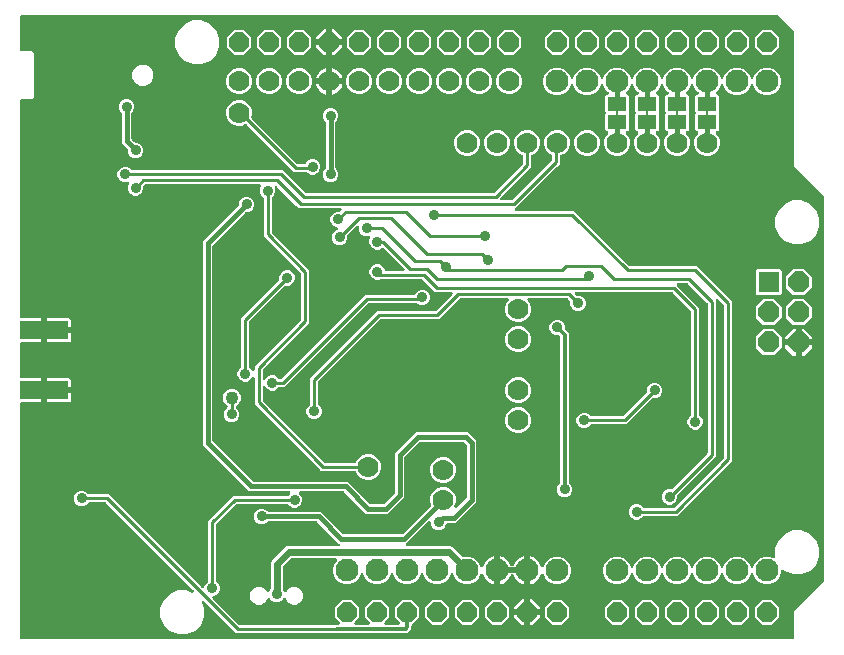
<source format=gbr>
G04 EAGLE Gerber RS-274X export*
G75*
%MOMM*%
%FSLAX34Y34*%
%LPD*%
%INBottom Copper*%
%IPPOS*%
%AMOC8*
5,1,8,0,0,1.08239X$1,22.5*%
G01*
%ADD10C,1.778000*%
%ADD11C,1.100000*%
%ADD12R,4.064000X1.524000*%
%ADD13C,1.930400*%
%ADD14P,1.814519X8X22.500000*%
%ADD15P,1.924489X8X22.500000*%
%ADD16R,1.778000X1.778000*%
%ADD17R,1.600200X1.168400*%
%ADD18R,0.203200X0.635000*%
%ADD19C,0.906400*%
%ADD20C,0.254000*%
%ADD21C,0.304800*%
%ADD22C,0.406400*%
%ADD23C,0.609600*%

G36*
X656708Y2556D02*
X656708Y2556D01*
X656827Y2563D01*
X656865Y2576D01*
X656906Y2581D01*
X657016Y2624D01*
X657129Y2661D01*
X657164Y2683D01*
X657201Y2698D01*
X657297Y2767D01*
X657398Y2831D01*
X657426Y2861D01*
X657459Y2884D01*
X657535Y2976D01*
X657616Y3063D01*
X657636Y3098D01*
X657661Y3129D01*
X657712Y3237D01*
X657770Y3341D01*
X657780Y3381D01*
X657797Y3417D01*
X657819Y3534D01*
X657849Y3649D01*
X657853Y3709D01*
X657857Y3729D01*
X657855Y3750D01*
X657859Y3810D01*
X657859Y26452D01*
X682888Y51481D01*
X682948Y51559D01*
X683016Y51631D01*
X683045Y51684D01*
X683082Y51732D01*
X683122Y51823D01*
X683170Y51910D01*
X683185Y51968D01*
X683209Y52024D01*
X683224Y52122D01*
X683249Y52217D01*
X683255Y52318D01*
X683259Y52338D01*
X683257Y52350D01*
X683259Y52378D01*
X683259Y376882D01*
X683247Y376980D01*
X683244Y377079D01*
X683227Y377137D01*
X683219Y377197D01*
X683183Y377289D01*
X683155Y377385D01*
X683125Y377437D01*
X683102Y377493D01*
X683044Y377573D01*
X682994Y377658D01*
X682928Y377734D01*
X682916Y377750D01*
X682906Y377758D01*
X682888Y377779D01*
X657859Y402808D01*
X657859Y516582D01*
X657847Y516680D01*
X657844Y516779D01*
X657832Y516820D01*
X657832Y516824D01*
X657827Y516840D01*
X657819Y516897D01*
X657783Y516989D01*
X657755Y517085D01*
X657737Y517115D01*
X657734Y517126D01*
X657720Y517147D01*
X657702Y517193D01*
X657644Y517273D01*
X657594Y517358D01*
X657569Y517387D01*
X657564Y517395D01*
X657552Y517406D01*
X657528Y517434D01*
X657516Y517450D01*
X657506Y517458D01*
X657488Y517479D01*
X644479Y530488D01*
X644401Y530548D01*
X644329Y530616D01*
X644276Y530645D01*
X644228Y530682D01*
X644137Y530722D01*
X644050Y530770D01*
X643992Y530785D01*
X643936Y530809D01*
X643838Y530824D01*
X643743Y530849D01*
X643642Y530855D01*
X643622Y530859D01*
X643610Y530857D01*
X643582Y530859D01*
X3810Y530859D01*
X3692Y530844D01*
X3573Y530837D01*
X3535Y530824D01*
X3494Y530819D01*
X3384Y530776D01*
X3271Y530739D01*
X3236Y530717D01*
X3199Y530702D01*
X3103Y530633D01*
X3002Y530569D01*
X2974Y530539D01*
X2941Y530516D01*
X2865Y530424D01*
X2784Y530337D01*
X2764Y530302D01*
X2739Y530271D01*
X2688Y530163D01*
X2630Y530059D01*
X2620Y530019D01*
X2603Y529983D01*
X2581Y529866D01*
X2551Y529751D01*
X2547Y529691D01*
X2543Y529671D01*
X2545Y529650D01*
X2541Y529590D01*
X2541Y501650D01*
X2556Y501532D01*
X2563Y501413D01*
X2576Y501375D01*
X2581Y501334D01*
X2624Y501224D01*
X2661Y501111D01*
X2683Y501076D01*
X2698Y501039D01*
X2767Y500943D01*
X2831Y500842D01*
X2861Y500814D01*
X2884Y500781D01*
X2976Y500705D01*
X3063Y500624D01*
X3098Y500604D01*
X3129Y500579D01*
X3237Y500528D01*
X3341Y500470D01*
X3381Y500460D01*
X3417Y500443D01*
X3534Y500421D01*
X3649Y500391D01*
X3709Y500387D01*
X3729Y500383D01*
X3750Y500385D01*
X3810Y500381D01*
X12482Y500381D01*
X13971Y498892D01*
X13971Y461228D01*
X12482Y459739D01*
X3810Y459739D01*
X3692Y459724D01*
X3573Y459717D01*
X3535Y459704D01*
X3494Y459699D01*
X3384Y459656D01*
X3271Y459619D01*
X3236Y459597D01*
X3199Y459582D01*
X3103Y459513D01*
X3002Y459449D01*
X2974Y459419D01*
X2941Y459396D01*
X2865Y459304D01*
X2784Y459217D01*
X2764Y459182D01*
X2739Y459151D01*
X2688Y459043D01*
X2630Y458939D01*
X2620Y458899D01*
X2603Y458863D01*
X2581Y458746D01*
X2551Y458631D01*
X2547Y458571D01*
X2543Y458551D01*
X2545Y458530D01*
X2541Y458470D01*
X2541Y275590D01*
X2556Y275472D01*
X2563Y275353D01*
X2576Y275315D01*
X2581Y275274D01*
X2624Y275164D01*
X2661Y275051D01*
X2683Y275016D01*
X2698Y274979D01*
X2767Y274883D01*
X2831Y274782D01*
X2861Y274754D01*
X2884Y274721D01*
X2976Y274645D01*
X3063Y274564D01*
X3098Y274544D01*
X3129Y274519D01*
X3237Y274468D01*
X3341Y274410D01*
X3381Y274400D01*
X3417Y274383D01*
X3534Y274361D01*
X3649Y274331D01*
X3709Y274327D01*
X3729Y274323D01*
X3750Y274325D01*
X3810Y274321D01*
X20321Y274321D01*
X20321Y265430D01*
X20336Y265312D01*
X20343Y265193D01*
X20356Y265155D01*
X20361Y265115D01*
X20404Y265004D01*
X20441Y264891D01*
X20463Y264856D01*
X20478Y264819D01*
X20548Y264723D01*
X20611Y264622D01*
X20641Y264594D01*
X20665Y264562D01*
X20756Y264486D01*
X20843Y264404D01*
X20878Y264385D01*
X20909Y264359D01*
X21017Y264308D01*
X21121Y264251D01*
X21161Y264240D01*
X21197Y264223D01*
X21314Y264201D01*
X21429Y264171D01*
X21490Y264167D01*
X21510Y264163D01*
X21530Y264165D01*
X21590Y264161D01*
X22861Y264161D01*
X22861Y264159D01*
X21590Y264159D01*
X21472Y264144D01*
X21353Y264137D01*
X21315Y264124D01*
X21275Y264119D01*
X21164Y264075D01*
X21051Y264039D01*
X21016Y264017D01*
X20979Y264002D01*
X20883Y263932D01*
X20782Y263869D01*
X20754Y263839D01*
X20721Y263815D01*
X20646Y263724D01*
X20564Y263637D01*
X20544Y263602D01*
X20519Y263570D01*
X20468Y263463D01*
X20410Y263359D01*
X20400Y263319D01*
X20383Y263283D01*
X20361Y263166D01*
X20331Y263051D01*
X20327Y262990D01*
X20323Y262970D01*
X20325Y262950D01*
X20321Y262890D01*
X20321Y253999D01*
X3810Y253999D01*
X3692Y253984D01*
X3573Y253977D01*
X3535Y253964D01*
X3494Y253959D01*
X3384Y253916D01*
X3271Y253879D01*
X3236Y253857D01*
X3199Y253842D01*
X3103Y253773D01*
X3002Y253709D01*
X2974Y253679D01*
X2941Y253656D01*
X2865Y253564D01*
X2784Y253477D01*
X2764Y253442D01*
X2739Y253411D01*
X2688Y253303D01*
X2630Y253199D01*
X2620Y253159D01*
X2603Y253123D01*
X2581Y253006D01*
X2551Y252891D01*
X2547Y252831D01*
X2543Y252811D01*
X2545Y252790D01*
X2541Y252730D01*
X2541Y224790D01*
X2556Y224672D01*
X2563Y224553D01*
X2576Y224515D01*
X2581Y224474D01*
X2624Y224364D01*
X2661Y224251D01*
X2683Y224216D01*
X2698Y224179D01*
X2767Y224083D01*
X2831Y223982D01*
X2861Y223954D01*
X2884Y223921D01*
X2976Y223845D01*
X3063Y223764D01*
X3098Y223744D01*
X3129Y223719D01*
X3237Y223668D01*
X3341Y223610D01*
X3381Y223600D01*
X3417Y223583D01*
X3534Y223561D01*
X3649Y223531D01*
X3709Y223527D01*
X3729Y223523D01*
X3750Y223525D01*
X3810Y223521D01*
X20321Y223521D01*
X20321Y214630D01*
X20336Y214512D01*
X20343Y214393D01*
X20356Y214355D01*
X20361Y214315D01*
X20404Y214204D01*
X20441Y214091D01*
X20463Y214056D01*
X20478Y214019D01*
X20548Y213923D01*
X20611Y213822D01*
X20641Y213794D01*
X20665Y213762D01*
X20756Y213686D01*
X20843Y213604D01*
X20878Y213585D01*
X20909Y213559D01*
X21017Y213508D01*
X21121Y213451D01*
X21161Y213440D01*
X21197Y213423D01*
X21314Y213401D01*
X21429Y213371D01*
X21490Y213367D01*
X21510Y213363D01*
X21530Y213365D01*
X21590Y213361D01*
X22861Y213361D01*
X22861Y213359D01*
X21590Y213359D01*
X21472Y213344D01*
X21353Y213337D01*
X21315Y213324D01*
X21275Y213319D01*
X21164Y213275D01*
X21051Y213239D01*
X21016Y213217D01*
X20979Y213202D01*
X20883Y213132D01*
X20782Y213069D01*
X20754Y213039D01*
X20721Y213015D01*
X20646Y212924D01*
X20564Y212837D01*
X20544Y212802D01*
X20519Y212770D01*
X20468Y212663D01*
X20410Y212559D01*
X20400Y212519D01*
X20383Y212483D01*
X20361Y212366D01*
X20331Y212251D01*
X20327Y212190D01*
X20323Y212170D01*
X20325Y212150D01*
X20321Y212090D01*
X20321Y203199D01*
X3810Y203199D01*
X3692Y203184D01*
X3573Y203177D01*
X3535Y203164D01*
X3494Y203159D01*
X3384Y203116D01*
X3271Y203079D01*
X3236Y203057D01*
X3199Y203042D01*
X3103Y202973D01*
X3002Y202909D01*
X2974Y202879D01*
X2941Y202856D01*
X2865Y202764D01*
X2784Y202677D01*
X2764Y202642D01*
X2739Y202611D01*
X2688Y202503D01*
X2630Y202399D01*
X2620Y202359D01*
X2603Y202323D01*
X2581Y202206D01*
X2551Y202091D01*
X2547Y202031D01*
X2543Y202011D01*
X2545Y201990D01*
X2541Y201930D01*
X2541Y3810D01*
X2556Y3692D01*
X2563Y3573D01*
X2576Y3535D01*
X2581Y3494D01*
X2624Y3384D01*
X2661Y3271D01*
X2683Y3236D01*
X2698Y3199D01*
X2767Y3103D01*
X2831Y3002D01*
X2861Y2974D01*
X2884Y2941D01*
X2976Y2865D01*
X3063Y2784D01*
X3098Y2764D01*
X3129Y2739D01*
X3237Y2688D01*
X3341Y2630D01*
X3381Y2620D01*
X3417Y2603D01*
X3534Y2581D01*
X3649Y2551D01*
X3709Y2547D01*
X3729Y2543D01*
X3750Y2545D01*
X3810Y2541D01*
X656590Y2541D01*
X656708Y2556D01*
G37*
%LPC*%
G36*
X523204Y103925D02*
X523204Y103925D01*
X520791Y104925D01*
X518945Y106771D01*
X517945Y109184D01*
X517945Y111796D01*
X518945Y114209D01*
X520791Y116055D01*
X523204Y117055D01*
X525816Y117055D01*
X528229Y116055D01*
X530119Y114164D01*
X530198Y114104D01*
X530270Y114036D01*
X530323Y114007D01*
X530371Y113970D01*
X530462Y113930D01*
X530548Y113882D01*
X530607Y113867D01*
X530663Y113843D01*
X530761Y113828D01*
X530856Y113803D01*
X530956Y113797D01*
X530977Y113793D01*
X530989Y113795D01*
X531017Y113793D01*
X555636Y113793D01*
X555734Y113805D01*
X555833Y113808D01*
X555892Y113825D01*
X555952Y113833D01*
X556044Y113869D01*
X556139Y113897D01*
X556191Y113927D01*
X556247Y113950D01*
X556327Y114008D01*
X556413Y114058D01*
X556488Y114124D01*
X556505Y114136D01*
X556513Y114146D01*
X556534Y114164D01*
X598306Y155936D01*
X598366Y156015D01*
X598434Y156087D01*
X598463Y156140D01*
X598500Y156188D01*
X598540Y156279D01*
X598588Y156365D01*
X598603Y156424D01*
X598627Y156479D01*
X598642Y156577D01*
X598667Y156673D01*
X598673Y156773D01*
X598677Y156794D01*
X598675Y156806D01*
X598677Y156834D01*
X598677Y285126D01*
X598665Y285224D01*
X598662Y285323D01*
X598645Y285382D01*
X598637Y285442D01*
X598601Y285534D01*
X598573Y285629D01*
X598543Y285681D01*
X598520Y285737D01*
X598462Y285817D01*
X598412Y285903D01*
X598346Y285978D01*
X598334Y285995D01*
X598324Y286003D01*
X598306Y286024D01*
X593479Y290850D01*
X593370Y290935D01*
X593263Y291024D01*
X593244Y291032D01*
X593228Y291045D01*
X593100Y291100D01*
X592975Y291159D01*
X592955Y291163D01*
X592936Y291171D01*
X592798Y291193D01*
X592662Y291219D01*
X592642Y291218D01*
X592622Y291221D01*
X592483Y291208D01*
X592345Y291199D01*
X592326Y291193D01*
X592306Y291191D01*
X592174Y291144D01*
X592043Y291101D01*
X592025Y291090D01*
X592006Y291083D01*
X591891Y291005D01*
X591774Y290931D01*
X591760Y290916D01*
X591743Y290905D01*
X591651Y290801D01*
X591556Y290699D01*
X591546Y290682D01*
X591533Y290666D01*
X591469Y290542D01*
X591402Y290421D01*
X591397Y290401D01*
X591388Y290383D01*
X591358Y290247D01*
X591323Y290113D01*
X591321Y290085D01*
X591318Y290073D01*
X591319Y290052D01*
X591313Y289952D01*
X591313Y157382D01*
X559386Y125456D01*
X559326Y125377D01*
X559258Y125305D01*
X559229Y125252D01*
X559192Y125204D01*
X559152Y125113D01*
X559104Y125027D01*
X559089Y124968D01*
X559065Y124913D01*
X559050Y124815D01*
X559025Y124719D01*
X559019Y124619D01*
X559015Y124598D01*
X559017Y124586D01*
X559015Y124558D01*
X559015Y121884D01*
X558015Y119471D01*
X556169Y117625D01*
X553756Y116625D01*
X551144Y116625D01*
X548731Y117625D01*
X546885Y119471D01*
X545885Y121884D01*
X545885Y124496D01*
X546885Y126909D01*
X548731Y128755D01*
X551144Y129755D01*
X553818Y129755D01*
X553916Y129767D01*
X554015Y129770D01*
X554074Y129787D01*
X554134Y129795D01*
X554226Y129831D01*
X554321Y129859D01*
X554373Y129889D01*
X554429Y129912D01*
X554509Y129970D01*
X554595Y130020D01*
X554670Y130086D01*
X554687Y130098D01*
X554695Y130108D01*
X554716Y130126D01*
X584336Y159746D01*
X584396Y159825D01*
X584464Y159897D01*
X584493Y159950D01*
X584530Y159998D01*
X584570Y160089D01*
X584618Y160175D01*
X584633Y160234D01*
X584657Y160289D01*
X584672Y160387D01*
X584697Y160483D01*
X584703Y160583D01*
X584707Y160604D01*
X584705Y160616D01*
X584707Y160644D01*
X584707Y286396D01*
X584695Y286494D01*
X584692Y286593D01*
X584675Y286652D01*
X584667Y286712D01*
X584631Y286804D01*
X584603Y286899D01*
X584573Y286951D01*
X584550Y287007D01*
X584492Y287087D01*
X584442Y287173D01*
X584376Y287248D01*
X584364Y287265D01*
X584354Y287273D01*
X584336Y287294D01*
X567964Y303666D01*
X567885Y303726D01*
X567813Y303794D01*
X567760Y303823D01*
X567712Y303860D01*
X567621Y303900D01*
X567535Y303948D01*
X567476Y303963D01*
X567421Y303987D01*
X567323Y304002D01*
X567227Y304027D01*
X567127Y304033D01*
X567106Y304037D01*
X567094Y304035D01*
X567066Y304037D01*
X559678Y304037D01*
X559540Y304020D01*
X559401Y304007D01*
X559382Y304000D01*
X559362Y303997D01*
X559233Y303946D01*
X559102Y303899D01*
X559085Y303888D01*
X559067Y303880D01*
X558954Y303799D01*
X558839Y303721D01*
X558826Y303705D01*
X558809Y303694D01*
X558721Y303586D01*
X558628Y303482D01*
X558619Y303464D01*
X558606Y303449D01*
X558547Y303323D01*
X558484Y303199D01*
X558479Y303179D01*
X558471Y303161D01*
X558445Y303025D01*
X558414Y302889D01*
X558415Y302868D01*
X558411Y302849D01*
X558420Y302710D01*
X558424Y302571D01*
X558430Y302551D01*
X558431Y302531D01*
X558474Y302399D01*
X558512Y302265D01*
X558523Y302248D01*
X558529Y302229D01*
X558603Y302111D01*
X558674Y301991D01*
X558692Y301970D01*
X558699Y301960D01*
X558714Y301946D01*
X558780Y301871D01*
X577343Y283308D01*
X577343Y193197D01*
X577355Y193099D01*
X577358Y193000D01*
X577375Y192942D01*
X577383Y192881D01*
X577419Y192789D01*
X577447Y192694D01*
X577477Y192642D01*
X577500Y192586D01*
X577558Y192506D01*
X577608Y192420D01*
X577674Y192345D01*
X577686Y192328D01*
X577696Y192321D01*
X577714Y192299D01*
X579605Y190409D01*
X580605Y187996D01*
X580605Y185384D01*
X579605Y182971D01*
X577759Y181125D01*
X575346Y180125D01*
X572734Y180125D01*
X570321Y181125D01*
X568475Y182971D01*
X567475Y185384D01*
X567475Y187996D01*
X568475Y190409D01*
X570366Y192299D01*
X570426Y192378D01*
X570494Y192450D01*
X570523Y192503D01*
X570560Y192551D01*
X570600Y192642D01*
X570648Y192728D01*
X570663Y192787D01*
X570687Y192843D01*
X570702Y192941D01*
X570727Y193036D01*
X570733Y193136D01*
X570737Y193157D01*
X570735Y193169D01*
X570737Y193197D01*
X570737Y280046D01*
X570725Y280144D01*
X570722Y280243D01*
X570705Y280302D01*
X570697Y280362D01*
X570661Y280454D01*
X570633Y280549D01*
X570603Y280601D01*
X570580Y280657D01*
X570522Y280737D01*
X570472Y280823D01*
X570406Y280898D01*
X570394Y280915D01*
X570384Y280923D01*
X570366Y280944D01*
X555264Y296046D01*
X555185Y296106D01*
X555113Y296174D01*
X555060Y296203D01*
X555012Y296240D01*
X554921Y296280D01*
X554835Y296328D01*
X554776Y296343D01*
X554721Y296367D01*
X554623Y296382D01*
X554527Y296407D01*
X554427Y296413D01*
X554406Y296417D01*
X554394Y296415D01*
X554366Y296417D01*
X473318Y296417D01*
X473180Y296400D01*
X473041Y296387D01*
X473022Y296380D01*
X473002Y296377D01*
X472873Y296326D01*
X472742Y296279D01*
X472725Y296268D01*
X472707Y296260D01*
X472594Y296179D01*
X472479Y296101D01*
X472466Y296085D01*
X472449Y296074D01*
X472360Y295966D01*
X472268Y295862D01*
X472259Y295844D01*
X472246Y295829D01*
X472187Y295703D01*
X472124Y295579D01*
X472119Y295559D01*
X472111Y295541D01*
X472085Y295405D01*
X472054Y295269D01*
X472055Y295248D01*
X472051Y295229D01*
X472060Y295090D01*
X472064Y294951D01*
X472070Y294931D01*
X472071Y294911D01*
X472114Y294779D01*
X472152Y294645D01*
X472163Y294628D01*
X472169Y294609D01*
X472243Y294491D01*
X472314Y294371D01*
X472332Y294350D01*
X472339Y294340D01*
X472354Y294326D01*
X472420Y294250D01*
X472714Y293956D01*
X472792Y293896D01*
X472865Y293828D01*
X472918Y293799D01*
X472966Y293762D01*
X473057Y293722D01*
X473143Y293674D01*
X473202Y293659D01*
X473257Y293635D01*
X473355Y293620D01*
X473451Y293595D01*
X473551Y293589D01*
X473572Y293585D01*
X473584Y293587D01*
X473612Y293585D01*
X476286Y293585D01*
X478699Y292585D01*
X480545Y290739D01*
X481545Y288326D01*
X481545Y285714D01*
X480545Y283301D01*
X478699Y281455D01*
X476286Y280455D01*
X473674Y280455D01*
X471261Y281455D01*
X469415Y283301D01*
X468415Y285714D01*
X468415Y288388D01*
X468403Y288486D01*
X468400Y288585D01*
X468383Y288644D01*
X468375Y288704D01*
X468339Y288796D01*
X468311Y288891D01*
X468281Y288943D01*
X468258Y288999D01*
X468200Y289079D01*
X468150Y289165D01*
X468084Y289240D01*
X468072Y289257D01*
X468062Y289265D01*
X468044Y289286D01*
X466364Y290966D01*
X466285Y291026D01*
X466213Y291094D01*
X466160Y291123D01*
X466112Y291160D01*
X466021Y291200D01*
X465935Y291248D01*
X465876Y291263D01*
X465821Y291287D01*
X465723Y291302D01*
X465627Y291327D01*
X465527Y291333D01*
X465507Y291337D01*
X465494Y291335D01*
X465466Y291337D01*
X433294Y291337D01*
X433156Y291320D01*
X433018Y291307D01*
X432999Y291300D01*
X432978Y291297D01*
X432849Y291246D01*
X432718Y291199D01*
X432702Y291188D01*
X432683Y291180D01*
X432571Y291099D01*
X432455Y291021D01*
X432442Y291005D01*
X432425Y290994D01*
X432337Y290886D01*
X432245Y290782D01*
X432236Y290764D01*
X432223Y290749D01*
X432163Y290623D01*
X432100Y290499D01*
X432096Y290479D01*
X432087Y290461D01*
X432061Y290324D01*
X432031Y290189D01*
X432031Y290168D01*
X432027Y290149D01*
X432036Y290010D01*
X432040Y289871D01*
X432046Y289851D01*
X432047Y289831D01*
X432090Y289699D01*
X432129Y289565D01*
X432139Y289548D01*
X432145Y289529D01*
X432220Y289411D01*
X432290Y289291D01*
X432309Y289270D01*
X432315Y289260D01*
X432330Y289246D01*
X432397Y289171D01*
X433440Y288127D01*
X435103Y284113D01*
X435103Y279767D01*
X433440Y275753D01*
X430367Y272680D01*
X426353Y271017D01*
X422007Y271017D01*
X417993Y272680D01*
X414920Y275753D01*
X413257Y279767D01*
X413257Y284113D01*
X414920Y288127D01*
X415963Y289171D01*
X416048Y289280D01*
X416137Y289387D01*
X416146Y289406D01*
X416158Y289422D01*
X416214Y289549D01*
X416273Y289675D01*
X416277Y289695D01*
X416285Y289714D01*
X416307Y289852D01*
X416333Y289988D01*
X416331Y290008D01*
X416335Y290028D01*
X416322Y290167D01*
X416313Y290305D01*
X416307Y290324D01*
X416305Y290344D01*
X416258Y290476D01*
X416215Y290607D01*
X416204Y290625D01*
X416197Y290644D01*
X416119Y290759D01*
X416045Y290876D01*
X416030Y290890D01*
X416019Y290907D01*
X415915Y290999D01*
X415813Y291094D01*
X415795Y291104D01*
X415780Y291117D01*
X415656Y291180D01*
X415535Y291248D01*
X415515Y291253D01*
X415497Y291262D01*
X415361Y291292D01*
X415227Y291327D01*
X415199Y291329D01*
X415187Y291332D01*
X415166Y291331D01*
X415066Y291337D01*
X375274Y291337D01*
X375176Y291325D01*
X375077Y291322D01*
X375018Y291305D01*
X374958Y291297D01*
X374866Y291261D01*
X374771Y291233D01*
X374719Y291203D01*
X374663Y291180D01*
X374583Y291122D01*
X374497Y291072D01*
X374422Y291006D01*
X374405Y290994D01*
X374397Y290984D01*
X374376Y290966D01*
X356968Y273557D01*
X307964Y273557D01*
X307866Y273545D01*
X307767Y273542D01*
X307708Y273525D01*
X307648Y273517D01*
X307556Y273481D01*
X307461Y273453D01*
X307409Y273423D01*
X307353Y273400D01*
X307273Y273342D01*
X307187Y273292D01*
X307112Y273226D01*
X307095Y273214D01*
X307087Y273204D01*
X307066Y273186D01*
X255134Y221254D01*
X255074Y221175D01*
X255006Y221103D01*
X254977Y221050D01*
X254940Y221002D01*
X254900Y220911D01*
X254852Y220825D01*
X254837Y220766D01*
X254813Y220711D01*
X254798Y220613D01*
X254773Y220517D01*
X254767Y220417D01*
X254763Y220397D01*
X254765Y220384D01*
X254763Y220356D01*
X254763Y202087D01*
X254775Y201989D01*
X254778Y201890D01*
X254795Y201832D01*
X254803Y201771D01*
X254839Y201679D01*
X254867Y201584D01*
X254897Y201532D01*
X254920Y201476D01*
X254978Y201396D01*
X255028Y201310D01*
X255094Y201235D01*
X255106Y201218D01*
X255116Y201211D01*
X255134Y201189D01*
X257025Y199299D01*
X258025Y196886D01*
X258025Y194274D01*
X257025Y191861D01*
X255179Y190015D01*
X252766Y189015D01*
X250154Y189015D01*
X247741Y190015D01*
X245895Y191861D01*
X244895Y194274D01*
X244895Y196886D01*
X245895Y199299D01*
X247786Y201189D01*
X247846Y201268D01*
X247914Y201340D01*
X247943Y201393D01*
X247980Y201441D01*
X248020Y201532D01*
X248068Y201618D01*
X248083Y201677D01*
X248107Y201733D01*
X248122Y201831D01*
X248147Y201926D01*
X248153Y202026D01*
X248157Y202047D01*
X248155Y202059D01*
X248157Y202087D01*
X248157Y223618D01*
X250463Y225924D01*
X250464Y225924D01*
X302396Y277856D01*
X304702Y280163D01*
X353706Y280163D01*
X353804Y280175D01*
X353903Y280178D01*
X353962Y280195D01*
X354022Y280203D01*
X354114Y280239D01*
X354209Y280267D01*
X354261Y280297D01*
X354317Y280320D01*
X354397Y280378D01*
X354483Y280428D01*
X354558Y280494D01*
X354575Y280506D01*
X354583Y280516D01*
X354604Y280534D01*
X368320Y294251D01*
X368405Y294360D01*
X368494Y294467D01*
X368502Y294486D01*
X368515Y294502D01*
X368570Y294630D01*
X368629Y294755D01*
X368633Y294775D01*
X368641Y294794D01*
X368663Y294932D01*
X368689Y295068D01*
X368688Y295088D01*
X368691Y295108D01*
X368678Y295247D01*
X368669Y295385D01*
X368663Y295404D01*
X368661Y295424D01*
X368614Y295556D01*
X368571Y295687D01*
X368560Y295705D01*
X368553Y295724D01*
X368475Y295839D01*
X368401Y295956D01*
X368386Y295970D01*
X368375Y295987D01*
X368271Y296079D01*
X368169Y296174D01*
X368152Y296184D01*
X368136Y296197D01*
X368013Y296260D01*
X367891Y296328D01*
X367871Y296333D01*
X367853Y296342D01*
X367717Y296372D01*
X367583Y296407D01*
X367555Y296409D01*
X367543Y296412D01*
X367522Y296411D01*
X367422Y296417D01*
X354232Y296417D01*
X343174Y307476D01*
X343095Y307536D01*
X343023Y307604D01*
X342970Y307633D01*
X342922Y307670D01*
X342831Y307710D01*
X342745Y307758D01*
X342686Y307773D01*
X342631Y307797D01*
X342533Y307812D01*
X342437Y307837D01*
X342337Y307843D01*
X342316Y307847D01*
X342304Y307845D01*
X342276Y307847D01*
X308101Y307847D01*
X308092Y307846D01*
X308083Y307847D01*
X307934Y307826D01*
X307786Y307807D01*
X307777Y307804D01*
X307768Y307803D01*
X307616Y307751D01*
X306106Y307125D01*
X303494Y307125D01*
X301081Y308125D01*
X299235Y309971D01*
X298235Y312384D01*
X298235Y314996D01*
X299235Y317409D01*
X301081Y319255D01*
X303494Y320255D01*
X306106Y320255D01*
X308519Y319255D01*
X310365Y317409D01*
X311265Y315236D01*
X311280Y315211D01*
X311289Y315183D01*
X311358Y315073D01*
X311423Y314960D01*
X311443Y314939D01*
X311459Y314914D01*
X311553Y314825D01*
X311644Y314732D01*
X311669Y314716D01*
X311691Y314696D01*
X311804Y314633D01*
X311915Y314565D01*
X311943Y314557D01*
X311969Y314542D01*
X312095Y314510D01*
X312219Y314472D01*
X312248Y314470D01*
X312277Y314463D01*
X312438Y314453D01*
X326782Y314453D01*
X326920Y314470D01*
X327059Y314483D01*
X327078Y314490D01*
X327098Y314493D01*
X327227Y314544D01*
X327358Y314591D01*
X327375Y314602D01*
X327393Y314610D01*
X327506Y314691D01*
X327621Y314769D01*
X327634Y314785D01*
X327651Y314796D01*
X327740Y314904D01*
X327832Y315008D01*
X327841Y315026D01*
X327854Y315041D01*
X327913Y315167D01*
X327976Y315291D01*
X327981Y315311D01*
X327989Y315329D01*
X328015Y315465D01*
X328046Y315601D01*
X328045Y315622D01*
X328049Y315641D01*
X328040Y315780D01*
X328036Y315919D01*
X328030Y315939D01*
X328029Y315959D01*
X327986Y316091D01*
X327948Y316225D01*
X327937Y316242D01*
X327931Y316261D01*
X327857Y316379D01*
X327786Y316499D01*
X327768Y316520D01*
X327761Y316530D01*
X327746Y316544D01*
X327680Y316619D01*
X310544Y333755D01*
X310450Y333828D01*
X310361Y333907D01*
X310325Y333925D01*
X310293Y333950D01*
X310184Y333997D01*
X310077Y334052D01*
X310038Y334060D01*
X310001Y334076D01*
X309883Y334095D01*
X309767Y334121D01*
X309727Y334120D01*
X309687Y334126D01*
X309568Y334115D01*
X309449Y334111D01*
X309411Y334100D01*
X309370Y334096D01*
X309258Y334056D01*
X309144Y334023D01*
X309109Y334003D01*
X309071Y333989D01*
X308973Y333922D01*
X308870Y333862D01*
X308825Y333822D01*
X308808Y333810D01*
X308794Y333795D01*
X308749Y333755D01*
X308519Y333525D01*
X306106Y332525D01*
X303494Y332525D01*
X301081Y333525D01*
X299235Y335371D01*
X298235Y337784D01*
X298235Y340396D01*
X299054Y342371D01*
X299090Y342506D01*
X299131Y342638D01*
X299132Y342658D01*
X299137Y342678D01*
X299140Y342817D01*
X299146Y342956D01*
X299142Y342976D01*
X299143Y342996D01*
X299110Y343132D01*
X299082Y343267D01*
X299073Y343285D01*
X299068Y343305D01*
X299003Y343429D01*
X298942Y343553D01*
X298929Y343568D01*
X298920Y343586D01*
X298826Y343689D01*
X298736Y343795D01*
X298719Y343807D01*
X298706Y343822D01*
X298589Y343898D01*
X298476Y343978D01*
X298457Y343985D01*
X298440Y343996D01*
X298308Y344042D01*
X298178Y344091D01*
X298158Y344093D01*
X298139Y344100D01*
X298001Y344111D01*
X297862Y344126D01*
X297842Y344123D01*
X297822Y344125D01*
X297685Y344101D01*
X297548Y344082D01*
X297521Y344073D01*
X297509Y344070D01*
X297490Y344062D01*
X297395Y344030D01*
X297216Y343955D01*
X294604Y343955D01*
X292191Y344955D01*
X290345Y346801D01*
X289345Y349214D01*
X289345Y351460D01*
X289328Y351598D01*
X289315Y351737D01*
X289308Y351756D01*
X289305Y351776D01*
X289254Y351905D01*
X289207Y352036D01*
X289196Y352053D01*
X289188Y352071D01*
X289107Y352184D01*
X289029Y352299D01*
X289013Y352312D01*
X289002Y352329D01*
X288894Y352417D01*
X288790Y352510D01*
X288772Y352519D01*
X288757Y352532D01*
X288631Y352591D01*
X288507Y352654D01*
X288487Y352659D01*
X288469Y352667D01*
X288333Y352693D01*
X288197Y352724D01*
X288176Y352723D01*
X288157Y352727D01*
X288018Y352718D01*
X287879Y352714D01*
X287859Y352708D01*
X287839Y352707D01*
X287707Y352664D01*
X287573Y352626D01*
X287556Y352615D01*
X287537Y352609D01*
X287419Y352535D01*
X287299Y352464D01*
X287278Y352446D01*
X287268Y352439D01*
X287254Y352424D01*
X287179Y352358D01*
X279986Y345166D01*
X279926Y345087D01*
X279858Y345015D01*
X279829Y344962D01*
X279792Y344914D01*
X279752Y344823D01*
X279704Y344737D01*
X279689Y344678D01*
X279665Y344623D01*
X279650Y344525D01*
X279625Y344429D01*
X279619Y344329D01*
X279615Y344308D01*
X279617Y344296D01*
X279615Y344268D01*
X279615Y341594D01*
X278615Y339181D01*
X276769Y337335D01*
X274356Y336335D01*
X271744Y336335D01*
X269331Y337335D01*
X267485Y339181D01*
X266485Y341594D01*
X266485Y344206D01*
X267485Y346619D01*
X269331Y348465D01*
X270944Y349133D01*
X271005Y349168D01*
X271070Y349194D01*
X271142Y349246D01*
X271221Y349291D01*
X271271Y349339D01*
X271327Y349380D01*
X271384Y349450D01*
X271449Y349512D01*
X271485Y349572D01*
X271530Y349625D01*
X271568Y349707D01*
X271615Y349783D01*
X271636Y349850D01*
X271665Y349913D01*
X271682Y350001D01*
X271709Y350087D01*
X271712Y350157D01*
X271725Y350226D01*
X271720Y350315D01*
X271724Y350405D01*
X271710Y350473D01*
X271705Y350543D01*
X271678Y350628D01*
X271660Y350716D01*
X271629Y350779D01*
X271607Y350845D01*
X271559Y350921D01*
X271520Y351002D01*
X271475Y351055D01*
X271437Y351114D01*
X271372Y351176D01*
X271314Y351244D01*
X271256Y351284D01*
X271206Y351332D01*
X271127Y351375D01*
X271054Y351427D01*
X270988Y351452D01*
X270927Y351486D01*
X270840Y351508D01*
X270756Y351540D01*
X270687Y351548D01*
X270619Y351565D01*
X270477Y351574D01*
X268061Y352575D01*
X266215Y354421D01*
X265215Y356834D01*
X265215Y359446D01*
X266215Y361859D01*
X268061Y363705D01*
X270474Y364705D01*
X273148Y364705D01*
X273246Y364717D01*
X273345Y364720D01*
X273404Y364737D01*
X273464Y364745D01*
X273556Y364781D01*
X273651Y364809D01*
X273703Y364839D01*
X273759Y364862D01*
X273840Y364920D01*
X273925Y364970D01*
X274000Y365036D01*
X274017Y365048D01*
X274025Y365058D01*
X274046Y365076D01*
X274340Y365370D01*
X274425Y365480D01*
X274514Y365587D01*
X274522Y365606D01*
X274535Y365622D01*
X274590Y365750D01*
X274649Y365875D01*
X274653Y365895D01*
X274661Y365914D01*
X274683Y366051D01*
X274709Y366188D01*
X274708Y366208D01*
X274711Y366228D01*
X274698Y366366D01*
X274689Y366505D01*
X274683Y366524D01*
X274681Y366544D01*
X274634Y366675D01*
X274591Y366807D01*
X274580Y366825D01*
X274574Y366844D01*
X274495Y366959D01*
X274421Y367076D01*
X274406Y367090D01*
X274395Y367107D01*
X274291Y367199D01*
X274189Y367294D01*
X274172Y367304D01*
X274157Y367317D01*
X274033Y367380D01*
X273911Y367448D01*
X273891Y367453D01*
X273873Y367462D01*
X273738Y367492D01*
X273603Y367527D01*
X273575Y367529D01*
X273563Y367532D01*
X273542Y367531D01*
X273442Y367537D01*
X238662Y367537D01*
X236356Y369844D01*
X220360Y385839D01*
X220305Y385882D01*
X220257Y385932D01*
X220180Y385979D01*
X220109Y386034D01*
X220045Y386062D01*
X219986Y386098D01*
X219900Y386124D01*
X219817Y386160D01*
X219748Y386171D01*
X219682Y386192D01*
X219592Y386196D01*
X219503Y386210D01*
X219434Y386203D01*
X219364Y386207D01*
X219276Y386189D01*
X219187Y386180D01*
X219121Y386156D01*
X219053Y386142D01*
X218972Y386103D01*
X218887Y386073D01*
X218829Y386033D01*
X218767Y386003D01*
X218699Y385944D01*
X218624Y385894D01*
X218578Y385842D01*
X218525Y385796D01*
X218473Y385723D01*
X218414Y385655D01*
X218382Y385593D01*
X218342Y385536D01*
X218310Y385452D01*
X218269Y385372D01*
X218254Y385304D01*
X218229Y385239D01*
X218219Y385150D01*
X218199Y385062D01*
X218202Y384992D01*
X218194Y384923D01*
X218206Y384834D01*
X218209Y384744D01*
X218229Y384677D01*
X218238Y384608D01*
X218290Y384456D01*
X218655Y383576D01*
X218655Y380964D01*
X217655Y378551D01*
X215764Y376661D01*
X215704Y376582D01*
X215636Y376510D01*
X215607Y376457D01*
X215570Y376409D01*
X215530Y376318D01*
X215482Y376232D01*
X215467Y376173D01*
X215443Y376117D01*
X215428Y376019D01*
X215403Y375924D01*
X215397Y375824D01*
X215393Y375803D01*
X215395Y375791D01*
X215393Y375763D01*
X215393Y347334D01*
X215405Y347236D01*
X215408Y347137D01*
X215425Y347078D01*
X215433Y347018D01*
X215469Y346926D01*
X215497Y346831D01*
X215527Y346779D01*
X215550Y346723D01*
X215608Y346643D01*
X215658Y346557D01*
X215724Y346482D01*
X215736Y346465D01*
X215746Y346457D01*
X215764Y346436D01*
X247143Y315058D01*
X247143Y270412D01*
X208144Y231414D01*
X208084Y231335D01*
X208016Y231263D01*
X207987Y231210D01*
X207950Y231162D01*
X207910Y231071D01*
X207862Y230985D01*
X207847Y230926D01*
X207823Y230871D01*
X207808Y230773D01*
X207783Y230677D01*
X207777Y230577D01*
X207773Y230556D01*
X207775Y230544D01*
X207773Y230516D01*
X207773Y223624D01*
X207781Y223555D01*
X207780Y223485D01*
X207801Y223398D01*
X207813Y223309D01*
X207838Y223244D01*
X207855Y223176D01*
X207897Y223097D01*
X207930Y223013D01*
X207971Y222957D01*
X208003Y222895D01*
X208064Y222829D01*
X208116Y222756D01*
X208170Y222711D01*
X208217Y222660D01*
X208292Y222610D01*
X208361Y222553D01*
X208425Y222523D01*
X208483Y222485D01*
X208568Y222456D01*
X208649Y222417D01*
X208718Y222404D01*
X208784Y222382D01*
X208873Y222375D01*
X208961Y222358D01*
X209031Y222362D01*
X209101Y222357D01*
X209189Y222372D01*
X209279Y222377D01*
X209345Y222399D01*
X209414Y222411D01*
X209496Y222448D01*
X209581Y222475D01*
X209640Y222513D01*
X209704Y222542D01*
X209774Y222598D01*
X209850Y222646D01*
X209898Y222697D01*
X209952Y222740D01*
X210006Y222812D01*
X210068Y222877D01*
X210102Y222938D01*
X210144Y222994D01*
X210215Y223139D01*
X210335Y223429D01*
X212181Y225275D01*
X214594Y226275D01*
X217206Y226275D01*
X219619Y225275D01*
X221509Y223384D01*
X221588Y223324D01*
X221660Y223256D01*
X221713Y223227D01*
X221761Y223190D01*
X221852Y223150D01*
X221938Y223102D01*
X221997Y223087D01*
X222053Y223063D01*
X222151Y223048D01*
X222246Y223023D01*
X222346Y223017D01*
X222367Y223013D01*
X222379Y223015D01*
X222407Y223013D01*
X222896Y223013D01*
X222994Y223025D01*
X223093Y223028D01*
X223152Y223045D01*
X223212Y223053D01*
X223304Y223089D01*
X223399Y223117D01*
X223451Y223147D01*
X223507Y223170D01*
X223587Y223228D01*
X223673Y223278D01*
X223748Y223344D01*
X223765Y223356D01*
X223773Y223366D01*
X223794Y223384D01*
X294542Y294133D01*
X335788Y294133D01*
X335818Y294136D01*
X335847Y294134D01*
X335975Y294156D01*
X336104Y294173D01*
X336131Y294183D01*
X336160Y294188D01*
X336279Y294242D01*
X336400Y294290D01*
X336423Y294307D01*
X336450Y294319D01*
X336552Y294400D01*
X336657Y294476D01*
X336676Y294499D01*
X336699Y294518D01*
X336777Y294621D01*
X336860Y294721D01*
X336872Y294748D01*
X336890Y294772D01*
X336961Y294916D01*
X337335Y295819D01*
X339181Y297665D01*
X341594Y298665D01*
X344206Y298665D01*
X346619Y297665D01*
X348465Y295819D01*
X349465Y293406D01*
X349465Y290794D01*
X348465Y288381D01*
X346619Y286535D01*
X344206Y285535D01*
X341594Y285535D01*
X339181Y286535D01*
X338561Y287156D01*
X338482Y287216D01*
X338410Y287284D01*
X338357Y287313D01*
X338309Y287350D01*
X338218Y287390D01*
X338132Y287438D01*
X338073Y287453D01*
X338017Y287477D01*
X337919Y287492D01*
X337824Y287517D01*
X337724Y287523D01*
X337703Y287527D01*
X337691Y287525D01*
X337663Y287527D01*
X297804Y287527D01*
X297706Y287515D01*
X297607Y287512D01*
X297548Y287495D01*
X297488Y287487D01*
X297396Y287451D01*
X297301Y287423D01*
X297249Y287393D01*
X297193Y287370D01*
X297113Y287312D01*
X297027Y287262D01*
X296952Y287196D01*
X296935Y287184D01*
X296927Y287174D01*
X296906Y287156D01*
X226158Y216407D01*
X222407Y216407D01*
X222309Y216395D01*
X222210Y216392D01*
X222152Y216375D01*
X222091Y216367D01*
X221999Y216331D01*
X221904Y216303D01*
X221852Y216273D01*
X221796Y216250D01*
X221716Y216192D01*
X221630Y216142D01*
X221555Y216076D01*
X221538Y216064D01*
X221531Y216054D01*
X221509Y216036D01*
X219619Y214145D01*
X217206Y213145D01*
X214594Y213145D01*
X212181Y214145D01*
X210335Y215991D01*
X210215Y216281D01*
X210204Y216299D01*
X210200Y216314D01*
X210177Y216350D01*
X210154Y216407D01*
X210102Y216479D01*
X210057Y216558D01*
X210009Y216608D01*
X209968Y216664D01*
X209898Y216722D01*
X209836Y216786D01*
X209776Y216822D01*
X209723Y216867D01*
X209641Y216905D01*
X209565Y216952D01*
X209498Y216973D01*
X209435Y217003D01*
X209347Y217019D01*
X209261Y217046D01*
X209191Y217049D01*
X209122Y217062D01*
X209033Y217057D01*
X208943Y217061D01*
X208875Y217047D01*
X208805Y217043D01*
X208720Y217015D01*
X208632Y216997D01*
X208569Y216966D01*
X208503Y216945D01*
X208427Y216896D01*
X208346Y216857D01*
X208293Y216812D01*
X208234Y216774D01*
X208172Y216709D01*
X208104Y216651D01*
X208064Y216594D01*
X208016Y216543D01*
X207973Y216464D01*
X207921Y216391D01*
X207896Y216325D01*
X207862Y216264D01*
X207840Y216179D01*
X207835Y216168D01*
X207834Y216161D01*
X207808Y216093D01*
X207800Y216024D01*
X207783Y215956D01*
X207777Y215865D01*
X207775Y215855D01*
X207776Y215845D01*
X207773Y215796D01*
X207773Y205094D01*
X207785Y204996D01*
X207788Y204897D01*
X207805Y204838D01*
X207813Y204778D01*
X207849Y204686D01*
X207877Y204591D01*
X207907Y204539D01*
X207930Y204483D01*
X207988Y204403D01*
X208038Y204317D01*
X208104Y204242D01*
X208116Y204225D01*
X208126Y204217D01*
X208144Y204196D01*
X260076Y152264D01*
X260155Y152204D01*
X260227Y152136D01*
X260280Y152107D01*
X260328Y152070D01*
X260419Y152030D01*
X260505Y151982D01*
X260564Y151967D01*
X260619Y151943D01*
X260717Y151928D01*
X260813Y151903D01*
X260913Y151897D01*
X260934Y151893D01*
X260946Y151895D01*
X260974Y151893D01*
X285877Y151893D01*
X285907Y151896D01*
X285936Y151894D01*
X286064Y151916D01*
X286193Y151933D01*
X286220Y151943D01*
X286249Y151948D01*
X286368Y152002D01*
X286489Y152050D01*
X286512Y152067D01*
X286539Y152079D01*
X286641Y152160D01*
X286746Y152236D01*
X286765Y152259D01*
X286788Y152278D01*
X286866Y152381D01*
X286949Y152481D01*
X286961Y152508D01*
X286979Y152532D01*
X287050Y152676D01*
X287920Y154777D01*
X290993Y157850D01*
X295007Y159513D01*
X299353Y159513D01*
X303367Y157850D01*
X306440Y154777D01*
X308103Y150763D01*
X308103Y146417D01*
X306440Y142403D01*
X303367Y139330D01*
X299353Y137667D01*
X295007Y137667D01*
X290993Y139330D01*
X287920Y142403D01*
X287050Y144504D01*
X287035Y144529D01*
X287026Y144557D01*
X286957Y144667D01*
X286892Y144780D01*
X286872Y144801D01*
X286856Y144826D01*
X286761Y144915D01*
X286671Y145008D01*
X286646Y145024D01*
X286624Y145044D01*
X286511Y145107D01*
X286400Y145175D01*
X286372Y145183D01*
X286346Y145198D01*
X286220Y145230D01*
X286096Y145268D01*
X286067Y145270D01*
X286038Y145277D01*
X285877Y145287D01*
X257712Y145287D01*
X201167Y201832D01*
X201167Y223416D01*
X201159Y223485D01*
X201160Y223555D01*
X201146Y223612D01*
X201145Y223627D01*
X201138Y223649D01*
X201127Y223731D01*
X201102Y223796D01*
X201085Y223864D01*
X201043Y223943D01*
X201010Y224027D01*
X200969Y224083D01*
X200937Y224145D01*
X200876Y224212D01*
X200824Y224284D01*
X200770Y224329D01*
X200723Y224380D01*
X200648Y224430D01*
X200579Y224487D01*
X200515Y224517D01*
X200457Y224555D01*
X200372Y224584D01*
X200291Y224622D01*
X200222Y224636D01*
X200156Y224658D01*
X200067Y224665D01*
X199979Y224682D01*
X199909Y224678D01*
X199839Y224683D01*
X199751Y224668D01*
X199661Y224663D01*
X199595Y224641D01*
X199526Y224629D01*
X199444Y224592D01*
X199359Y224564D01*
X199300Y224527D01*
X199236Y224498D01*
X199166Y224442D01*
X199090Y224394D01*
X199042Y224343D01*
X198988Y224300D01*
X198933Y224228D01*
X198872Y224163D01*
X198838Y224102D01*
X198796Y224046D01*
X198725Y223901D01*
X198605Y223611D01*
X196759Y221765D01*
X194346Y220765D01*
X191734Y220765D01*
X189321Y221765D01*
X187475Y223611D01*
X186475Y226024D01*
X186475Y228636D01*
X187475Y231049D01*
X189366Y232939D01*
X189426Y233018D01*
X189494Y233090D01*
X189523Y233143D01*
X189560Y233191D01*
X189600Y233282D01*
X189648Y233368D01*
X189663Y233427D01*
X189687Y233483D01*
X189702Y233581D01*
X189727Y233676D01*
X189733Y233776D01*
X189737Y233797D01*
X189735Y233809D01*
X189737Y233837D01*
X189737Y274418D01*
X221664Y306344D01*
X221724Y306423D01*
X221792Y306495D01*
X221821Y306548D01*
X221858Y306596D01*
X221898Y306687D01*
X221946Y306773D01*
X221961Y306832D01*
X221985Y306887D01*
X222000Y306985D01*
X222025Y307081D01*
X222031Y307181D01*
X222035Y307202D01*
X222033Y307214D01*
X222035Y307242D01*
X222035Y309916D01*
X223035Y312329D01*
X224881Y314175D01*
X227294Y315175D01*
X229906Y315175D01*
X232319Y314175D01*
X234165Y312329D01*
X235165Y309916D01*
X235165Y307304D01*
X234165Y304891D01*
X232319Y303045D01*
X229906Y302045D01*
X227232Y302045D01*
X227134Y302033D01*
X227035Y302030D01*
X226976Y302013D01*
X226916Y302005D01*
X226824Y301969D01*
X226729Y301941D01*
X226677Y301911D01*
X226621Y301888D01*
X226541Y301830D01*
X226455Y301780D01*
X226380Y301714D01*
X226363Y301702D01*
X226355Y301692D01*
X226334Y301674D01*
X196714Y272054D01*
X196654Y271975D01*
X196586Y271903D01*
X196557Y271850D01*
X196520Y271802D01*
X196480Y271711D01*
X196432Y271625D01*
X196417Y271566D01*
X196393Y271511D01*
X196378Y271413D01*
X196353Y271317D01*
X196347Y271217D01*
X196343Y271196D01*
X196345Y271184D01*
X196343Y271156D01*
X196343Y233837D01*
X196355Y233739D01*
X196358Y233640D01*
X196375Y233582D01*
X196383Y233521D01*
X196419Y233429D01*
X196447Y233334D01*
X196477Y233282D01*
X196500Y233226D01*
X196558Y233146D01*
X196608Y233060D01*
X196674Y232985D01*
X196686Y232968D01*
X196696Y232961D01*
X196714Y232939D01*
X198605Y231049D01*
X198725Y230759D01*
X198760Y230698D01*
X198786Y230633D01*
X198838Y230561D01*
X198883Y230482D01*
X198932Y230432D01*
X198972Y230376D01*
X199042Y230319D01*
X199104Y230254D01*
X199164Y230218D01*
X199217Y230173D01*
X199299Y230135D01*
X199375Y230088D01*
X199442Y230067D01*
X199505Y230038D01*
X199593Y230021D01*
X199679Y229994D01*
X199749Y229991D01*
X199818Y229978D01*
X199907Y229983D01*
X199997Y229979D01*
X200065Y229993D01*
X200135Y229997D01*
X200220Y230025D01*
X200308Y230043D01*
X200371Y230074D01*
X200437Y230096D01*
X200513Y230144D01*
X200594Y230183D01*
X200647Y230228D01*
X200706Y230266D01*
X200768Y230331D01*
X200836Y230389D01*
X200876Y230446D01*
X200924Y230497D01*
X200967Y230576D01*
X201019Y230649D01*
X201044Y230715D01*
X201078Y230776D01*
X201100Y230863D01*
X201132Y230947D01*
X201140Y231016D01*
X201157Y231084D01*
X201167Y231244D01*
X201167Y233778D01*
X240166Y272776D01*
X240226Y272855D01*
X240294Y272927D01*
X240323Y272980D01*
X240360Y273028D01*
X240400Y273119D01*
X240448Y273205D01*
X240463Y273264D01*
X240487Y273319D01*
X240502Y273417D01*
X240527Y273513D01*
X240533Y273613D01*
X240537Y273634D01*
X240535Y273646D01*
X240537Y273674D01*
X240537Y311796D01*
X240525Y311894D01*
X240522Y311993D01*
X240505Y312052D01*
X240497Y312112D01*
X240461Y312204D01*
X240433Y312299D01*
X240403Y312351D01*
X240380Y312407D01*
X240322Y312487D01*
X240272Y312573D01*
X240206Y312648D01*
X240194Y312665D01*
X240184Y312673D01*
X240166Y312694D01*
X208787Y344072D01*
X208787Y375763D01*
X208775Y375861D01*
X208772Y375960D01*
X208755Y376018D01*
X208747Y376079D01*
X208711Y376171D01*
X208683Y376266D01*
X208653Y376318D01*
X208630Y376374D01*
X208572Y376454D01*
X208522Y376540D01*
X208456Y376615D01*
X208444Y376632D01*
X208434Y376639D01*
X208416Y376661D01*
X206525Y378551D01*
X205525Y380964D01*
X205525Y383576D01*
X206572Y386102D01*
X206585Y386150D01*
X206606Y386195D01*
X206627Y386303D01*
X206656Y386409D01*
X206657Y386459D01*
X206666Y386508D01*
X206659Y386617D01*
X206661Y386727D01*
X206649Y386775D01*
X206646Y386825D01*
X206612Y386929D01*
X206587Y387036D01*
X206563Y387080D01*
X206548Y387127D01*
X206489Y387220D01*
X206438Y387317D01*
X206405Y387354D01*
X206378Y387396D01*
X206298Y387471D01*
X206224Y387553D01*
X206183Y387580D01*
X206146Y387614D01*
X206050Y387667D01*
X205958Y387727D01*
X205911Y387744D01*
X205868Y387768D01*
X205762Y387795D01*
X205657Y387831D01*
X205608Y387835D01*
X205560Y387847D01*
X205399Y387857D01*
X108574Y387857D01*
X108476Y387845D01*
X108377Y387842D01*
X108318Y387825D01*
X108258Y387817D01*
X108166Y387781D01*
X108071Y387753D01*
X108019Y387723D01*
X107963Y387700D01*
X107883Y387642D01*
X107797Y387592D01*
X107722Y387526D01*
X107705Y387514D01*
X107697Y387504D01*
X107676Y387486D01*
X107266Y387076D01*
X107206Y386997D01*
X107138Y386925D01*
X107109Y386872D01*
X107072Y386824D01*
X107032Y386733D01*
X106984Y386647D01*
X106969Y386588D01*
X106945Y386533D01*
X106930Y386435D01*
X106905Y386339D01*
X106899Y386239D01*
X106895Y386218D01*
X106897Y386206D01*
X106895Y386178D01*
X106895Y383504D01*
X105895Y381091D01*
X104049Y379245D01*
X101636Y378245D01*
X99024Y378245D01*
X96611Y379245D01*
X94765Y381091D01*
X93765Y383504D01*
X93765Y386116D01*
X94584Y388091D01*
X94620Y388226D01*
X94661Y388358D01*
X94662Y388378D01*
X94667Y388398D01*
X94670Y388537D01*
X94676Y388676D01*
X94672Y388696D01*
X94673Y388716D01*
X94640Y388852D01*
X94612Y388987D01*
X94603Y389005D01*
X94598Y389025D01*
X94533Y389149D01*
X94472Y389273D01*
X94459Y389288D01*
X94450Y389306D01*
X94356Y389409D01*
X94266Y389515D01*
X94249Y389527D01*
X94236Y389542D01*
X94119Y389618D01*
X94006Y389698D01*
X93987Y389705D01*
X93970Y389716D01*
X93838Y389762D01*
X93708Y389811D01*
X93688Y389813D01*
X93669Y389820D01*
X93531Y389831D01*
X93392Y389846D01*
X93372Y389843D01*
X93352Y389845D01*
X93215Y389821D01*
X93078Y389802D01*
X93051Y389793D01*
X93039Y389790D01*
X93020Y389782D01*
X92925Y389750D01*
X92746Y389675D01*
X90134Y389675D01*
X87721Y390675D01*
X85875Y392521D01*
X84875Y394934D01*
X84875Y397546D01*
X85875Y399959D01*
X87721Y401805D01*
X90134Y402805D01*
X92746Y402805D01*
X95159Y401805D01*
X97049Y399914D01*
X97128Y399854D01*
X97200Y399786D01*
X97253Y399757D01*
X97301Y399720D01*
X97392Y399680D01*
X97478Y399632D01*
X97537Y399617D01*
X97593Y399593D01*
X97691Y399578D01*
X97786Y399553D01*
X97886Y399547D01*
X97907Y399543D01*
X97919Y399545D01*
X97947Y399543D01*
X224888Y399543D01*
X243566Y380864D01*
X243645Y380804D01*
X243717Y380736D01*
X243770Y380707D01*
X243818Y380670D01*
X243909Y380630D01*
X243995Y380582D01*
X244054Y380567D01*
X244109Y380543D01*
X244207Y380528D01*
X244303Y380503D01*
X244403Y380497D01*
X244424Y380493D01*
X244436Y380495D01*
X244464Y380493D01*
X403236Y380493D01*
X403334Y380505D01*
X403433Y380508D01*
X403492Y380525D01*
X403552Y380533D01*
X403644Y380569D01*
X403739Y380597D01*
X403791Y380627D01*
X403847Y380650D01*
X403927Y380708D01*
X404013Y380758D01*
X404088Y380824D01*
X404105Y380836D01*
X404113Y380846D01*
X404134Y380864D01*
X428126Y404856D01*
X428186Y404935D01*
X428254Y405007D01*
X428283Y405060D01*
X428320Y405108D01*
X428360Y405199D01*
X428408Y405285D01*
X428423Y405344D01*
X428447Y405399D01*
X428462Y405497D01*
X428487Y405593D01*
X428493Y405693D01*
X428497Y405714D01*
X428495Y405726D01*
X428497Y405754D01*
X428497Y411607D01*
X428494Y411637D01*
X428496Y411666D01*
X428474Y411794D01*
X428457Y411923D01*
X428447Y411950D01*
X428442Y411979D01*
X428388Y412098D01*
X428340Y412219D01*
X428323Y412242D01*
X428311Y412269D01*
X428230Y412371D01*
X428154Y412476D01*
X428131Y412495D01*
X428112Y412518D01*
X428009Y412596D01*
X427909Y412679D01*
X427882Y412691D01*
X427858Y412709D01*
X427714Y412780D01*
X425613Y413650D01*
X422540Y416723D01*
X420877Y420737D01*
X420877Y425083D01*
X422540Y429097D01*
X425613Y432170D01*
X429627Y433833D01*
X433973Y433833D01*
X437987Y432170D01*
X441060Y429097D01*
X442723Y425083D01*
X442723Y420737D01*
X441060Y416723D01*
X437987Y413650D01*
X435886Y412780D01*
X435861Y412765D01*
X435833Y412756D01*
X435723Y412687D01*
X435610Y412622D01*
X435589Y412602D01*
X435564Y412586D01*
X435475Y412491D01*
X435382Y412401D01*
X435366Y412376D01*
X435346Y412354D01*
X435283Y412241D01*
X435215Y412130D01*
X435207Y412102D01*
X435192Y412076D01*
X435160Y411950D01*
X435122Y411826D01*
X435120Y411797D01*
X435113Y411768D01*
X435103Y411607D01*
X435103Y402492D01*
X432796Y400186D01*
X408920Y376309D01*
X408835Y376200D01*
X408746Y376093D01*
X408738Y376074D01*
X408725Y376058D01*
X408670Y375930D01*
X408611Y375805D01*
X408607Y375785D01*
X408599Y375766D01*
X408577Y375628D01*
X408551Y375492D01*
X408552Y375472D01*
X408549Y375452D01*
X408562Y375313D01*
X408571Y375175D01*
X408577Y375156D01*
X408579Y375136D01*
X408626Y375004D01*
X408669Y374873D01*
X408680Y374855D01*
X408687Y374836D01*
X408765Y374721D01*
X408839Y374604D01*
X408854Y374590D01*
X408865Y374573D01*
X408969Y374481D01*
X409071Y374386D01*
X409088Y374376D01*
X409104Y374363D01*
X409227Y374299D01*
X409349Y374232D01*
X409369Y374227D01*
X409387Y374218D01*
X409523Y374188D01*
X409657Y374153D01*
X409685Y374151D01*
X409697Y374148D01*
X409718Y374149D01*
X409818Y374143D01*
X418476Y374143D01*
X418574Y374155D01*
X418673Y374158D01*
X418732Y374175D01*
X418792Y374183D01*
X418884Y374219D01*
X418979Y374247D01*
X419031Y374277D01*
X419087Y374300D01*
X419167Y374358D01*
X419253Y374408D01*
X419328Y374474D01*
X419345Y374486D01*
X419353Y374496D01*
X419374Y374514D01*
X452256Y407396D01*
X452316Y407475D01*
X452384Y407547D01*
X452413Y407600D01*
X452450Y407648D01*
X452490Y407739D01*
X452538Y407825D01*
X452553Y407884D01*
X452577Y407939D01*
X452592Y408037D01*
X452617Y408133D01*
X452623Y408233D01*
X452627Y408254D01*
X452625Y408266D01*
X452627Y408294D01*
X452627Y412133D01*
X452624Y412163D01*
X452626Y412192D01*
X452604Y412320D01*
X452587Y412449D01*
X452577Y412476D01*
X452572Y412505D01*
X452518Y412624D01*
X452470Y412745D01*
X452453Y412768D01*
X452441Y412795D01*
X452360Y412897D01*
X452284Y413002D01*
X452261Y413021D01*
X452242Y413044D01*
X452139Y413122D01*
X452039Y413205D01*
X452012Y413217D01*
X451988Y413235D01*
X451844Y413306D01*
X451013Y413650D01*
X447940Y416723D01*
X446277Y420737D01*
X446277Y425083D01*
X447940Y429097D01*
X451013Y432170D01*
X455027Y433833D01*
X459373Y433833D01*
X463387Y432170D01*
X466460Y429097D01*
X468123Y425083D01*
X468123Y420737D01*
X466460Y416723D01*
X463387Y413650D01*
X460016Y412254D01*
X459991Y412239D01*
X459963Y412230D01*
X459853Y412161D01*
X459740Y412096D01*
X459719Y412076D01*
X459694Y412060D01*
X459605Y411966D01*
X459512Y411875D01*
X459496Y411850D01*
X459476Y411828D01*
X459413Y411715D01*
X459345Y411604D01*
X459337Y411576D01*
X459322Y411550D01*
X459290Y411424D01*
X459252Y411300D01*
X459250Y411271D01*
X459243Y411242D01*
X459233Y411081D01*
X459233Y405032D01*
X456926Y402726D01*
X421620Y367419D01*
X421535Y367310D01*
X421446Y367203D01*
X421438Y367184D01*
X421425Y367168D01*
X421370Y367040D01*
X421311Y366915D01*
X421307Y366895D01*
X421299Y366876D01*
X421277Y366738D01*
X421251Y366602D01*
X421252Y366582D01*
X421249Y366562D01*
X421262Y366423D01*
X421271Y366285D01*
X421277Y366266D01*
X421279Y366246D01*
X421326Y366114D01*
X421369Y365983D01*
X421380Y365965D01*
X421387Y365946D01*
X421465Y365831D01*
X421539Y365714D01*
X421554Y365700D01*
X421565Y365683D01*
X421669Y365591D01*
X421771Y365496D01*
X421788Y365486D01*
X421804Y365473D01*
X421927Y365409D01*
X422049Y365342D01*
X422069Y365337D01*
X422087Y365328D01*
X422223Y365298D01*
X422357Y365263D01*
X422385Y365261D01*
X422397Y365258D01*
X422418Y365259D01*
X422518Y365253D01*
X471268Y365253D01*
X517886Y318634D01*
X517965Y318574D01*
X518037Y318506D01*
X518090Y318477D01*
X518138Y318440D01*
X518229Y318400D01*
X518315Y318352D01*
X518374Y318337D01*
X518429Y318313D01*
X518527Y318298D01*
X518623Y318273D01*
X518723Y318267D01*
X518744Y318263D01*
X518756Y318265D01*
X518784Y318263D01*
X575408Y318263D01*
X605283Y288388D01*
X605283Y153572D01*
X558898Y107187D01*
X531017Y107187D01*
X530919Y107175D01*
X530820Y107172D01*
X530762Y107155D01*
X530701Y107147D01*
X530609Y107111D01*
X530514Y107083D01*
X530462Y107053D01*
X530406Y107030D01*
X530326Y106972D01*
X530240Y106922D01*
X530165Y106856D01*
X530148Y106844D01*
X530141Y106834D01*
X530119Y106816D01*
X528229Y104925D01*
X525816Y103925D01*
X523204Y103925D01*
G37*
%LPD*%
%LPC*%
G36*
X136012Y6859D02*
X136012Y6859D01*
X129198Y9682D01*
X123982Y14898D01*
X121159Y21712D01*
X121159Y29088D01*
X123982Y35902D01*
X129198Y41118D01*
X136012Y43941D01*
X143388Y43941D01*
X147941Y42055D01*
X148008Y42036D01*
X148072Y42009D01*
X148161Y41995D01*
X148248Y41971D01*
X148318Y41970D01*
X148387Y41959D01*
X148476Y41967D01*
X148566Y41966D01*
X148634Y41982D01*
X148703Y41989D01*
X148788Y42019D01*
X148875Y42040D01*
X148937Y42073D01*
X149002Y42096D01*
X149077Y42147D01*
X149156Y42189D01*
X149208Y42236D01*
X149266Y42275D01*
X149325Y42342D01*
X149392Y42403D01*
X149430Y42461D01*
X149476Y42513D01*
X149517Y42593D01*
X149566Y42668D01*
X149589Y42734D01*
X149621Y42796D01*
X149640Y42884D01*
X149670Y42969D01*
X149675Y43039D01*
X149690Y43107D01*
X149688Y43196D01*
X149695Y43286D01*
X149683Y43355D01*
X149681Y43425D01*
X149656Y43511D01*
X149640Y43599D01*
X149612Y43663D01*
X149592Y43730D01*
X149547Y43808D01*
X149510Y43889D01*
X149466Y43944D01*
X149431Y44004D01*
X149324Y44125D01*
X75204Y118246D01*
X75125Y118306D01*
X75053Y118374D01*
X75000Y118403D01*
X74952Y118440D01*
X74861Y118480D01*
X74775Y118528D01*
X74716Y118543D01*
X74661Y118567D01*
X74563Y118582D01*
X74467Y118607D01*
X74367Y118613D01*
X74346Y118617D01*
X74334Y118615D01*
X74306Y118617D01*
X61117Y118617D01*
X61019Y118605D01*
X60920Y118602D01*
X60862Y118585D01*
X60801Y118577D01*
X60709Y118541D01*
X60614Y118513D01*
X60562Y118483D01*
X60506Y118460D01*
X60426Y118402D01*
X60340Y118352D01*
X60265Y118286D01*
X60248Y118274D01*
X60241Y118264D01*
X60219Y118246D01*
X58329Y116355D01*
X55916Y115355D01*
X53304Y115355D01*
X50891Y116355D01*
X49045Y118201D01*
X48045Y120614D01*
X48045Y123226D01*
X49045Y125639D01*
X50891Y127485D01*
X53304Y128485D01*
X55916Y128485D01*
X58329Y127485D01*
X60219Y125594D01*
X60298Y125534D01*
X60370Y125466D01*
X60423Y125437D01*
X60471Y125400D01*
X60562Y125360D01*
X60648Y125312D01*
X60707Y125297D01*
X60763Y125273D01*
X60861Y125258D01*
X60956Y125233D01*
X61056Y125227D01*
X61077Y125223D01*
X61089Y125225D01*
X61117Y125223D01*
X77568Y125223D01*
X156381Y46410D01*
X156420Y46380D01*
X156453Y46343D01*
X156545Y46283D01*
X156632Y46215D01*
X156678Y46195D01*
X156719Y46168D01*
X156823Y46132D01*
X156924Y46089D01*
X156973Y46081D01*
X157020Y46065D01*
X157129Y46056D01*
X157238Y46039D01*
X157287Y46044D01*
X157337Y46040D01*
X157445Y46058D01*
X157555Y46069D01*
X157601Y46086D01*
X157650Y46094D01*
X157750Y46139D01*
X157854Y46176D01*
X157895Y46204D01*
X157940Y46225D01*
X158026Y46293D01*
X158117Y46355D01*
X158150Y46392D01*
X158189Y46423D01*
X158255Y46511D01*
X158327Y46593D01*
X158350Y46638D01*
X158380Y46677D01*
X158451Y46822D01*
X159535Y49439D01*
X161426Y51329D01*
X161486Y51408D01*
X161554Y51480D01*
X161583Y51533D01*
X161620Y51581D01*
X161660Y51672D01*
X161708Y51758D01*
X161723Y51817D01*
X161747Y51873D01*
X161762Y51971D01*
X161787Y52066D01*
X161793Y52166D01*
X161797Y52187D01*
X161795Y52199D01*
X161797Y52227D01*
X161797Y102968D01*
X182782Y123953D01*
X228443Y123953D01*
X228541Y123965D01*
X228640Y123968D01*
X228698Y123985D01*
X228759Y123993D01*
X228851Y124029D01*
X228946Y124057D01*
X228998Y124087D01*
X229054Y124110D01*
X229134Y124168D01*
X229220Y124218D01*
X229295Y124284D01*
X229312Y124296D01*
X229319Y124306D01*
X229341Y124324D01*
X230865Y125849D01*
X230950Y125958D01*
X231038Y126065D01*
X231047Y126084D01*
X231060Y126100D01*
X231115Y126227D01*
X231174Y126353D01*
X231178Y126373D01*
X231186Y126392D01*
X231208Y126530D01*
X231234Y126666D01*
X231233Y126686D01*
X231236Y126706D01*
X231223Y126845D01*
X231214Y126983D01*
X231208Y127002D01*
X231206Y127022D01*
X231159Y127154D01*
X231116Y127285D01*
X231105Y127303D01*
X231098Y127322D01*
X231020Y127437D01*
X230946Y127554D01*
X230931Y127568D01*
X230920Y127585D01*
X230815Y127677D01*
X230714Y127772D01*
X230697Y127782D01*
X230681Y127795D01*
X230557Y127859D01*
X230436Y127926D01*
X230416Y127931D01*
X230398Y127940D01*
X230262Y127970D01*
X230128Y128005D01*
X230100Y128007D01*
X230088Y128010D01*
X230067Y128009D01*
X229967Y128015D01*
X196436Y128015D01*
X157225Y167226D01*
X157225Y339504D01*
X187374Y369652D01*
X187434Y369730D01*
X187502Y369802D01*
X187531Y369855D01*
X187568Y369903D01*
X187608Y369994D01*
X187656Y370081D01*
X187671Y370139D01*
X187695Y370195D01*
X187710Y370293D01*
X187735Y370389D01*
X187741Y370489D01*
X187745Y370509D01*
X187743Y370521D01*
X187745Y370549D01*
X187745Y372146D01*
X188745Y374559D01*
X190591Y376405D01*
X193004Y377405D01*
X195616Y377405D01*
X198029Y376405D01*
X199875Y374559D01*
X200875Y372146D01*
X200875Y369534D01*
X199875Y367121D01*
X198029Y365275D01*
X195616Y364275D01*
X194019Y364275D01*
X193921Y364263D01*
X193822Y364260D01*
X193764Y364243D01*
X193704Y364235D01*
X193612Y364199D01*
X193517Y364171D01*
X193465Y364141D01*
X193408Y364118D01*
X193328Y364060D01*
X193243Y364010D01*
X193167Y363944D01*
X193151Y363932D01*
X193143Y363922D01*
X193122Y363904D01*
X165726Y336508D01*
X165666Y336430D01*
X165598Y336358D01*
X165569Y336305D01*
X165532Y336257D01*
X165492Y336166D01*
X165444Y336079D01*
X165429Y336021D01*
X165405Y335965D01*
X165390Y335867D01*
X165365Y335771D01*
X165359Y335671D01*
X165355Y335651D01*
X165357Y335639D01*
X165355Y335611D01*
X165355Y171119D01*
X165367Y171021D01*
X165370Y170922D01*
X165387Y170864D01*
X165395Y170804D01*
X165431Y170712D01*
X165459Y170617D01*
X165489Y170565D01*
X165512Y170508D01*
X165570Y170428D01*
X165620Y170343D01*
X165686Y170267D01*
X165698Y170251D01*
X165708Y170243D01*
X165726Y170222D01*
X199432Y136516D01*
X199510Y136456D01*
X199582Y136388D01*
X199635Y136359D01*
X199683Y136322D01*
X199774Y136282D01*
X199861Y136234D01*
X199919Y136219D01*
X199975Y136195D01*
X200073Y136180D01*
X200169Y136155D01*
X200269Y136149D01*
X200289Y136145D01*
X200301Y136147D01*
X200329Y136145D01*
X279814Y136145D01*
X298492Y117466D01*
X298570Y117406D01*
X298642Y117338D01*
X298695Y117309D01*
X298743Y117272D01*
X298834Y117232D01*
X298921Y117184D01*
X298979Y117169D01*
X299035Y117145D01*
X299133Y117130D01*
X299229Y117105D01*
X299329Y117099D01*
X299349Y117095D01*
X299361Y117097D01*
X299389Y117095D01*
X310211Y117095D01*
X310309Y117107D01*
X310408Y117110D01*
X310466Y117127D01*
X310526Y117135D01*
X310618Y117171D01*
X310713Y117199D01*
X310765Y117229D01*
X310822Y117252D01*
X310902Y117310D01*
X310987Y117360D01*
X311063Y117426D01*
X311079Y117438D01*
X311087Y117448D01*
X311108Y117466D01*
X319414Y125772D01*
X319474Y125850D01*
X319542Y125922D01*
X319571Y125975D01*
X319608Y126023D01*
X319648Y126114D01*
X319696Y126201D01*
X319711Y126259D01*
X319735Y126315D01*
X319750Y126413D01*
X319775Y126509D01*
X319781Y126609D01*
X319785Y126629D01*
X319783Y126641D01*
X319785Y126669D01*
X319785Y160434D01*
X337406Y178055D01*
X381414Y178055D01*
X388875Y170594D01*
X388875Y118966D01*
X371254Y101345D01*
X364704Y101345D01*
X364586Y101330D01*
X364467Y101323D01*
X364429Y101310D01*
X364388Y101305D01*
X364278Y101262D01*
X364165Y101225D01*
X364130Y101203D01*
X364093Y101188D01*
X363997Y101119D01*
X363896Y101055D01*
X363868Y101025D01*
X363835Y101002D01*
X363759Y100910D01*
X363678Y100823D01*
X363658Y100788D01*
X363633Y100757D01*
X363582Y100649D01*
X363524Y100545D01*
X363514Y100505D01*
X363497Y100469D01*
X363488Y100424D01*
X362435Y97881D01*
X360589Y96035D01*
X358176Y95035D01*
X355564Y95035D01*
X353151Y96035D01*
X351305Y97881D01*
X350305Y100294D01*
X350305Y101463D01*
X350288Y101600D01*
X350275Y101739D01*
X350268Y101758D01*
X350265Y101778D01*
X350214Y101907D01*
X350167Y102038D01*
X350156Y102055D01*
X350148Y102074D01*
X350067Y102186D01*
X349989Y102301D01*
X349973Y102315D01*
X349962Y102331D01*
X349854Y102420D01*
X349750Y102512D01*
X349732Y102521D01*
X349717Y102534D01*
X349591Y102593D01*
X349467Y102656D01*
X349447Y102661D01*
X349429Y102670D01*
X349293Y102696D01*
X349157Y102726D01*
X349136Y102726D01*
X349117Y102729D01*
X348978Y102721D01*
X348839Y102716D01*
X348819Y102711D01*
X348799Y102710D01*
X348667Y102667D01*
X348533Y102628D01*
X348516Y102618D01*
X348497Y102612D01*
X348379Y102537D01*
X348259Y102467D01*
X348238Y102448D01*
X348228Y102441D01*
X348214Y102427D01*
X348139Y102360D01*
X332096Y86318D01*
X329226Y83447D01*
X329141Y83338D01*
X329052Y83231D01*
X329043Y83212D01*
X329031Y83196D01*
X328975Y83068D01*
X328916Y82943D01*
X328913Y82923D01*
X328905Y82904D01*
X328883Y82766D01*
X328857Y82630D01*
X328858Y82610D01*
X328855Y82590D01*
X328868Y82451D01*
X328876Y82313D01*
X328883Y82294D01*
X328885Y82274D01*
X328932Y82142D01*
X328974Y82011D01*
X328985Y81993D01*
X328992Y81974D01*
X329070Y81859D01*
X329145Y81742D01*
X329159Y81728D01*
X329171Y81711D01*
X329275Y81619D01*
X329376Y81524D01*
X329394Y81514D01*
X329409Y81501D01*
X329533Y81437D01*
X329655Y81370D01*
X329674Y81365D01*
X329692Y81356D01*
X329828Y81326D01*
X329963Y81291D01*
X329991Y81289D01*
X330003Y81286D01*
X330023Y81287D01*
X330123Y81281D01*
X366771Y81281D01*
X368638Y80507D01*
X376538Y72607D01*
X376561Y72589D01*
X376580Y72567D01*
X376686Y72492D01*
X376789Y72412D01*
X376816Y72401D01*
X376840Y72384D01*
X376962Y72338D01*
X377081Y72286D01*
X377110Y72281D01*
X377138Y72271D01*
X377267Y72257D01*
X377395Y72236D01*
X377425Y72239D01*
X377454Y72236D01*
X377582Y72254D01*
X377712Y72266D01*
X377740Y72276D01*
X377769Y72280D01*
X377921Y72332D01*
X378676Y72645D01*
X383324Y72645D01*
X387619Y70866D01*
X390906Y67579D01*
X392293Y64230D01*
X392304Y64211D01*
X392309Y64195D01*
X392313Y64189D01*
X392317Y64176D01*
X392386Y64066D01*
X392450Y63954D01*
X392471Y63932D01*
X392487Y63907D01*
X392581Y63819D01*
X392672Y63725D01*
X392697Y63710D01*
X392719Y63689D01*
X392832Y63627D01*
X392943Y63559D01*
X392971Y63550D01*
X392998Y63536D01*
X393123Y63504D01*
X393247Y63466D01*
X393277Y63464D01*
X393306Y63457D01*
X393435Y63457D01*
X393564Y63450D01*
X393594Y63456D01*
X393624Y63456D01*
X393749Y63489D01*
X393876Y63515D01*
X393903Y63528D01*
X393932Y63535D01*
X394045Y63597D01*
X394162Y63654D01*
X394184Y63674D01*
X394211Y63688D01*
X394305Y63777D01*
X394404Y63861D01*
X394421Y63885D01*
X394443Y63906D01*
X394512Y64015D01*
X394519Y64024D01*
X394543Y64053D01*
X394550Y64069D01*
X394587Y64121D01*
X394597Y64149D01*
X394613Y64174D01*
X394673Y64324D01*
X395101Y65640D01*
X395972Y67350D01*
X397100Y68903D01*
X398457Y70260D01*
X400010Y71388D01*
X401720Y72259D01*
X403545Y72853D01*
X403901Y72909D01*
X403901Y62190D01*
X403916Y62072D01*
X403923Y61953D01*
X403935Y61915D01*
X403941Y61875D01*
X403984Y61764D01*
X404021Y61651D01*
X404043Y61617D01*
X404058Y61579D01*
X404127Y61483D01*
X404191Y61382D01*
X404221Y61354D01*
X404244Y61322D01*
X404336Y61246D01*
X404423Y61164D01*
X404458Y61145D01*
X404489Y61119D01*
X404597Y61068D01*
X404701Y61011D01*
X404741Y61001D01*
X404777Y60983D01*
X404884Y60963D01*
X404854Y60959D01*
X404744Y60915D01*
X404631Y60879D01*
X404596Y60857D01*
X404559Y60842D01*
X404462Y60772D01*
X404362Y60709D01*
X404334Y60679D01*
X404301Y60655D01*
X404225Y60564D01*
X404144Y60477D01*
X404124Y60442D01*
X404099Y60410D01*
X404048Y60303D01*
X403990Y60198D01*
X403980Y60159D01*
X403963Y60123D01*
X403941Y60006D01*
X403911Y59890D01*
X403907Y59830D01*
X403903Y59810D01*
X403905Y59790D01*
X403901Y59730D01*
X403901Y49011D01*
X403545Y49067D01*
X401720Y49661D01*
X400010Y50532D01*
X398457Y51660D01*
X397100Y53017D01*
X395972Y54570D01*
X395101Y56280D01*
X394673Y57596D01*
X394660Y57623D01*
X394653Y57652D01*
X394592Y57767D01*
X394537Y57884D01*
X394518Y57907D01*
X394504Y57934D01*
X394417Y58029D01*
X394335Y58129D01*
X394310Y58147D01*
X394290Y58169D01*
X394182Y58240D01*
X394077Y58316D01*
X394050Y58327D01*
X394025Y58344D01*
X393902Y58386D01*
X393782Y58433D01*
X393752Y58437D01*
X393724Y58447D01*
X393595Y58457D01*
X393466Y58473D01*
X393437Y58470D01*
X393407Y58472D01*
X393279Y58450D01*
X393151Y58434D01*
X393123Y58423D01*
X393094Y58418D01*
X392976Y58365D01*
X392855Y58317D01*
X392831Y58299D01*
X392804Y58287D01*
X392703Y58206D01*
X392597Y58130D01*
X392578Y58107D01*
X392555Y58089D01*
X392477Y57985D01*
X392395Y57885D01*
X392382Y57858D01*
X392364Y57834D01*
X392293Y57690D01*
X390906Y54341D01*
X387619Y51054D01*
X383324Y49275D01*
X378676Y49275D01*
X374381Y51054D01*
X371094Y54341D01*
X369473Y58256D01*
X369404Y58376D01*
X369339Y58499D01*
X369325Y58514D01*
X369315Y58532D01*
X369218Y58632D01*
X369125Y58735D01*
X369108Y58746D01*
X369094Y58760D01*
X368976Y58833D01*
X368859Y58910D01*
X368840Y58916D01*
X368823Y58927D01*
X368690Y58968D01*
X368558Y59013D01*
X368538Y59014D01*
X368519Y59020D01*
X368380Y59027D01*
X368241Y59038D01*
X368221Y59035D01*
X368201Y59035D01*
X368065Y59007D01*
X367928Y58984D01*
X367910Y58975D01*
X367890Y58971D01*
X367764Y58910D01*
X367638Y58853D01*
X367622Y58840D01*
X367604Y58831D01*
X367498Y58741D01*
X367390Y58654D01*
X367377Y58638D01*
X367362Y58625D01*
X367282Y58511D01*
X367198Y58400D01*
X367186Y58375D01*
X367179Y58365D01*
X367172Y58346D01*
X367127Y58256D01*
X365506Y54341D01*
X362219Y51054D01*
X357924Y49275D01*
X353276Y49275D01*
X348981Y51054D01*
X345694Y54341D01*
X344073Y58256D01*
X344004Y58376D01*
X343939Y58499D01*
X343925Y58514D01*
X343915Y58532D01*
X343818Y58632D01*
X343725Y58735D01*
X343708Y58746D01*
X343694Y58760D01*
X343576Y58833D01*
X343459Y58910D01*
X343440Y58916D01*
X343423Y58927D01*
X343290Y58968D01*
X343158Y59013D01*
X343138Y59014D01*
X343119Y59020D01*
X342980Y59027D01*
X342841Y59038D01*
X342821Y59035D01*
X342801Y59035D01*
X342665Y59007D01*
X342528Y58984D01*
X342510Y58975D01*
X342490Y58971D01*
X342364Y58910D01*
X342238Y58853D01*
X342222Y58840D01*
X342204Y58831D01*
X342098Y58741D01*
X341990Y58654D01*
X341977Y58638D01*
X341962Y58625D01*
X341882Y58511D01*
X341798Y58400D01*
X341786Y58375D01*
X341779Y58365D01*
X341772Y58346D01*
X341727Y58256D01*
X340106Y54341D01*
X336819Y51054D01*
X332524Y49275D01*
X327876Y49275D01*
X323581Y51054D01*
X320294Y54341D01*
X318673Y58256D01*
X318604Y58376D01*
X318539Y58499D01*
X318525Y58514D01*
X318515Y58532D01*
X318418Y58632D01*
X318325Y58735D01*
X318308Y58746D01*
X318294Y58760D01*
X318176Y58833D01*
X318059Y58910D01*
X318040Y58916D01*
X318023Y58927D01*
X317890Y58968D01*
X317758Y59013D01*
X317738Y59014D01*
X317719Y59020D01*
X317580Y59027D01*
X317441Y59038D01*
X317421Y59035D01*
X317401Y59035D01*
X317265Y59007D01*
X317128Y58984D01*
X317110Y58975D01*
X317090Y58971D01*
X316964Y58910D01*
X316838Y58853D01*
X316822Y58840D01*
X316804Y58831D01*
X316698Y58741D01*
X316590Y58654D01*
X316577Y58638D01*
X316562Y58625D01*
X316482Y58511D01*
X316398Y58400D01*
X316386Y58375D01*
X316379Y58365D01*
X316372Y58346D01*
X316327Y58256D01*
X314706Y54341D01*
X311419Y51054D01*
X307124Y49275D01*
X302476Y49275D01*
X298181Y51054D01*
X294894Y54341D01*
X293273Y58256D01*
X293204Y58376D01*
X293139Y58499D01*
X293125Y58514D01*
X293115Y58532D01*
X293018Y58632D01*
X292925Y58735D01*
X292908Y58746D01*
X292894Y58760D01*
X292776Y58833D01*
X292659Y58910D01*
X292640Y58916D01*
X292623Y58927D01*
X292490Y58968D01*
X292358Y59013D01*
X292338Y59014D01*
X292319Y59020D01*
X292180Y59027D01*
X292041Y59038D01*
X292021Y59035D01*
X292001Y59035D01*
X291865Y59007D01*
X291728Y58984D01*
X291710Y58975D01*
X291690Y58971D01*
X291564Y58910D01*
X291438Y58853D01*
X291422Y58840D01*
X291404Y58831D01*
X291298Y58741D01*
X291190Y58654D01*
X291177Y58638D01*
X291162Y58625D01*
X291082Y58511D01*
X290998Y58400D01*
X290986Y58375D01*
X290979Y58365D01*
X290972Y58346D01*
X290927Y58256D01*
X289306Y54341D01*
X286019Y51054D01*
X281724Y49275D01*
X277076Y49275D01*
X272781Y51054D01*
X269494Y54341D01*
X267715Y58636D01*
X267715Y63284D01*
X269494Y67579D01*
X270868Y68953D01*
X270953Y69062D01*
X271042Y69169D01*
X271050Y69188D01*
X271063Y69204D01*
X271118Y69332D01*
X271177Y69457D01*
X271181Y69477D01*
X271189Y69496D01*
X271211Y69634D01*
X271237Y69770D01*
X271236Y69790D01*
X271239Y69810D01*
X271226Y69949D01*
X271217Y70087D01*
X271211Y70106D01*
X271209Y70126D01*
X271162Y70258D01*
X271119Y70389D01*
X271108Y70407D01*
X271102Y70426D01*
X271023Y70541D01*
X270949Y70658D01*
X270934Y70672D01*
X270923Y70689D01*
X270819Y70781D01*
X270717Y70876D01*
X270700Y70886D01*
X270685Y70899D01*
X270560Y70963D01*
X270439Y71030D01*
X270419Y71035D01*
X270401Y71044D01*
X270265Y71074D01*
X270131Y71109D01*
X270103Y71111D01*
X270091Y71114D01*
X270071Y71113D01*
X269970Y71119D01*
X232500Y71119D01*
X232402Y71107D01*
X232303Y71104D01*
X232245Y71087D01*
X232185Y71079D01*
X232093Y71043D01*
X231998Y71015D01*
X231945Y70985D01*
X231889Y70962D01*
X231809Y70904D01*
X231724Y70854D01*
X231648Y70788D01*
X231632Y70776D01*
X231624Y70766D01*
X231603Y70748D01*
X225162Y64307D01*
X225102Y64229D01*
X225034Y64157D01*
X225005Y64104D01*
X224968Y64056D01*
X224928Y63965D01*
X224880Y63878D01*
X224865Y63820D01*
X224841Y63764D01*
X224826Y63666D01*
X224801Y63570D01*
X224795Y63470D01*
X224791Y63450D01*
X224793Y63438D01*
X224791Y63410D01*
X224791Y45369D01*
X224803Y45271D01*
X224806Y45172D01*
X224823Y45114D01*
X224831Y45053D01*
X224867Y44961D01*
X224895Y44866D01*
X224925Y44814D01*
X224948Y44758D01*
X225006Y44678D01*
X225056Y44592D01*
X225122Y44517D01*
X225134Y44500D01*
X225144Y44493D01*
X225162Y44471D01*
X225275Y44359D01*
X225772Y43159D01*
X225841Y43038D01*
X225906Y42915D01*
X225920Y42900D01*
X225930Y42883D01*
X226027Y42783D01*
X226120Y42680D01*
X226137Y42669D01*
X226151Y42654D01*
X226270Y42581D01*
X226386Y42505D01*
X226405Y42499D01*
X226422Y42488D01*
X226555Y42447D01*
X226687Y42402D01*
X226707Y42400D01*
X226726Y42395D01*
X226865Y42388D01*
X227004Y42377D01*
X227024Y42380D01*
X227044Y42379D01*
X227180Y42407D01*
X227317Y42431D01*
X227335Y42440D01*
X227355Y42444D01*
X227480Y42505D01*
X227607Y42562D01*
X227623Y42574D01*
X227641Y42583D01*
X227747Y42674D01*
X227855Y42760D01*
X227867Y42777D01*
X227883Y42790D01*
X227963Y42904D01*
X228047Y43015D01*
X228059Y43040D01*
X228066Y43050D01*
X228073Y43069D01*
X228117Y43159D01*
X228317Y43641D01*
X230439Y45763D01*
X233210Y46911D01*
X236210Y46911D01*
X238981Y45763D01*
X241103Y43641D01*
X242251Y40870D01*
X242251Y37870D01*
X241103Y35099D01*
X238981Y32977D01*
X236210Y31829D01*
X233210Y31829D01*
X230439Y32977D01*
X228317Y35099D01*
X227591Y36851D01*
X227522Y36972D01*
X227457Y37095D01*
X227444Y37110D01*
X227434Y37127D01*
X227337Y37227D01*
X227244Y37330D01*
X227227Y37341D01*
X227213Y37356D01*
X227094Y37428D01*
X226978Y37505D01*
X226959Y37511D01*
X226941Y37522D01*
X226809Y37563D01*
X226677Y37608D01*
X226657Y37610D01*
X226638Y37615D01*
X226499Y37622D01*
X226360Y37633D01*
X226340Y37630D01*
X226320Y37631D01*
X226184Y37602D01*
X226047Y37579D01*
X226028Y37570D01*
X226008Y37566D01*
X225883Y37505D01*
X225757Y37448D01*
X225741Y37435D01*
X225723Y37427D01*
X225617Y37337D01*
X225508Y37250D01*
X225496Y37233D01*
X225481Y37220D01*
X225401Y37107D01*
X225317Y36995D01*
X225305Y36970D01*
X225298Y36960D01*
X225290Y36941D01*
X225286Y36932D01*
X223429Y35075D01*
X221016Y34075D01*
X218404Y34075D01*
X215991Y35075D01*
X214119Y36947D01*
X214105Y36971D01*
X214040Y37095D01*
X214026Y37110D01*
X214016Y37127D01*
X213920Y37227D01*
X213826Y37330D01*
X213809Y37341D01*
X213795Y37356D01*
X213676Y37428D01*
X213560Y37505D01*
X213541Y37511D01*
X213524Y37522D01*
X213391Y37563D01*
X213260Y37608D01*
X213239Y37610D01*
X213220Y37615D01*
X213081Y37622D01*
X212943Y37633D01*
X212923Y37630D01*
X212902Y37631D01*
X212766Y37603D01*
X212629Y37579D01*
X212611Y37570D01*
X212591Y37566D01*
X212466Y37505D01*
X212339Y37448D01*
X212323Y37436D01*
X212305Y37427D01*
X212199Y37336D01*
X212091Y37250D01*
X212079Y37234D01*
X212063Y37220D01*
X211983Y37106D01*
X211900Y36995D01*
X211887Y36970D01*
X211880Y36960D01*
X211873Y36941D01*
X211829Y36851D01*
X211103Y35099D01*
X208981Y32977D01*
X206210Y31829D01*
X203210Y31829D01*
X200439Y32977D01*
X198317Y35099D01*
X197169Y37870D01*
X197169Y40870D01*
X198317Y43641D01*
X200439Y45763D01*
X203210Y46911D01*
X206210Y46911D01*
X208981Y45763D01*
X211103Y43641D01*
X211303Y43159D01*
X211371Y43039D01*
X211436Y42915D01*
X211450Y42900D01*
X211460Y42883D01*
X211557Y42783D01*
X211650Y42680D01*
X211667Y42669D01*
X211681Y42654D01*
X211800Y42582D01*
X211916Y42505D01*
X211935Y42499D01*
X211952Y42488D01*
X212085Y42447D01*
X212217Y42402D01*
X212237Y42400D01*
X212256Y42395D01*
X212395Y42388D01*
X212534Y42377D01*
X212554Y42380D01*
X212574Y42379D01*
X212710Y42407D01*
X212847Y42431D01*
X212866Y42440D01*
X212886Y42444D01*
X213011Y42505D01*
X213137Y42562D01*
X213153Y42574D01*
X213171Y42583D01*
X213277Y42674D01*
X213386Y42760D01*
X213398Y42777D01*
X213413Y42790D01*
X213493Y42903D01*
X213577Y43015D01*
X213589Y43040D01*
X213596Y43050D01*
X213604Y43069D01*
X213648Y43159D01*
X214145Y44359D01*
X214258Y44471D01*
X214318Y44550D01*
X214386Y44622D01*
X214415Y44675D01*
X214452Y44723D01*
X214492Y44814D01*
X214540Y44900D01*
X214555Y44959D01*
X214579Y45015D01*
X214594Y45113D01*
X214619Y45208D01*
X214625Y45308D01*
X214629Y45329D01*
X214627Y45341D01*
X214629Y45369D01*
X214629Y67051D01*
X215403Y68918D01*
X226992Y80507D01*
X228859Y81281D01*
X271857Y81281D01*
X271994Y81298D01*
X272133Y81311D01*
X272152Y81318D01*
X272172Y81321D01*
X272301Y81372D01*
X272432Y81419D01*
X272449Y81430D01*
X272468Y81438D01*
X272580Y81519D01*
X272695Y81597D01*
X272709Y81613D01*
X272725Y81624D01*
X272814Y81732D01*
X272906Y81836D01*
X272915Y81854D01*
X272928Y81869D01*
X272987Y81995D01*
X273050Y82119D01*
X273055Y82139D01*
X273064Y82157D01*
X273090Y82293D01*
X273120Y82429D01*
X273120Y82450D01*
X273123Y82469D01*
X273115Y82608D01*
X273110Y82747D01*
X273105Y82767D01*
X273104Y82787D01*
X273061Y82919D01*
X273022Y83053D01*
X273012Y83070D01*
X273006Y83089D01*
X272931Y83207D01*
X272861Y83327D01*
X272842Y83348D01*
X272835Y83358D01*
X272821Y83372D01*
X272754Y83447D01*
X253958Y102244D01*
X253880Y102304D01*
X253808Y102372D01*
X253755Y102401D01*
X253707Y102438D01*
X253616Y102478D01*
X253529Y102526D01*
X253471Y102541D01*
X253415Y102565D01*
X253317Y102580D01*
X253221Y102605D01*
X253121Y102611D01*
X253101Y102615D01*
X253089Y102613D01*
X253061Y102615D01*
X212755Y102615D01*
X212657Y102603D01*
X212558Y102600D01*
X212500Y102583D01*
X212439Y102575D01*
X212347Y102539D01*
X212252Y102511D01*
X212200Y102481D01*
X212144Y102458D01*
X212064Y102400D01*
X211978Y102350D01*
X211903Y102284D01*
X211886Y102272D01*
X211879Y102262D01*
X211857Y102244D01*
X210729Y101115D01*
X208316Y100115D01*
X205704Y100115D01*
X203291Y101115D01*
X201445Y102961D01*
X200445Y105374D01*
X200445Y107986D01*
X201445Y110399D01*
X203291Y112245D01*
X205704Y113245D01*
X208316Y113245D01*
X210729Y112245D01*
X211857Y111116D01*
X211936Y111056D01*
X212008Y110988D01*
X212061Y110959D01*
X212109Y110922D01*
X212200Y110882D01*
X212286Y110834D01*
X212345Y110819D01*
X212401Y110795D01*
X212499Y110780D01*
X212594Y110755D01*
X212694Y110749D01*
X212715Y110745D01*
X212727Y110747D01*
X212755Y110745D01*
X256954Y110745D01*
X275632Y92066D01*
X275710Y92006D01*
X275782Y91938D01*
X275835Y91909D01*
X275883Y91872D01*
X275974Y91832D01*
X276061Y91784D01*
X276119Y91769D01*
X276175Y91745D01*
X276273Y91730D01*
X276369Y91705D01*
X276469Y91699D01*
X276489Y91695D01*
X276501Y91697D01*
X276529Y91695D01*
X325451Y91695D01*
X325549Y91707D01*
X325648Y91710D01*
X325706Y91727D01*
X325766Y91735D01*
X325858Y91771D01*
X325953Y91799D01*
X326006Y91829D01*
X326062Y91852D01*
X326142Y91910D01*
X326227Y91960D01*
X326303Y92026D01*
X326319Y92038D01*
X326327Y92048D01*
X326348Y92066D01*
X350037Y115755D01*
X350055Y115779D01*
X350077Y115798D01*
X350152Y115904D01*
X350232Y116006D01*
X350243Y116034D01*
X350260Y116058D01*
X350306Y116179D01*
X350358Y116298D01*
X350363Y116327D01*
X350373Y116355D01*
X350388Y116484D01*
X350408Y116612D01*
X350405Y116642D01*
X350408Y116671D01*
X350390Y116800D01*
X350378Y116929D01*
X350368Y116957D01*
X350364Y116986D01*
X350312Y117138D01*
X349757Y118477D01*
X349757Y122823D01*
X351420Y126837D01*
X354493Y129910D01*
X358507Y131573D01*
X362853Y131573D01*
X366867Y129910D01*
X369940Y126837D01*
X371603Y122823D01*
X371603Y118477D01*
X370307Y115348D01*
X370288Y115281D01*
X370261Y115217D01*
X370246Y115128D01*
X370223Y115042D01*
X370222Y114972D01*
X370211Y114903D01*
X370219Y114813D01*
X370218Y114724D01*
X370234Y114656D01*
X370240Y114586D01*
X370271Y114502D01*
X370292Y114414D01*
X370324Y114353D01*
X370348Y114287D01*
X370399Y114213D01*
X370441Y114133D01*
X370487Y114082D01*
X370527Y114024D01*
X370594Y113964D01*
X370654Y113898D01*
X370713Y113860D01*
X370765Y113813D01*
X370845Y113773D01*
X370920Y113723D01*
X370986Y113701D01*
X371048Y113669D01*
X371136Y113649D01*
X371221Y113620D01*
X371291Y113614D01*
X371359Y113599D01*
X371448Y113602D01*
X371538Y113595D01*
X371607Y113607D01*
X371677Y113609D01*
X371763Y113634D01*
X371851Y113649D01*
X371915Y113678D01*
X371982Y113697D01*
X372059Y113743D01*
X372141Y113780D01*
X372196Y113823D01*
X372256Y113859D01*
X372377Y113965D01*
X380374Y121962D01*
X380434Y122040D01*
X380502Y122112D01*
X380531Y122165D01*
X380568Y122213D01*
X380608Y122304D01*
X380656Y122391D01*
X380671Y122449D01*
X380695Y122505D01*
X380710Y122603D01*
X380735Y122699D01*
X380741Y122799D01*
X380745Y122819D01*
X380743Y122831D01*
X380745Y122859D01*
X380745Y166701D01*
X380733Y166799D01*
X380730Y166898D01*
X380713Y166956D01*
X380705Y167016D01*
X380669Y167108D01*
X380641Y167203D01*
X380611Y167255D01*
X380588Y167312D01*
X380530Y167392D01*
X380480Y167477D01*
X380414Y167553D01*
X380402Y167569D01*
X380392Y167577D01*
X380374Y167598D01*
X378418Y169554D01*
X378340Y169614D01*
X378268Y169682D01*
X378215Y169711D01*
X378167Y169748D01*
X378076Y169788D01*
X377989Y169836D01*
X377931Y169851D01*
X377875Y169875D01*
X377777Y169890D01*
X377681Y169915D01*
X377581Y169921D01*
X377561Y169925D01*
X377549Y169923D01*
X377521Y169925D01*
X341299Y169925D01*
X341201Y169913D01*
X341102Y169910D01*
X341044Y169893D01*
X340984Y169885D01*
X340892Y169849D01*
X340797Y169821D01*
X340745Y169791D01*
X340688Y169768D01*
X340608Y169710D01*
X340523Y169660D01*
X340447Y169594D01*
X340431Y169582D01*
X340423Y169572D01*
X340402Y169554D01*
X328286Y157438D01*
X328226Y157360D01*
X328158Y157288D01*
X328129Y157235D01*
X328092Y157187D01*
X328052Y157096D01*
X328004Y157009D01*
X327989Y156951D01*
X327965Y156895D01*
X327950Y156797D01*
X327925Y156701D01*
X327919Y156601D01*
X327915Y156581D01*
X327917Y156569D01*
X327915Y156541D01*
X327915Y122776D01*
X314104Y108965D01*
X295496Y108965D01*
X276818Y127644D01*
X276740Y127704D01*
X276668Y127772D01*
X276615Y127801D01*
X276567Y127838D01*
X276476Y127878D01*
X276389Y127926D01*
X276331Y127941D01*
X276275Y127965D01*
X276177Y127980D01*
X276081Y128005D01*
X275981Y128011D01*
X275961Y128015D01*
X275949Y128013D01*
X275921Y128015D01*
X239933Y128015D01*
X239795Y127998D01*
X239657Y127985D01*
X239638Y127978D01*
X239617Y127975D01*
X239488Y127924D01*
X239357Y127877D01*
X239340Y127866D01*
X239322Y127858D01*
X239209Y127777D01*
X239094Y127699D01*
X239081Y127683D01*
X239064Y127672D01*
X238976Y127564D01*
X238884Y127460D01*
X238874Y127442D01*
X238862Y127427D01*
X238802Y127301D01*
X238739Y127177D01*
X238735Y127157D01*
X238726Y127139D01*
X238700Y127002D01*
X238669Y126867D01*
X238670Y126846D01*
X238666Y126827D01*
X238675Y126688D01*
X238679Y126549D01*
X238685Y126529D01*
X238686Y126509D01*
X238729Y126377D01*
X238767Y126243D01*
X238778Y126226D01*
X238784Y126207D01*
X238858Y126089D01*
X238929Y125969D01*
X238948Y125948D01*
X238954Y125938D01*
X238969Y125924D01*
X239035Y125849D01*
X240515Y124369D01*
X241515Y121956D01*
X241515Y119344D01*
X240515Y116931D01*
X238669Y115085D01*
X236256Y114085D01*
X233644Y114085D01*
X231231Y115085D01*
X229341Y116976D01*
X229262Y117036D01*
X229190Y117104D01*
X229137Y117133D01*
X229089Y117170D01*
X228998Y117210D01*
X228912Y117258D01*
X228853Y117273D01*
X228797Y117297D01*
X228699Y117312D01*
X228604Y117337D01*
X228504Y117343D01*
X228483Y117347D01*
X228471Y117345D01*
X228443Y117347D01*
X186044Y117347D01*
X185946Y117335D01*
X185847Y117332D01*
X185788Y117315D01*
X185728Y117307D01*
X185636Y117271D01*
X185541Y117243D01*
X185489Y117213D01*
X185433Y117190D01*
X185353Y117132D01*
X185267Y117082D01*
X185192Y117016D01*
X185175Y117004D01*
X185167Y116994D01*
X185146Y116976D01*
X168774Y100604D01*
X168714Y100525D01*
X168646Y100453D01*
X168617Y100400D01*
X168580Y100352D01*
X168540Y100261D01*
X168492Y100175D01*
X168477Y100116D01*
X168453Y100061D01*
X168438Y99963D01*
X168413Y99867D01*
X168407Y99767D01*
X168403Y99746D01*
X168405Y99734D01*
X168403Y99706D01*
X168403Y52227D01*
X168415Y52129D01*
X168418Y52030D01*
X168435Y51972D01*
X168443Y51911D01*
X168479Y51819D01*
X168507Y51724D01*
X168537Y51672D01*
X168560Y51616D01*
X168618Y51536D01*
X168668Y51450D01*
X168734Y51375D01*
X168746Y51358D01*
X168756Y51351D01*
X168774Y51329D01*
X170665Y49439D01*
X171665Y47026D01*
X171665Y44414D01*
X170665Y42001D01*
X168819Y40155D01*
X166202Y39071D01*
X166159Y39046D01*
X166112Y39029D01*
X166021Y38968D01*
X165926Y38913D01*
X165890Y38879D01*
X165849Y38851D01*
X165776Y38769D01*
X165697Y38692D01*
X165671Y38650D01*
X165638Y38612D01*
X165588Y38515D01*
X165531Y38421D01*
X165516Y38373D01*
X165494Y38329D01*
X165470Y38222D01*
X165437Y38117D01*
X165435Y38067D01*
X165424Y38019D01*
X165427Y37909D01*
X165422Y37799D01*
X165432Y37751D01*
X165434Y37701D01*
X165464Y37595D01*
X165487Y37488D01*
X165508Y37443D01*
X165522Y37395D01*
X165578Y37301D01*
X165626Y37202D01*
X165658Y37164D01*
X165684Y37122D01*
X165790Y37001D01*
X187686Y15104D01*
X187765Y15044D01*
X187837Y14976D01*
X187890Y14947D01*
X187938Y14910D01*
X188029Y14870D01*
X188115Y14822D01*
X188174Y14807D01*
X188229Y14783D01*
X188327Y14768D01*
X188423Y14743D01*
X188523Y14737D01*
X188544Y14733D01*
X188556Y14735D01*
X188584Y14733D01*
X268257Y14733D01*
X268355Y14745D01*
X268454Y14748D01*
X268512Y14765D01*
X268573Y14773D01*
X268665Y14809D01*
X268760Y14837D01*
X268812Y14867D01*
X268868Y14890D01*
X268948Y14948D01*
X269014Y14987D01*
X272020Y14987D01*
X272158Y15004D01*
X272297Y15017D01*
X272316Y15024D01*
X272336Y15027D01*
X272465Y15078D01*
X272596Y15125D01*
X272613Y15136D01*
X272632Y15144D01*
X272744Y15225D01*
X272859Y15303D01*
X272873Y15319D01*
X272889Y15330D01*
X272978Y15438D01*
X273070Y15542D01*
X273079Y15560D01*
X273092Y15575D01*
X273151Y15701D01*
X273214Y15825D01*
X273219Y15845D01*
X273227Y15863D01*
X273253Y15999D01*
X273284Y16135D01*
X273283Y16156D01*
X273287Y16175D01*
X273278Y16314D01*
X273274Y16453D01*
X273269Y16473D01*
X273267Y16493D01*
X273225Y16625D01*
X273186Y16759D01*
X273176Y16776D01*
X273169Y16795D01*
X273095Y16913D01*
X273024Y17033D01*
X273006Y17054D01*
X272999Y17064D01*
X272984Y17078D01*
X272918Y17153D01*
X268985Y21086D01*
X268985Y29714D01*
X275086Y35815D01*
X283714Y35815D01*
X289815Y29714D01*
X289815Y21086D01*
X285882Y17153D01*
X285797Y17044D01*
X285708Y16937D01*
X285700Y16918D01*
X285687Y16902D01*
X285632Y16774D01*
X285573Y16649D01*
X285569Y16629D01*
X285561Y16610D01*
X285539Y16472D01*
X285513Y16336D01*
X285514Y16316D01*
X285511Y16296D01*
X285524Y16157D01*
X285533Y16019D01*
X285539Y16000D01*
X285541Y15980D01*
X285588Y15848D01*
X285631Y15717D01*
X285642Y15699D01*
X285648Y15680D01*
X285726Y15565D01*
X285801Y15448D01*
X285816Y15434D01*
X285827Y15417D01*
X285931Y15325D01*
X286032Y15230D01*
X286050Y15220D01*
X286065Y15207D01*
X286190Y15143D01*
X286311Y15076D01*
X286331Y15071D01*
X286349Y15062D01*
X286484Y15032D01*
X286619Y14997D01*
X286647Y14995D01*
X286659Y14992D01*
X286679Y14993D01*
X286780Y14987D01*
X297420Y14987D01*
X297558Y15004D01*
X297697Y15017D01*
X297716Y15024D01*
X297736Y15027D01*
X297865Y15078D01*
X297996Y15125D01*
X298013Y15136D01*
X298032Y15144D01*
X298144Y15225D01*
X298259Y15303D01*
X298273Y15319D01*
X298289Y15330D01*
X298378Y15438D01*
X298470Y15542D01*
X298479Y15560D01*
X298492Y15575D01*
X298551Y15701D01*
X298614Y15825D01*
X298619Y15845D01*
X298627Y15863D01*
X298653Y15999D01*
X298684Y16135D01*
X298683Y16156D01*
X298687Y16175D01*
X298678Y16314D01*
X298674Y16453D01*
X298669Y16473D01*
X298667Y16493D01*
X298625Y16625D01*
X298586Y16759D01*
X298576Y16776D01*
X298569Y16795D01*
X298495Y16913D01*
X298424Y17033D01*
X298406Y17054D01*
X298399Y17064D01*
X298384Y17078D01*
X298318Y17153D01*
X294385Y21086D01*
X294385Y29714D01*
X300486Y35815D01*
X309114Y35815D01*
X315215Y29714D01*
X315215Y21086D01*
X311282Y17153D01*
X311197Y17044D01*
X311108Y16937D01*
X311100Y16918D01*
X311087Y16902D01*
X311032Y16774D01*
X310973Y16649D01*
X310969Y16629D01*
X310961Y16610D01*
X310939Y16472D01*
X310913Y16336D01*
X310914Y16316D01*
X310911Y16296D01*
X310924Y16157D01*
X310933Y16019D01*
X310939Y16000D01*
X310941Y15980D01*
X310988Y15848D01*
X311031Y15717D01*
X311042Y15699D01*
X311048Y15680D01*
X311126Y15565D01*
X311201Y15448D01*
X311216Y15434D01*
X311227Y15417D01*
X311331Y15325D01*
X311432Y15230D01*
X311450Y15220D01*
X311465Y15207D01*
X311590Y15143D01*
X311711Y15076D01*
X311731Y15071D01*
X311749Y15062D01*
X311884Y15032D01*
X312019Y14997D01*
X312047Y14995D01*
X312059Y14992D01*
X312079Y14993D01*
X312180Y14987D01*
X322820Y14987D01*
X322958Y15004D01*
X323097Y15017D01*
X323116Y15024D01*
X323136Y15027D01*
X323265Y15078D01*
X323396Y15125D01*
X323413Y15136D01*
X323432Y15144D01*
X323544Y15225D01*
X323659Y15303D01*
X323673Y15319D01*
X323689Y15330D01*
X323778Y15438D01*
X323870Y15542D01*
X323879Y15560D01*
X323892Y15575D01*
X323951Y15701D01*
X324014Y15825D01*
X324019Y15845D01*
X324027Y15863D01*
X324053Y15999D01*
X324084Y16135D01*
X324083Y16156D01*
X324087Y16175D01*
X324078Y16314D01*
X324074Y16453D01*
X324069Y16473D01*
X324067Y16493D01*
X324025Y16625D01*
X323986Y16759D01*
X323976Y16776D01*
X323969Y16795D01*
X323895Y16913D01*
X323824Y17033D01*
X323806Y17054D01*
X323799Y17064D01*
X323784Y17078D01*
X323718Y17153D01*
X319785Y21086D01*
X319785Y29714D01*
X325886Y35815D01*
X334514Y35815D01*
X340615Y29714D01*
X340615Y21086D01*
X334233Y14704D01*
X334218Y14695D01*
X334190Y14665D01*
X334157Y14642D01*
X334081Y14550D01*
X334000Y14463D01*
X333980Y14428D01*
X333955Y14397D01*
X333904Y14289D01*
X333846Y14185D01*
X333836Y14145D01*
X333819Y14109D01*
X333797Y13992D01*
X333767Y13877D01*
X333763Y13817D01*
X333759Y13797D01*
X333761Y13776D01*
X333757Y13716D01*
X333757Y11227D01*
X330403Y7873D01*
X269016Y7873D01*
X269004Y7884D01*
X268951Y7913D01*
X268903Y7950D01*
X268812Y7990D01*
X268726Y8038D01*
X268667Y8053D01*
X268611Y8077D01*
X268513Y8092D01*
X268418Y8117D01*
X268318Y8123D01*
X268297Y8127D01*
X268285Y8125D01*
X268257Y8127D01*
X185322Y8127D01*
X183016Y10434D01*
X158425Y35024D01*
X158370Y35067D01*
X158321Y35117D01*
X158245Y35164D01*
X158174Y35219D01*
X158110Y35247D01*
X158050Y35283D01*
X157964Y35310D01*
X157882Y35346D01*
X157813Y35357D01*
X157746Y35377D01*
X157657Y35381D01*
X157568Y35395D01*
X157498Y35389D01*
X157428Y35392D01*
X157341Y35374D01*
X157251Y35366D01*
X157185Y35342D01*
X157117Y35328D01*
X157036Y35288D01*
X156952Y35258D01*
X156894Y35219D01*
X156831Y35188D01*
X156763Y35130D01*
X156689Y35079D01*
X156643Y35027D01*
X156589Y34982D01*
X156538Y34908D01*
X156478Y34841D01*
X156446Y34779D01*
X156406Y34722D01*
X156374Y34638D01*
X156334Y34558D01*
X156318Y34490D01*
X156294Y34424D01*
X156284Y34335D01*
X156264Y34248D01*
X156266Y34178D01*
X156258Y34108D01*
X156271Y34019D01*
X156274Y33930D01*
X156293Y33863D01*
X156303Y33793D01*
X156355Y33641D01*
X158241Y29088D01*
X158241Y21712D01*
X155418Y14898D01*
X150202Y9682D01*
X143388Y6859D01*
X136012Y6859D01*
G37*
%LPD*%
%LPC*%
G36*
X505827Y411987D02*
X505827Y411987D01*
X501813Y413650D01*
X498740Y416723D01*
X497077Y420737D01*
X497077Y425083D01*
X498740Y429097D01*
X500291Y430649D01*
X500377Y430758D01*
X500465Y430865D01*
X500474Y430884D01*
X500486Y430900D01*
X500542Y431028D01*
X500601Y431153D01*
X500605Y431173D01*
X500613Y431192D01*
X500635Y431330D01*
X500661Y431466D01*
X500659Y431486D01*
X500663Y431506D01*
X500650Y431645D01*
X500641Y431783D01*
X500635Y431802D01*
X500633Y431822D01*
X500586Y431954D01*
X500543Y432085D01*
X500532Y432103D01*
X500525Y432122D01*
X500447Y432237D01*
X500373Y432354D01*
X500358Y432368D01*
X500347Y432385D01*
X500242Y432477D01*
X500141Y432572D01*
X500123Y432582D01*
X500108Y432595D01*
X499984Y432659D01*
X499863Y432726D01*
X499843Y432731D01*
X499825Y432740D01*
X499689Y432770D01*
X499555Y432805D01*
X499527Y432807D01*
X499515Y432810D01*
X499494Y432809D01*
X499394Y432815D01*
X499157Y432815D01*
X497966Y434006D01*
X497966Y447374D01*
X498005Y447413D01*
X498078Y447507D01*
X498157Y447596D01*
X498175Y447632D01*
X498200Y447664D01*
X498247Y447773D01*
X498301Y447879D01*
X498310Y447919D01*
X498326Y447956D01*
X498345Y448073D01*
X498371Y448189D01*
X498370Y448230D01*
X498376Y448270D01*
X498365Y448389D01*
X498361Y448507D01*
X498350Y448546D01*
X498346Y448586D01*
X498306Y448698D01*
X498273Y448813D01*
X498252Y448848D01*
X498239Y448886D01*
X498172Y448984D01*
X498111Y449087D01*
X498071Y449132D01*
X498060Y449149D01*
X498045Y449162D01*
X498005Y449208D01*
X497966Y449246D01*
X497966Y462614D01*
X499157Y463805D01*
X499586Y463805D01*
X499724Y463822D01*
X499863Y463835D01*
X499882Y463842D01*
X499902Y463845D01*
X500031Y463896D01*
X500162Y463943D01*
X500179Y463954D01*
X500198Y463962D01*
X500310Y464043D01*
X500425Y464121D01*
X500438Y464137D01*
X500455Y464148D01*
X500544Y464256D01*
X500636Y464360D01*
X500645Y464378D01*
X500658Y464393D01*
X500717Y464519D01*
X500780Y464643D01*
X500785Y464663D01*
X500793Y464681D01*
X500819Y464817D01*
X500850Y464953D01*
X500849Y464974D01*
X500853Y464993D01*
X500844Y465132D01*
X500840Y465271D01*
X500835Y465291D01*
X500833Y465311D01*
X500790Y465443D01*
X500752Y465577D01*
X500741Y465594D01*
X500735Y465613D01*
X500661Y465731D01*
X500590Y465851D01*
X500572Y465872D01*
X500565Y465882D01*
X500550Y465896D01*
X500484Y465971D01*
X498094Y468361D01*
X496473Y472276D01*
X496404Y472397D01*
X496339Y472520D01*
X496325Y472535D01*
X496315Y472552D01*
X496218Y472652D01*
X496125Y472755D01*
X496108Y472766D01*
X496094Y472781D01*
X495975Y472853D01*
X495859Y472930D01*
X495840Y472936D01*
X495823Y472947D01*
X495690Y472988D01*
X495558Y473033D01*
X495538Y473034D01*
X495519Y473040D01*
X495380Y473047D01*
X495241Y473058D01*
X495221Y473055D01*
X495201Y473056D01*
X495065Y473027D01*
X494928Y473004D01*
X494909Y472995D01*
X494890Y472991D01*
X494764Y472930D01*
X494638Y472873D01*
X494622Y472860D01*
X494604Y472852D01*
X494498Y472761D01*
X494390Y472674D01*
X494377Y472658D01*
X494362Y472645D01*
X494282Y472531D01*
X494198Y472420D01*
X494186Y472395D01*
X494179Y472385D01*
X494172Y472366D01*
X494127Y472276D01*
X492506Y468361D01*
X489219Y465074D01*
X484924Y463295D01*
X480276Y463295D01*
X475981Y465074D01*
X472694Y468361D01*
X471073Y472276D01*
X471004Y472397D01*
X470939Y472520D01*
X470925Y472535D01*
X470915Y472552D01*
X470818Y472652D01*
X470725Y472755D01*
X470708Y472766D01*
X470694Y472781D01*
X470575Y472853D01*
X470459Y472930D01*
X470440Y472936D01*
X470423Y472947D01*
X470290Y472988D01*
X470158Y473033D01*
X470138Y473034D01*
X470119Y473040D01*
X469980Y473047D01*
X469841Y473058D01*
X469821Y473055D01*
X469801Y473056D01*
X469665Y473027D01*
X469528Y473004D01*
X469509Y472995D01*
X469490Y472991D01*
X469364Y472930D01*
X469238Y472873D01*
X469222Y472860D01*
X469204Y472852D01*
X469098Y472761D01*
X468990Y472674D01*
X468977Y472658D01*
X468962Y472645D01*
X468882Y472531D01*
X468798Y472420D01*
X468786Y472395D01*
X468779Y472385D01*
X468772Y472366D01*
X468727Y472276D01*
X467106Y468361D01*
X463819Y465074D01*
X459524Y463295D01*
X454876Y463295D01*
X450581Y465074D01*
X447294Y468361D01*
X445515Y472656D01*
X445515Y477304D01*
X447294Y481599D01*
X450581Y484886D01*
X454876Y486665D01*
X459524Y486665D01*
X463819Y484886D01*
X467106Y481599D01*
X468727Y477684D01*
X468796Y477564D01*
X468861Y477440D01*
X468875Y477426D01*
X468885Y477408D01*
X468982Y477308D01*
X469075Y477205D01*
X469092Y477194D01*
X469106Y477179D01*
X469224Y477107D01*
X469341Y477030D01*
X469360Y477024D01*
X469377Y477013D01*
X469510Y476972D01*
X469642Y476927D01*
X469662Y476926D01*
X469681Y476920D01*
X469820Y476913D01*
X469959Y476902D01*
X469979Y476905D01*
X469999Y476904D01*
X470135Y476933D01*
X470272Y476956D01*
X470290Y476965D01*
X470310Y476969D01*
X470436Y477030D01*
X470562Y477087D01*
X470578Y477100D01*
X470596Y477108D01*
X470702Y477199D01*
X470810Y477286D01*
X470823Y477302D01*
X470838Y477315D01*
X470918Y477429D01*
X471002Y477540D01*
X471014Y477565D01*
X471021Y477575D01*
X471028Y477594D01*
X471073Y477684D01*
X472694Y481599D01*
X475981Y484886D01*
X480276Y486665D01*
X484924Y486665D01*
X489219Y484886D01*
X492506Y481599D01*
X494127Y477684D01*
X494196Y477564D01*
X494261Y477440D01*
X494275Y477426D01*
X494285Y477408D01*
X494382Y477308D01*
X494475Y477205D01*
X494492Y477194D01*
X494506Y477179D01*
X494624Y477107D01*
X494741Y477030D01*
X494760Y477024D01*
X494777Y477013D01*
X494910Y476972D01*
X495042Y476927D01*
X495062Y476926D01*
X495081Y476920D01*
X495220Y476913D01*
X495359Y476902D01*
X495379Y476905D01*
X495399Y476904D01*
X495535Y476933D01*
X495672Y476956D01*
X495690Y476965D01*
X495710Y476969D01*
X495836Y477030D01*
X495962Y477087D01*
X495978Y477100D01*
X495996Y477108D01*
X496102Y477199D01*
X496210Y477286D01*
X496223Y477302D01*
X496238Y477315D01*
X496318Y477429D01*
X496402Y477540D01*
X496414Y477565D01*
X496421Y477575D01*
X496428Y477594D01*
X496473Y477684D01*
X498094Y481599D01*
X501381Y484886D01*
X505676Y486665D01*
X510324Y486665D01*
X514619Y484886D01*
X517906Y481599D01*
X519527Y477684D01*
X519596Y477564D01*
X519661Y477440D01*
X519675Y477426D01*
X519685Y477408D01*
X519782Y477308D01*
X519875Y477205D01*
X519892Y477194D01*
X519906Y477179D01*
X520024Y477107D01*
X520141Y477030D01*
X520160Y477024D01*
X520177Y477013D01*
X520310Y476972D01*
X520442Y476927D01*
X520462Y476926D01*
X520481Y476920D01*
X520620Y476913D01*
X520759Y476902D01*
X520779Y476905D01*
X520799Y476904D01*
X520935Y476933D01*
X521072Y476956D01*
X521090Y476965D01*
X521110Y476969D01*
X521236Y477030D01*
X521362Y477087D01*
X521378Y477100D01*
X521396Y477108D01*
X521502Y477199D01*
X521610Y477286D01*
X521623Y477302D01*
X521638Y477315D01*
X521718Y477429D01*
X521802Y477540D01*
X521814Y477565D01*
X521821Y477575D01*
X521828Y477594D01*
X521873Y477684D01*
X523494Y481599D01*
X526781Y484886D01*
X531076Y486665D01*
X535724Y486665D01*
X540019Y484886D01*
X543306Y481599D01*
X544927Y477684D01*
X544996Y477564D01*
X545061Y477440D01*
X545075Y477426D01*
X545085Y477408D01*
X545182Y477308D01*
X545275Y477205D01*
X545292Y477194D01*
X545306Y477179D01*
X545424Y477107D01*
X545541Y477030D01*
X545560Y477024D01*
X545577Y477013D01*
X545710Y476972D01*
X545842Y476927D01*
X545862Y476926D01*
X545881Y476920D01*
X546020Y476913D01*
X546159Y476902D01*
X546179Y476905D01*
X546199Y476904D01*
X546335Y476933D01*
X546472Y476956D01*
X546490Y476965D01*
X546510Y476969D01*
X546636Y477030D01*
X546762Y477087D01*
X546778Y477100D01*
X546796Y477108D01*
X546902Y477199D01*
X547010Y477286D01*
X547023Y477302D01*
X547038Y477315D01*
X547118Y477429D01*
X547202Y477540D01*
X547214Y477565D01*
X547221Y477575D01*
X547228Y477594D01*
X547273Y477684D01*
X548894Y481599D01*
X552181Y484886D01*
X556476Y486665D01*
X561124Y486665D01*
X565419Y484886D01*
X568706Y481599D01*
X570327Y477684D01*
X570396Y477564D01*
X570461Y477440D01*
X570475Y477426D01*
X570485Y477408D01*
X570582Y477308D01*
X570675Y477205D01*
X570692Y477194D01*
X570706Y477179D01*
X570824Y477107D01*
X570941Y477030D01*
X570960Y477024D01*
X570977Y477013D01*
X571110Y476972D01*
X571242Y476927D01*
X571262Y476926D01*
X571281Y476920D01*
X571420Y476913D01*
X571559Y476902D01*
X571579Y476905D01*
X571599Y476904D01*
X571735Y476933D01*
X571872Y476956D01*
X571890Y476965D01*
X571910Y476969D01*
X572036Y477030D01*
X572162Y477087D01*
X572178Y477100D01*
X572196Y477108D01*
X572302Y477199D01*
X572410Y477286D01*
X572423Y477302D01*
X572438Y477315D01*
X572518Y477429D01*
X572602Y477540D01*
X572614Y477565D01*
X572621Y477575D01*
X572628Y477594D01*
X572673Y477684D01*
X574294Y481599D01*
X577581Y484886D01*
X581876Y486665D01*
X586524Y486665D01*
X590819Y484886D01*
X594106Y481599D01*
X595727Y477684D01*
X595796Y477564D01*
X595861Y477440D01*
X595875Y477426D01*
X595885Y477408D01*
X595982Y477308D01*
X596075Y477205D01*
X596092Y477194D01*
X596106Y477179D01*
X596224Y477107D01*
X596341Y477030D01*
X596360Y477024D01*
X596377Y477013D01*
X596510Y476972D01*
X596642Y476927D01*
X596662Y476926D01*
X596681Y476920D01*
X596820Y476913D01*
X596959Y476902D01*
X596979Y476905D01*
X596999Y476904D01*
X597135Y476933D01*
X597272Y476956D01*
X597290Y476965D01*
X597310Y476969D01*
X597436Y477030D01*
X597562Y477087D01*
X597578Y477100D01*
X597596Y477108D01*
X597702Y477199D01*
X597810Y477286D01*
X597823Y477302D01*
X597838Y477315D01*
X597918Y477429D01*
X598002Y477540D01*
X598014Y477565D01*
X598021Y477575D01*
X598028Y477594D01*
X598073Y477684D01*
X599694Y481599D01*
X602981Y484886D01*
X607276Y486665D01*
X611924Y486665D01*
X616219Y484886D01*
X619506Y481599D01*
X621127Y477684D01*
X621196Y477564D01*
X621261Y477440D01*
X621275Y477426D01*
X621285Y477408D01*
X621382Y477308D01*
X621475Y477205D01*
X621492Y477194D01*
X621506Y477179D01*
X621624Y477107D01*
X621741Y477030D01*
X621760Y477024D01*
X621777Y477013D01*
X621910Y476972D01*
X622042Y476927D01*
X622062Y476926D01*
X622081Y476920D01*
X622220Y476913D01*
X622359Y476902D01*
X622379Y476905D01*
X622399Y476904D01*
X622535Y476933D01*
X622672Y476956D01*
X622690Y476965D01*
X622710Y476969D01*
X622836Y477030D01*
X622962Y477087D01*
X622978Y477100D01*
X622996Y477108D01*
X623102Y477199D01*
X623210Y477286D01*
X623223Y477302D01*
X623238Y477315D01*
X623318Y477429D01*
X623402Y477540D01*
X623414Y477565D01*
X623421Y477575D01*
X623428Y477594D01*
X623473Y477684D01*
X625094Y481599D01*
X628381Y484886D01*
X632676Y486665D01*
X637324Y486665D01*
X641619Y484886D01*
X644906Y481599D01*
X646685Y477304D01*
X646685Y472656D01*
X644906Y468361D01*
X641619Y465074D01*
X637324Y463295D01*
X632676Y463295D01*
X628381Y465074D01*
X625094Y468361D01*
X623473Y472276D01*
X623404Y472397D01*
X623339Y472520D01*
X623325Y472535D01*
X623315Y472552D01*
X623218Y472652D01*
X623125Y472755D01*
X623108Y472766D01*
X623094Y472781D01*
X622975Y472853D01*
X622859Y472930D01*
X622840Y472936D01*
X622823Y472947D01*
X622690Y472988D01*
X622558Y473033D01*
X622538Y473034D01*
X622519Y473040D01*
X622380Y473047D01*
X622241Y473058D01*
X622221Y473055D01*
X622201Y473056D01*
X622065Y473027D01*
X621928Y473004D01*
X621909Y472995D01*
X621890Y472991D01*
X621764Y472930D01*
X621638Y472873D01*
X621622Y472860D01*
X621604Y472852D01*
X621498Y472761D01*
X621390Y472674D01*
X621377Y472658D01*
X621362Y472645D01*
X621282Y472531D01*
X621198Y472420D01*
X621186Y472395D01*
X621179Y472385D01*
X621172Y472366D01*
X621127Y472276D01*
X619506Y468361D01*
X616219Y465074D01*
X611924Y463295D01*
X607276Y463295D01*
X602981Y465074D01*
X599694Y468361D01*
X598073Y472276D01*
X598004Y472397D01*
X597939Y472520D01*
X597925Y472535D01*
X597915Y472552D01*
X597818Y472652D01*
X597725Y472755D01*
X597708Y472766D01*
X597694Y472781D01*
X597575Y472853D01*
X597459Y472930D01*
X597440Y472936D01*
X597423Y472947D01*
X597290Y472988D01*
X597158Y473033D01*
X597138Y473034D01*
X597119Y473040D01*
X596980Y473047D01*
X596841Y473058D01*
X596821Y473055D01*
X596801Y473056D01*
X596665Y473027D01*
X596528Y473004D01*
X596509Y472995D01*
X596490Y472991D01*
X596364Y472930D01*
X596238Y472873D01*
X596222Y472860D01*
X596204Y472852D01*
X596098Y472761D01*
X595990Y472674D01*
X595977Y472658D01*
X595962Y472645D01*
X595882Y472531D01*
X595798Y472420D01*
X595786Y472395D01*
X595779Y472385D01*
X595772Y472366D01*
X595727Y472276D01*
X594106Y468361D01*
X591716Y465971D01*
X591631Y465862D01*
X591542Y465755D01*
X591534Y465736D01*
X591521Y465720D01*
X591466Y465592D01*
X591407Y465467D01*
X591403Y465447D01*
X591395Y465428D01*
X591373Y465290D01*
X591347Y465154D01*
X591348Y465134D01*
X591345Y465114D01*
X591358Y464975D01*
X591367Y464837D01*
X591373Y464818D01*
X591375Y464798D01*
X591422Y464666D01*
X591465Y464535D01*
X591476Y464517D01*
X591482Y464498D01*
X591561Y464383D01*
X591635Y464266D01*
X591650Y464252D01*
X591661Y464235D01*
X591765Y464143D01*
X591867Y464048D01*
X591884Y464038D01*
X591899Y464025D01*
X592024Y463961D01*
X592145Y463894D01*
X592165Y463889D01*
X592183Y463880D01*
X592319Y463850D01*
X592453Y463815D01*
X592481Y463813D01*
X592493Y463810D01*
X592513Y463811D01*
X592614Y463805D01*
X593043Y463805D01*
X594234Y462614D01*
X594234Y449246D01*
X594195Y449208D01*
X594122Y449113D01*
X594043Y449024D01*
X594025Y448988D01*
X594000Y448956D01*
X593953Y448847D01*
X593899Y448741D01*
X593890Y448701D01*
X593874Y448664D01*
X593855Y448547D01*
X593829Y448431D01*
X593830Y448390D01*
X593824Y448350D01*
X593835Y448232D01*
X593839Y448113D01*
X593850Y448074D01*
X593854Y448034D01*
X593894Y447921D01*
X593927Y447807D01*
X593948Y447773D01*
X593961Y447734D01*
X594028Y447636D01*
X594089Y447533D01*
X594129Y447488D01*
X594140Y447471D01*
X594155Y447458D01*
X594195Y447413D01*
X594234Y447374D01*
X594234Y434006D01*
X593043Y432815D01*
X592806Y432815D01*
X592669Y432798D01*
X592530Y432785D01*
X592511Y432778D01*
X592490Y432775D01*
X592362Y432724D01*
X592230Y432677D01*
X592214Y432666D01*
X592195Y432658D01*
X592082Y432577D01*
X591967Y432499D01*
X591954Y432483D01*
X591937Y432472D01*
X591849Y432364D01*
X591757Y432260D01*
X591748Y432242D01*
X591735Y432227D01*
X591675Y432101D01*
X591612Y431977D01*
X591608Y431957D01*
X591599Y431939D01*
X591573Y431802D01*
X591543Y431667D01*
X591543Y431646D01*
X591539Y431627D01*
X591548Y431488D01*
X591552Y431349D01*
X591558Y431329D01*
X591559Y431309D01*
X591602Y431177D01*
X591641Y431043D01*
X591651Y431026D01*
X591657Y431007D01*
X591732Y430889D01*
X591802Y430769D01*
X591821Y430748D01*
X591827Y430738D01*
X591842Y430724D01*
X591909Y430649D01*
X593460Y429097D01*
X595123Y425083D01*
X595123Y420737D01*
X593460Y416723D01*
X590387Y413650D01*
X586373Y411987D01*
X582027Y411987D01*
X578013Y413650D01*
X574940Y416723D01*
X573277Y420737D01*
X573277Y425083D01*
X574940Y429097D01*
X576491Y430649D01*
X576577Y430758D01*
X576665Y430865D01*
X576674Y430884D01*
X576686Y430900D01*
X576742Y431028D01*
X576801Y431153D01*
X576805Y431173D01*
X576813Y431192D01*
X576835Y431330D01*
X576861Y431466D01*
X576859Y431486D01*
X576863Y431506D01*
X576850Y431645D01*
X576841Y431783D01*
X576835Y431802D01*
X576833Y431822D01*
X576786Y431954D01*
X576743Y432085D01*
X576732Y432103D01*
X576725Y432122D01*
X576647Y432237D01*
X576573Y432354D01*
X576558Y432368D01*
X576547Y432385D01*
X576442Y432477D01*
X576341Y432572D01*
X576323Y432582D01*
X576308Y432595D01*
X576184Y432659D01*
X576063Y432726D01*
X576043Y432731D01*
X576025Y432740D01*
X575889Y432770D01*
X575755Y432805D01*
X575727Y432807D01*
X575715Y432810D01*
X575694Y432809D01*
X575594Y432815D01*
X575357Y432815D01*
X574166Y434006D01*
X574166Y447374D01*
X574205Y447413D01*
X574278Y447507D01*
X574357Y447596D01*
X574375Y447632D01*
X574400Y447664D01*
X574447Y447773D01*
X574501Y447879D01*
X574510Y447919D01*
X574526Y447956D01*
X574545Y448073D01*
X574571Y448189D01*
X574570Y448230D01*
X574576Y448270D01*
X574565Y448389D01*
X574561Y448507D01*
X574550Y448546D01*
X574546Y448586D01*
X574506Y448698D01*
X574473Y448813D01*
X574452Y448848D01*
X574439Y448886D01*
X574372Y448984D01*
X574311Y449087D01*
X574271Y449132D01*
X574260Y449149D01*
X574245Y449162D01*
X574205Y449208D01*
X574166Y449246D01*
X574166Y462614D01*
X575357Y463805D01*
X575786Y463805D01*
X575924Y463822D01*
X576063Y463835D01*
X576082Y463842D01*
X576102Y463845D01*
X576231Y463896D01*
X576362Y463943D01*
X576379Y463954D01*
X576398Y463962D01*
X576510Y464043D01*
X576625Y464121D01*
X576638Y464137D01*
X576655Y464148D01*
X576744Y464256D01*
X576836Y464360D01*
X576845Y464378D01*
X576858Y464393D01*
X576917Y464519D01*
X576980Y464643D01*
X576985Y464663D01*
X576993Y464681D01*
X577019Y464817D01*
X577050Y464953D01*
X577049Y464974D01*
X577053Y464993D01*
X577044Y465132D01*
X577040Y465271D01*
X577035Y465291D01*
X577033Y465311D01*
X576990Y465443D01*
X576952Y465577D01*
X576941Y465594D01*
X576935Y465613D01*
X576861Y465731D01*
X576790Y465851D01*
X576772Y465872D01*
X576765Y465882D01*
X576750Y465896D01*
X576684Y465971D01*
X574294Y468361D01*
X572673Y472276D01*
X572604Y472397D01*
X572539Y472520D01*
X572525Y472535D01*
X572515Y472552D01*
X572418Y472652D01*
X572325Y472755D01*
X572308Y472766D01*
X572294Y472781D01*
X572175Y472853D01*
X572059Y472930D01*
X572040Y472936D01*
X572023Y472947D01*
X571890Y472988D01*
X571758Y473033D01*
X571738Y473034D01*
X571719Y473040D01*
X571580Y473047D01*
X571441Y473058D01*
X571421Y473055D01*
X571401Y473056D01*
X571265Y473027D01*
X571128Y473004D01*
X571109Y472995D01*
X571090Y472991D01*
X570964Y472930D01*
X570838Y472873D01*
X570822Y472860D01*
X570804Y472852D01*
X570698Y472761D01*
X570590Y472674D01*
X570577Y472658D01*
X570562Y472645D01*
X570482Y472531D01*
X570398Y472420D01*
X570386Y472395D01*
X570379Y472385D01*
X570372Y472366D01*
X570327Y472276D01*
X568706Y468361D01*
X566316Y465971D01*
X566231Y465862D01*
X566142Y465755D01*
X566134Y465736D01*
X566121Y465720D01*
X566066Y465592D01*
X566007Y465467D01*
X566003Y465447D01*
X565995Y465428D01*
X565973Y465290D01*
X565947Y465154D01*
X565948Y465134D01*
X565945Y465114D01*
X565958Y464975D01*
X565967Y464837D01*
X565973Y464818D01*
X565975Y464798D01*
X566022Y464666D01*
X566065Y464535D01*
X566076Y464517D01*
X566082Y464498D01*
X566161Y464383D01*
X566235Y464266D01*
X566250Y464252D01*
X566261Y464235D01*
X566365Y464143D01*
X566467Y464048D01*
X566484Y464038D01*
X566499Y464025D01*
X566624Y463961D01*
X566745Y463894D01*
X566765Y463889D01*
X566783Y463880D01*
X566919Y463850D01*
X567053Y463815D01*
X567081Y463813D01*
X567093Y463810D01*
X567113Y463811D01*
X567214Y463805D01*
X567643Y463805D01*
X568834Y462614D01*
X568834Y449246D01*
X568795Y449208D01*
X568722Y449113D01*
X568643Y449024D01*
X568625Y448988D01*
X568600Y448956D01*
X568553Y448847D01*
X568499Y448741D01*
X568490Y448701D01*
X568474Y448664D01*
X568455Y448547D01*
X568429Y448431D01*
X568430Y448390D01*
X568424Y448350D01*
X568435Y448232D01*
X568439Y448113D01*
X568450Y448074D01*
X568454Y448034D01*
X568494Y447921D01*
X568527Y447807D01*
X568548Y447773D01*
X568561Y447734D01*
X568628Y447636D01*
X568689Y447533D01*
X568729Y447488D01*
X568740Y447471D01*
X568755Y447458D01*
X568795Y447413D01*
X568834Y447374D01*
X568834Y434006D01*
X567643Y432815D01*
X567406Y432815D01*
X567269Y432798D01*
X567130Y432785D01*
X567111Y432778D01*
X567090Y432775D01*
X566962Y432724D01*
X566830Y432677D01*
X566814Y432666D01*
X566795Y432658D01*
X566682Y432577D01*
X566567Y432499D01*
X566554Y432483D01*
X566537Y432472D01*
X566449Y432364D01*
X566357Y432260D01*
X566348Y432242D01*
X566335Y432227D01*
X566275Y432101D01*
X566212Y431977D01*
X566208Y431957D01*
X566199Y431939D01*
X566173Y431802D01*
X566143Y431667D01*
X566143Y431646D01*
X566139Y431627D01*
X566148Y431488D01*
X566152Y431349D01*
X566158Y431329D01*
X566159Y431309D01*
X566202Y431177D01*
X566241Y431043D01*
X566251Y431026D01*
X566257Y431007D01*
X566332Y430889D01*
X566402Y430769D01*
X566421Y430748D01*
X566427Y430738D01*
X566442Y430724D01*
X566509Y430649D01*
X568060Y429097D01*
X569723Y425083D01*
X569723Y420737D01*
X568060Y416723D01*
X564987Y413650D01*
X560973Y411987D01*
X556627Y411987D01*
X552613Y413650D01*
X549540Y416723D01*
X547877Y420737D01*
X547877Y425083D01*
X549540Y429097D01*
X551091Y430649D01*
X551177Y430758D01*
X551265Y430865D01*
X551274Y430884D01*
X551286Y430900D01*
X551342Y431028D01*
X551401Y431153D01*
X551405Y431173D01*
X551413Y431192D01*
X551435Y431330D01*
X551461Y431466D01*
X551459Y431486D01*
X551463Y431506D01*
X551450Y431645D01*
X551441Y431783D01*
X551435Y431802D01*
X551433Y431822D01*
X551386Y431954D01*
X551343Y432085D01*
X551332Y432103D01*
X551325Y432122D01*
X551247Y432237D01*
X551173Y432354D01*
X551158Y432368D01*
X551147Y432385D01*
X551042Y432477D01*
X550941Y432572D01*
X550923Y432582D01*
X550908Y432595D01*
X550784Y432659D01*
X550663Y432726D01*
X550643Y432731D01*
X550625Y432740D01*
X550489Y432770D01*
X550355Y432805D01*
X550327Y432807D01*
X550315Y432810D01*
X550294Y432809D01*
X550194Y432815D01*
X549957Y432815D01*
X548766Y434006D01*
X548766Y447374D01*
X548805Y447413D01*
X548878Y447507D01*
X548957Y447596D01*
X548975Y447632D01*
X549000Y447664D01*
X549047Y447773D01*
X549101Y447879D01*
X549110Y447919D01*
X549126Y447956D01*
X549145Y448073D01*
X549171Y448189D01*
X549170Y448230D01*
X549176Y448270D01*
X549165Y448389D01*
X549161Y448507D01*
X549150Y448546D01*
X549146Y448586D01*
X549106Y448698D01*
X549073Y448813D01*
X549052Y448848D01*
X549039Y448886D01*
X548972Y448984D01*
X548911Y449087D01*
X548871Y449132D01*
X548860Y449149D01*
X548845Y449162D01*
X548805Y449208D01*
X548766Y449246D01*
X548766Y462614D01*
X549957Y463805D01*
X550386Y463805D01*
X550524Y463822D01*
X550663Y463835D01*
X550682Y463842D01*
X550702Y463845D01*
X550831Y463896D01*
X550962Y463943D01*
X550979Y463954D01*
X550998Y463962D01*
X551110Y464043D01*
X551225Y464121D01*
X551238Y464137D01*
X551255Y464148D01*
X551344Y464256D01*
X551436Y464360D01*
X551445Y464378D01*
X551458Y464393D01*
X551517Y464519D01*
X551580Y464643D01*
X551585Y464663D01*
X551593Y464681D01*
X551619Y464817D01*
X551650Y464953D01*
X551649Y464974D01*
X551653Y464993D01*
X551644Y465132D01*
X551640Y465271D01*
X551635Y465291D01*
X551633Y465311D01*
X551590Y465443D01*
X551552Y465577D01*
X551541Y465594D01*
X551535Y465613D01*
X551461Y465731D01*
X551390Y465851D01*
X551372Y465872D01*
X551365Y465882D01*
X551350Y465896D01*
X551284Y465971D01*
X548894Y468361D01*
X547273Y472276D01*
X547204Y472397D01*
X547139Y472520D01*
X547125Y472535D01*
X547115Y472552D01*
X547018Y472652D01*
X546925Y472755D01*
X546908Y472766D01*
X546894Y472781D01*
X546775Y472853D01*
X546659Y472930D01*
X546640Y472936D01*
X546623Y472947D01*
X546490Y472988D01*
X546358Y473033D01*
X546338Y473034D01*
X546319Y473040D01*
X546180Y473047D01*
X546041Y473058D01*
X546021Y473055D01*
X546001Y473056D01*
X545865Y473027D01*
X545728Y473004D01*
X545709Y472995D01*
X545690Y472991D01*
X545564Y472930D01*
X545438Y472873D01*
X545422Y472860D01*
X545404Y472852D01*
X545298Y472761D01*
X545190Y472674D01*
X545177Y472658D01*
X545162Y472645D01*
X545082Y472531D01*
X544998Y472420D01*
X544986Y472395D01*
X544979Y472385D01*
X544972Y472366D01*
X544927Y472276D01*
X543306Y468361D01*
X540916Y465971D01*
X540831Y465862D01*
X540742Y465755D01*
X540734Y465736D01*
X540721Y465720D01*
X540666Y465592D01*
X540607Y465467D01*
X540603Y465447D01*
X540595Y465428D01*
X540573Y465290D01*
X540547Y465154D01*
X540548Y465134D01*
X540545Y465114D01*
X540558Y464975D01*
X540567Y464837D01*
X540573Y464818D01*
X540575Y464798D01*
X540622Y464666D01*
X540665Y464535D01*
X540676Y464517D01*
X540682Y464498D01*
X540761Y464383D01*
X540835Y464266D01*
X540850Y464252D01*
X540861Y464235D01*
X540965Y464143D01*
X541067Y464048D01*
X541084Y464038D01*
X541099Y464025D01*
X541224Y463961D01*
X541345Y463894D01*
X541365Y463889D01*
X541383Y463880D01*
X541519Y463850D01*
X541653Y463815D01*
X541681Y463813D01*
X541693Y463810D01*
X541713Y463811D01*
X541814Y463805D01*
X542243Y463805D01*
X543434Y462614D01*
X543434Y449246D01*
X543395Y449208D01*
X543322Y449113D01*
X543243Y449024D01*
X543225Y448988D01*
X543200Y448956D01*
X543153Y448847D01*
X543099Y448741D01*
X543090Y448701D01*
X543074Y448664D01*
X543055Y448547D01*
X543029Y448431D01*
X543030Y448390D01*
X543024Y448350D01*
X543035Y448232D01*
X543039Y448113D01*
X543050Y448074D01*
X543054Y448034D01*
X543094Y447921D01*
X543127Y447807D01*
X543148Y447773D01*
X543161Y447734D01*
X543228Y447636D01*
X543289Y447533D01*
X543329Y447488D01*
X543340Y447471D01*
X543355Y447458D01*
X543395Y447413D01*
X543434Y447374D01*
X543434Y434006D01*
X542243Y432815D01*
X542006Y432815D01*
X541869Y432798D01*
X541730Y432785D01*
X541711Y432778D01*
X541690Y432775D01*
X541562Y432724D01*
X541430Y432677D01*
X541414Y432666D01*
X541395Y432658D01*
X541282Y432577D01*
X541167Y432499D01*
X541154Y432483D01*
X541137Y432472D01*
X541049Y432364D01*
X540957Y432260D01*
X540948Y432242D01*
X540935Y432227D01*
X540875Y432101D01*
X540812Y431977D01*
X540808Y431957D01*
X540799Y431939D01*
X540773Y431802D01*
X540743Y431667D01*
X540743Y431646D01*
X540739Y431627D01*
X540748Y431488D01*
X540752Y431349D01*
X540758Y431329D01*
X540759Y431309D01*
X540802Y431177D01*
X540841Y431043D01*
X540851Y431026D01*
X540857Y431007D01*
X540932Y430889D01*
X541002Y430769D01*
X541021Y430748D01*
X541027Y430738D01*
X541042Y430724D01*
X541109Y430649D01*
X542660Y429097D01*
X544323Y425083D01*
X544323Y420737D01*
X542660Y416723D01*
X539587Y413650D01*
X535573Y411987D01*
X531227Y411987D01*
X527213Y413650D01*
X524140Y416723D01*
X522477Y420737D01*
X522477Y425083D01*
X524140Y429097D01*
X525691Y430649D01*
X525777Y430758D01*
X525865Y430865D01*
X525874Y430884D01*
X525886Y430900D01*
X525942Y431028D01*
X526001Y431153D01*
X526005Y431173D01*
X526013Y431192D01*
X526035Y431330D01*
X526061Y431466D01*
X526059Y431486D01*
X526063Y431506D01*
X526050Y431645D01*
X526041Y431783D01*
X526035Y431802D01*
X526033Y431822D01*
X525986Y431954D01*
X525943Y432085D01*
X525932Y432103D01*
X525925Y432122D01*
X525847Y432237D01*
X525773Y432354D01*
X525758Y432368D01*
X525747Y432385D01*
X525642Y432477D01*
X525541Y432572D01*
X525523Y432582D01*
X525508Y432595D01*
X525384Y432659D01*
X525263Y432726D01*
X525243Y432731D01*
X525225Y432740D01*
X525089Y432770D01*
X524955Y432805D01*
X524927Y432807D01*
X524915Y432810D01*
X524894Y432809D01*
X524794Y432815D01*
X524557Y432815D01*
X523366Y434006D01*
X523366Y447374D01*
X523405Y447413D01*
X523478Y447507D01*
X523557Y447596D01*
X523575Y447632D01*
X523600Y447664D01*
X523647Y447773D01*
X523701Y447879D01*
X523710Y447919D01*
X523726Y447956D01*
X523745Y448073D01*
X523771Y448189D01*
X523770Y448230D01*
X523776Y448270D01*
X523765Y448389D01*
X523761Y448507D01*
X523750Y448546D01*
X523746Y448586D01*
X523706Y448698D01*
X523673Y448813D01*
X523652Y448848D01*
X523639Y448886D01*
X523572Y448984D01*
X523511Y449087D01*
X523471Y449132D01*
X523460Y449149D01*
X523445Y449162D01*
X523405Y449208D01*
X523366Y449246D01*
X523366Y462614D01*
X524557Y463805D01*
X524986Y463805D01*
X525124Y463822D01*
X525263Y463835D01*
X525282Y463842D01*
X525302Y463845D01*
X525431Y463896D01*
X525562Y463943D01*
X525579Y463954D01*
X525598Y463962D01*
X525710Y464043D01*
X525825Y464121D01*
X525838Y464137D01*
X525855Y464148D01*
X525944Y464256D01*
X526036Y464360D01*
X526045Y464378D01*
X526058Y464393D01*
X526117Y464519D01*
X526180Y464643D01*
X526185Y464663D01*
X526193Y464681D01*
X526219Y464817D01*
X526250Y464953D01*
X526249Y464974D01*
X526253Y464993D01*
X526244Y465132D01*
X526240Y465271D01*
X526235Y465291D01*
X526233Y465311D01*
X526190Y465443D01*
X526152Y465577D01*
X526141Y465594D01*
X526135Y465613D01*
X526061Y465731D01*
X525990Y465851D01*
X525972Y465872D01*
X525965Y465882D01*
X525950Y465896D01*
X525884Y465971D01*
X523494Y468361D01*
X521873Y472276D01*
X521804Y472397D01*
X521739Y472520D01*
X521725Y472535D01*
X521715Y472552D01*
X521618Y472652D01*
X521525Y472755D01*
X521508Y472766D01*
X521494Y472781D01*
X521375Y472853D01*
X521259Y472930D01*
X521240Y472936D01*
X521223Y472947D01*
X521090Y472988D01*
X520958Y473033D01*
X520938Y473034D01*
X520919Y473040D01*
X520780Y473047D01*
X520641Y473058D01*
X520621Y473055D01*
X520601Y473056D01*
X520465Y473027D01*
X520328Y473004D01*
X520309Y472995D01*
X520290Y472991D01*
X520164Y472930D01*
X520038Y472873D01*
X520022Y472860D01*
X520004Y472852D01*
X519898Y472761D01*
X519790Y472674D01*
X519777Y472658D01*
X519762Y472645D01*
X519682Y472531D01*
X519598Y472420D01*
X519586Y472395D01*
X519579Y472385D01*
X519572Y472366D01*
X519527Y472276D01*
X517906Y468361D01*
X515516Y465971D01*
X515431Y465862D01*
X515342Y465755D01*
X515334Y465736D01*
X515321Y465720D01*
X515266Y465592D01*
X515207Y465467D01*
X515203Y465447D01*
X515195Y465428D01*
X515173Y465290D01*
X515147Y465154D01*
X515148Y465134D01*
X515145Y465114D01*
X515158Y464975D01*
X515167Y464837D01*
X515173Y464818D01*
X515175Y464798D01*
X515222Y464666D01*
X515265Y464535D01*
X515276Y464517D01*
X515282Y464498D01*
X515361Y464383D01*
X515435Y464266D01*
X515450Y464252D01*
X515461Y464235D01*
X515565Y464143D01*
X515667Y464048D01*
X515684Y464038D01*
X515699Y464025D01*
X515824Y463961D01*
X515945Y463894D01*
X515965Y463889D01*
X515983Y463880D01*
X516119Y463850D01*
X516253Y463815D01*
X516281Y463813D01*
X516293Y463810D01*
X516313Y463811D01*
X516414Y463805D01*
X516843Y463805D01*
X518034Y462614D01*
X518034Y449246D01*
X517995Y449208D01*
X517922Y449113D01*
X517843Y449024D01*
X517825Y448988D01*
X517800Y448956D01*
X517753Y448847D01*
X517699Y448741D01*
X517690Y448701D01*
X517674Y448664D01*
X517655Y448547D01*
X517629Y448431D01*
X517630Y448390D01*
X517624Y448350D01*
X517635Y448232D01*
X517639Y448113D01*
X517650Y448074D01*
X517654Y448034D01*
X517694Y447921D01*
X517727Y447807D01*
X517748Y447773D01*
X517761Y447734D01*
X517828Y447636D01*
X517889Y447533D01*
X517929Y447488D01*
X517940Y447471D01*
X517955Y447458D01*
X517995Y447413D01*
X518034Y447374D01*
X518034Y434006D01*
X516843Y432815D01*
X516606Y432815D01*
X516469Y432798D01*
X516330Y432785D01*
X516311Y432778D01*
X516290Y432775D01*
X516162Y432724D01*
X516030Y432677D01*
X516014Y432666D01*
X515995Y432658D01*
X515882Y432577D01*
X515767Y432499D01*
X515754Y432483D01*
X515737Y432472D01*
X515649Y432364D01*
X515557Y432260D01*
X515548Y432242D01*
X515535Y432227D01*
X515475Y432101D01*
X515412Y431977D01*
X515408Y431957D01*
X515399Y431939D01*
X515373Y431802D01*
X515343Y431667D01*
X515343Y431646D01*
X515339Y431627D01*
X515348Y431488D01*
X515352Y431349D01*
X515358Y431329D01*
X515359Y431309D01*
X515402Y431177D01*
X515441Y431043D01*
X515451Y431026D01*
X515457Y431007D01*
X515532Y430889D01*
X515602Y430769D01*
X515621Y430748D01*
X515627Y430738D01*
X515642Y430724D01*
X515709Y430649D01*
X517260Y429097D01*
X518923Y425083D01*
X518923Y420737D01*
X517260Y416723D01*
X514187Y413650D01*
X510173Y411987D01*
X505827Y411987D01*
G37*
%LPD*%
%LPC*%
G36*
X505676Y49275D02*
X505676Y49275D01*
X501381Y51054D01*
X498094Y54341D01*
X496315Y58636D01*
X496315Y63284D01*
X498094Y67579D01*
X501381Y70866D01*
X505676Y72645D01*
X510324Y72645D01*
X514619Y70866D01*
X517906Y67579D01*
X519527Y63664D01*
X519596Y63543D01*
X519661Y63420D01*
X519675Y63405D01*
X519685Y63388D01*
X519782Y63288D01*
X519875Y63185D01*
X519892Y63174D01*
X519906Y63159D01*
X520025Y63087D01*
X520141Y63010D01*
X520160Y63004D01*
X520177Y62993D01*
X520310Y62952D01*
X520442Y62907D01*
X520462Y62906D01*
X520481Y62900D01*
X520620Y62893D01*
X520759Y62882D01*
X520779Y62885D01*
X520799Y62884D01*
X520935Y62913D01*
X521072Y62936D01*
X521091Y62945D01*
X521110Y62949D01*
X521236Y63010D01*
X521362Y63067D01*
X521378Y63080D01*
X521396Y63088D01*
X521502Y63179D01*
X521610Y63266D01*
X521623Y63282D01*
X521638Y63295D01*
X521718Y63409D01*
X521802Y63520D01*
X521814Y63545D01*
X521821Y63555D01*
X521828Y63574D01*
X521873Y63664D01*
X523494Y67579D01*
X526781Y70866D01*
X531076Y72645D01*
X535724Y72645D01*
X540019Y70866D01*
X543306Y67579D01*
X544927Y63664D01*
X544996Y63543D01*
X545061Y63420D01*
X545075Y63405D01*
X545085Y63388D01*
X545182Y63288D01*
X545275Y63185D01*
X545292Y63174D01*
X545306Y63159D01*
X545425Y63087D01*
X545541Y63010D01*
X545560Y63004D01*
X545577Y62993D01*
X545710Y62952D01*
X545842Y62907D01*
X545862Y62906D01*
X545881Y62900D01*
X546020Y62893D01*
X546159Y62882D01*
X546179Y62885D01*
X546199Y62884D01*
X546335Y62913D01*
X546472Y62936D01*
X546491Y62945D01*
X546510Y62949D01*
X546636Y63010D01*
X546762Y63067D01*
X546778Y63080D01*
X546796Y63088D01*
X546902Y63179D01*
X547010Y63266D01*
X547023Y63282D01*
X547038Y63295D01*
X547118Y63409D01*
X547202Y63520D01*
X547214Y63545D01*
X547221Y63555D01*
X547228Y63574D01*
X547273Y63664D01*
X548894Y67579D01*
X552181Y70866D01*
X556476Y72645D01*
X561124Y72645D01*
X565419Y70866D01*
X568706Y67579D01*
X570327Y63664D01*
X570396Y63543D01*
X570461Y63420D01*
X570475Y63405D01*
X570485Y63388D01*
X570582Y63288D01*
X570675Y63185D01*
X570692Y63174D01*
X570706Y63159D01*
X570825Y63087D01*
X570941Y63010D01*
X570960Y63004D01*
X570977Y62993D01*
X571110Y62952D01*
X571242Y62907D01*
X571262Y62906D01*
X571281Y62900D01*
X571420Y62893D01*
X571559Y62882D01*
X571579Y62885D01*
X571599Y62884D01*
X571735Y62913D01*
X571872Y62936D01*
X571891Y62945D01*
X571910Y62949D01*
X572036Y63010D01*
X572162Y63067D01*
X572178Y63080D01*
X572196Y63088D01*
X572302Y63179D01*
X572410Y63266D01*
X572423Y63282D01*
X572438Y63295D01*
X572518Y63409D01*
X572602Y63520D01*
X572614Y63545D01*
X572621Y63555D01*
X572628Y63574D01*
X572673Y63664D01*
X574294Y67579D01*
X577581Y70866D01*
X581876Y72645D01*
X586524Y72645D01*
X590819Y70866D01*
X594106Y67579D01*
X595727Y63664D01*
X595796Y63543D01*
X595861Y63420D01*
X595875Y63405D01*
X595885Y63388D01*
X595982Y63288D01*
X596075Y63185D01*
X596092Y63174D01*
X596106Y63159D01*
X596225Y63087D01*
X596341Y63010D01*
X596360Y63004D01*
X596377Y62993D01*
X596510Y62952D01*
X596642Y62907D01*
X596662Y62906D01*
X596681Y62900D01*
X596820Y62893D01*
X596959Y62882D01*
X596979Y62885D01*
X596999Y62884D01*
X597135Y62913D01*
X597272Y62936D01*
X597291Y62945D01*
X597310Y62949D01*
X597436Y63010D01*
X597562Y63067D01*
X597578Y63080D01*
X597596Y63088D01*
X597702Y63179D01*
X597810Y63266D01*
X597823Y63282D01*
X597838Y63295D01*
X597918Y63409D01*
X598002Y63520D01*
X598014Y63545D01*
X598021Y63555D01*
X598028Y63574D01*
X598073Y63664D01*
X599694Y67579D01*
X602981Y70866D01*
X607276Y72645D01*
X611924Y72645D01*
X616219Y70866D01*
X619506Y67579D01*
X621127Y63664D01*
X621196Y63544D01*
X621261Y63420D01*
X621275Y63406D01*
X621285Y63388D01*
X621382Y63288D01*
X621475Y63185D01*
X621492Y63174D01*
X621506Y63159D01*
X621624Y63087D01*
X621741Y63010D01*
X621760Y63004D01*
X621777Y62993D01*
X621910Y62952D01*
X622042Y62907D01*
X622062Y62906D01*
X622081Y62900D01*
X622220Y62893D01*
X622359Y62882D01*
X622379Y62885D01*
X622399Y62884D01*
X622535Y62913D01*
X622672Y62936D01*
X622690Y62945D01*
X622710Y62949D01*
X622836Y63010D01*
X622962Y63067D01*
X622978Y63080D01*
X622996Y63088D01*
X623102Y63179D01*
X623210Y63266D01*
X623223Y63282D01*
X623238Y63295D01*
X623318Y63409D01*
X623402Y63520D01*
X623414Y63545D01*
X623421Y63555D01*
X623428Y63574D01*
X623473Y63664D01*
X625094Y67579D01*
X628381Y70866D01*
X632676Y72645D01*
X637324Y72645D01*
X640104Y71493D01*
X640152Y71480D01*
X640197Y71459D01*
X640305Y71438D01*
X640411Y71409D01*
X640461Y71408D01*
X640510Y71399D01*
X640619Y71406D01*
X640729Y71404D01*
X640777Y71416D01*
X640827Y71419D01*
X640931Y71453D01*
X641038Y71478D01*
X641082Y71502D01*
X641129Y71517D01*
X641222Y71576D01*
X641319Y71627D01*
X641356Y71660D01*
X641398Y71687D01*
X641473Y71767D01*
X641555Y71841D01*
X641582Y71883D01*
X641616Y71919D01*
X641669Y72015D01*
X641729Y72107D01*
X641746Y72154D01*
X641770Y72197D01*
X641797Y72303D01*
X641833Y72408D01*
X641837Y72457D01*
X641849Y72505D01*
X641859Y72666D01*
X641859Y79888D01*
X644682Y86702D01*
X649898Y91918D01*
X656712Y94741D01*
X664088Y94741D01*
X670902Y91918D01*
X676118Y86702D01*
X678941Y79888D01*
X678941Y72512D01*
X676118Y65698D01*
X670902Y60482D01*
X664088Y57659D01*
X656712Y57659D01*
X649898Y60482D01*
X648851Y61528D01*
X648742Y61613D01*
X648635Y61702D01*
X648616Y61711D01*
X648600Y61723D01*
X648473Y61778D01*
X648347Y61837D01*
X648327Y61841D01*
X648308Y61849D01*
X648170Y61871D01*
X648034Y61897D01*
X648014Y61896D01*
X647994Y61899D01*
X647855Y61886D01*
X647717Y61877D01*
X647698Y61871D01*
X647678Y61869D01*
X647546Y61822D01*
X647415Y61779D01*
X647397Y61769D01*
X647378Y61762D01*
X647263Y61684D01*
X647146Y61609D01*
X647132Y61594D01*
X647115Y61583D01*
X647023Y61479D01*
X646928Y61378D01*
X646918Y61360D01*
X646905Y61345D01*
X646842Y61221D01*
X646774Y61099D01*
X646769Y61080D01*
X646760Y61061D01*
X646730Y60926D01*
X646695Y60791D01*
X646693Y60763D01*
X646690Y60751D01*
X646691Y60731D01*
X646685Y60630D01*
X646685Y58636D01*
X644906Y54341D01*
X641619Y51054D01*
X637324Y49275D01*
X632676Y49275D01*
X628381Y51054D01*
X625094Y54341D01*
X623473Y58256D01*
X623404Y58377D01*
X623339Y58500D01*
X623325Y58515D01*
X623315Y58532D01*
X623218Y58632D01*
X623125Y58735D01*
X623108Y58746D01*
X623094Y58761D01*
X622975Y58833D01*
X622859Y58910D01*
X622840Y58916D01*
X622823Y58927D01*
X622690Y58968D01*
X622558Y59013D01*
X622538Y59014D01*
X622519Y59020D01*
X622380Y59027D01*
X622241Y59038D01*
X622221Y59035D01*
X622201Y59036D01*
X622065Y59007D01*
X621928Y58984D01*
X621909Y58975D01*
X621890Y58971D01*
X621764Y58910D01*
X621638Y58853D01*
X621622Y58840D01*
X621604Y58832D01*
X621498Y58741D01*
X621390Y58654D01*
X621377Y58638D01*
X621362Y58625D01*
X621282Y58511D01*
X621198Y58400D01*
X621186Y58375D01*
X621179Y58365D01*
X621172Y58346D01*
X621127Y58256D01*
X619506Y54341D01*
X616219Y51054D01*
X611924Y49275D01*
X607276Y49275D01*
X602981Y51054D01*
X599694Y54341D01*
X598073Y58256D01*
X598004Y58376D01*
X597939Y58500D01*
X597925Y58514D01*
X597915Y58532D01*
X597818Y58632D01*
X597725Y58735D01*
X597708Y58746D01*
X597694Y58761D01*
X597576Y58833D01*
X597459Y58910D01*
X597440Y58916D01*
X597423Y58927D01*
X597290Y58968D01*
X597158Y59013D01*
X597138Y59014D01*
X597119Y59020D01*
X596980Y59027D01*
X596841Y59038D01*
X596821Y59035D01*
X596801Y59036D01*
X596665Y59007D01*
X596528Y58984D01*
X596510Y58975D01*
X596490Y58971D01*
X596364Y58910D01*
X596238Y58853D01*
X596222Y58840D01*
X596204Y58832D01*
X596098Y58741D01*
X595990Y58654D01*
X595977Y58638D01*
X595962Y58625D01*
X595882Y58511D01*
X595798Y58400D01*
X595786Y58375D01*
X595779Y58365D01*
X595772Y58346D01*
X595727Y58256D01*
X594106Y54341D01*
X590819Y51054D01*
X586524Y49275D01*
X581876Y49275D01*
X577581Y51054D01*
X574294Y54341D01*
X572673Y58256D01*
X572604Y58376D01*
X572539Y58500D01*
X572525Y58514D01*
X572515Y58532D01*
X572418Y58632D01*
X572325Y58735D01*
X572308Y58746D01*
X572294Y58761D01*
X572176Y58833D01*
X572059Y58910D01*
X572040Y58916D01*
X572023Y58927D01*
X571890Y58968D01*
X571758Y59013D01*
X571738Y59014D01*
X571719Y59020D01*
X571580Y59027D01*
X571441Y59038D01*
X571421Y59035D01*
X571401Y59036D01*
X571265Y59007D01*
X571128Y58984D01*
X571110Y58975D01*
X571090Y58971D01*
X570964Y58910D01*
X570838Y58853D01*
X570822Y58840D01*
X570804Y58832D01*
X570698Y58741D01*
X570590Y58654D01*
X570577Y58638D01*
X570562Y58625D01*
X570482Y58511D01*
X570398Y58400D01*
X570386Y58375D01*
X570379Y58365D01*
X570372Y58346D01*
X570327Y58256D01*
X568706Y54341D01*
X565419Y51054D01*
X561124Y49275D01*
X556476Y49275D01*
X552181Y51054D01*
X548894Y54341D01*
X547273Y58256D01*
X547204Y58376D01*
X547139Y58500D01*
X547125Y58514D01*
X547115Y58532D01*
X547018Y58632D01*
X546925Y58735D01*
X546908Y58746D01*
X546894Y58761D01*
X546776Y58833D01*
X546659Y58910D01*
X546640Y58916D01*
X546623Y58927D01*
X546490Y58968D01*
X546358Y59013D01*
X546338Y59014D01*
X546319Y59020D01*
X546180Y59027D01*
X546041Y59038D01*
X546021Y59035D01*
X546001Y59036D01*
X545865Y59007D01*
X545728Y58984D01*
X545710Y58975D01*
X545690Y58971D01*
X545564Y58910D01*
X545438Y58853D01*
X545422Y58840D01*
X545404Y58832D01*
X545298Y58741D01*
X545190Y58654D01*
X545177Y58638D01*
X545162Y58625D01*
X545082Y58511D01*
X544998Y58400D01*
X544986Y58375D01*
X544979Y58365D01*
X544972Y58346D01*
X544927Y58256D01*
X543306Y54341D01*
X540019Y51054D01*
X535724Y49275D01*
X531076Y49275D01*
X526781Y51054D01*
X523494Y54341D01*
X521873Y58256D01*
X521804Y58376D01*
X521739Y58500D01*
X521725Y58514D01*
X521715Y58532D01*
X521618Y58632D01*
X521525Y58735D01*
X521508Y58746D01*
X521494Y58761D01*
X521376Y58833D01*
X521259Y58910D01*
X521240Y58916D01*
X521223Y58927D01*
X521090Y58968D01*
X520958Y59013D01*
X520938Y59014D01*
X520919Y59020D01*
X520780Y59027D01*
X520641Y59038D01*
X520621Y59035D01*
X520601Y59036D01*
X520465Y59007D01*
X520328Y58984D01*
X520310Y58975D01*
X520290Y58971D01*
X520164Y58910D01*
X520038Y58853D01*
X520022Y58840D01*
X520004Y58832D01*
X519898Y58741D01*
X519790Y58654D01*
X519777Y58638D01*
X519762Y58625D01*
X519682Y58511D01*
X519598Y58400D01*
X519586Y58375D01*
X519579Y58365D01*
X519572Y58346D01*
X519527Y58256D01*
X517906Y54341D01*
X514619Y51054D01*
X510324Y49275D01*
X505676Y49275D01*
G37*
%LPD*%
%LPC*%
G36*
X462244Y122975D02*
X462244Y122975D01*
X459831Y123975D01*
X457985Y125821D01*
X456985Y128234D01*
X456985Y130846D01*
X457985Y133259D01*
X459622Y134895D01*
X459682Y134974D01*
X459750Y135046D01*
X459779Y135099D01*
X459816Y135147D01*
X459856Y135238D01*
X459904Y135324D01*
X459919Y135383D01*
X459943Y135439D01*
X459958Y135537D01*
X459983Y135632D01*
X459989Y135721D01*
X459991Y135731D01*
X459990Y135738D01*
X459993Y135753D01*
X459991Y135765D01*
X459993Y135793D01*
X459993Y258351D01*
X459981Y258449D01*
X459978Y258548D01*
X459961Y258606D01*
X459953Y258667D01*
X459917Y258759D01*
X459889Y258854D01*
X459859Y258906D01*
X459836Y258962D01*
X459778Y259042D01*
X459728Y259128D01*
X459662Y259203D01*
X459650Y259220D01*
X459640Y259227D01*
X459622Y259249D01*
X459107Y259764D01*
X459028Y259824D01*
X458956Y259892D01*
X458903Y259921D01*
X458855Y259958D01*
X458764Y259998D01*
X458678Y260046D01*
X458619Y260061D01*
X458563Y260085D01*
X458465Y260100D01*
X458370Y260125D01*
X458270Y260131D01*
X458249Y260135D01*
X458237Y260133D01*
X458209Y260135D01*
X455894Y260135D01*
X453481Y261135D01*
X451635Y262981D01*
X450635Y265394D01*
X450635Y268006D01*
X451635Y270419D01*
X453481Y272265D01*
X455894Y273265D01*
X458506Y273265D01*
X460919Y272265D01*
X462765Y270419D01*
X463765Y268006D01*
X463765Y265691D01*
X463777Y265593D01*
X463780Y265494D01*
X463797Y265436D01*
X463805Y265375D01*
X463841Y265283D01*
X463869Y265188D01*
X463899Y265136D01*
X463922Y265080D01*
X463980Y265000D01*
X464030Y264914D01*
X464096Y264839D01*
X464108Y264822D01*
X464118Y264815D01*
X464136Y264793D01*
X467107Y261823D01*
X467107Y135793D01*
X467119Y135695D01*
X467122Y135596D01*
X467139Y135538D01*
X467147Y135477D01*
X467183Y135385D01*
X467211Y135290D01*
X467241Y135238D01*
X467264Y135182D01*
X467322Y135102D01*
X467372Y135016D01*
X467438Y134941D01*
X467450Y134924D01*
X467460Y134917D01*
X467478Y134895D01*
X469115Y133259D01*
X470115Y130846D01*
X470115Y128234D01*
X469115Y125821D01*
X467269Y123975D01*
X464856Y122975D01*
X462244Y122975D01*
G37*
%LPD*%
%LPC*%
G36*
X148712Y489459D02*
X148712Y489459D01*
X141898Y492282D01*
X136682Y497498D01*
X133859Y504312D01*
X133859Y511688D01*
X136682Y518502D01*
X141898Y523718D01*
X148712Y526541D01*
X156088Y526541D01*
X162902Y523718D01*
X168118Y518502D01*
X170941Y511688D01*
X170941Y504312D01*
X168118Y497498D01*
X162902Y492282D01*
X156088Y489459D01*
X148712Y489459D01*
G37*
%LPD*%
%LPC*%
G36*
X656712Y337059D02*
X656712Y337059D01*
X649898Y339882D01*
X644682Y345098D01*
X641859Y351912D01*
X641859Y359288D01*
X644682Y366102D01*
X649898Y371318D01*
X656712Y374141D01*
X664088Y374141D01*
X670902Y371318D01*
X676118Y366102D01*
X678941Y359288D01*
X678941Y351912D01*
X676118Y345098D01*
X670902Y339882D01*
X664088Y337059D01*
X656712Y337059D01*
G37*
%LPD*%
%LPC*%
G36*
X248884Y396025D02*
X248884Y396025D01*
X246471Y397025D01*
X245851Y397645D01*
X245772Y397706D01*
X245700Y397774D01*
X245647Y397803D01*
X245599Y397840D01*
X245508Y397880D01*
X245422Y397928D01*
X245363Y397943D01*
X245307Y397967D01*
X245209Y397982D01*
X245114Y398007D01*
X245014Y398013D01*
X244993Y398017D01*
X244981Y398015D01*
X244953Y398017D01*
X234852Y398017D01*
X194515Y438354D01*
X194491Y438372D01*
X194472Y438395D01*
X194366Y438470D01*
X194264Y438549D01*
X194236Y438561D01*
X194212Y438578D01*
X194091Y438624D01*
X193972Y438676D01*
X193943Y438680D01*
X193915Y438691D01*
X193786Y438705D01*
X193658Y438725D01*
X193628Y438723D01*
X193599Y438726D01*
X193470Y438708D01*
X193341Y438696D01*
X193313Y438686D01*
X193284Y438682D01*
X193132Y438629D01*
X190133Y437387D01*
X185787Y437387D01*
X181773Y439050D01*
X178700Y442123D01*
X177037Y446137D01*
X177037Y450483D01*
X178700Y454497D01*
X181773Y457570D01*
X185787Y459233D01*
X190133Y459233D01*
X194147Y457570D01*
X197220Y454497D01*
X198883Y450483D01*
X198883Y446137D01*
X198384Y444934D01*
X198377Y444906D01*
X198363Y444880D01*
X198335Y444753D01*
X198301Y444628D01*
X198300Y444598D01*
X198294Y444569D01*
X198298Y444440D01*
X198295Y444310D01*
X198302Y444281D01*
X198303Y444251D01*
X198339Y444127D01*
X198370Y444000D01*
X198383Y443974D01*
X198392Y443946D01*
X198458Y443834D01*
X198518Y443719D01*
X198538Y443697D01*
X198553Y443672D01*
X198660Y443551D01*
X237216Y404994D01*
X237295Y404934D01*
X237367Y404866D01*
X237420Y404837D01*
X237468Y404800D01*
X237559Y404760D01*
X237645Y404712D01*
X237704Y404697D01*
X237759Y404673D01*
X237857Y404658D01*
X237953Y404633D01*
X238053Y404627D01*
X238074Y404623D01*
X238086Y404625D01*
X238114Y404623D01*
X243078Y404623D01*
X243108Y404626D01*
X243137Y404624D01*
X243265Y404646D01*
X243394Y404663D01*
X243421Y404673D01*
X243450Y404678D01*
X243569Y404732D01*
X243690Y404780D01*
X243713Y404797D01*
X243740Y404809D01*
X243842Y404890D01*
X243947Y404966D01*
X243966Y404989D01*
X243989Y405008D01*
X244067Y405111D01*
X244150Y405211D01*
X244162Y405238D01*
X244180Y405262D01*
X244251Y405406D01*
X244625Y406309D01*
X246471Y408155D01*
X248884Y409155D01*
X251496Y409155D01*
X253909Y408155D01*
X255755Y406309D01*
X256755Y403896D01*
X256755Y401284D01*
X255755Y398871D01*
X253909Y397025D01*
X251496Y396025D01*
X248884Y396025D01*
G37*
%LPD*%
%LPC*%
G36*
X478754Y181395D02*
X478754Y181395D01*
X476341Y182395D01*
X474495Y184241D01*
X473495Y186654D01*
X473495Y189266D01*
X474495Y191679D01*
X476341Y193525D01*
X478754Y194525D01*
X481366Y194525D01*
X483779Y193525D01*
X485669Y191634D01*
X485748Y191574D01*
X485820Y191506D01*
X485873Y191477D01*
X485921Y191440D01*
X486012Y191400D01*
X486098Y191352D01*
X486157Y191337D01*
X486213Y191313D01*
X486311Y191298D01*
X486406Y191273D01*
X486506Y191267D01*
X486527Y191263D01*
X486539Y191265D01*
X486567Y191263D01*
X512456Y191263D01*
X512554Y191275D01*
X512653Y191278D01*
X512712Y191295D01*
X512772Y191303D01*
X512864Y191339D01*
X512959Y191367D01*
X513011Y191397D01*
X513067Y191420D01*
X513147Y191478D01*
X513233Y191528D01*
X513308Y191594D01*
X513325Y191606D01*
X513333Y191616D01*
X513354Y191634D01*
X532814Y211094D01*
X532874Y211173D01*
X532942Y211245D01*
X532971Y211298D01*
X533008Y211346D01*
X533048Y211437D01*
X533096Y211523D01*
X533111Y211582D01*
X533135Y211637D01*
X533150Y211735D01*
X533175Y211831D01*
X533181Y211931D01*
X533185Y211952D01*
X533183Y211964D01*
X533185Y211992D01*
X533185Y214666D01*
X534185Y217079D01*
X536031Y218925D01*
X538444Y219925D01*
X541056Y219925D01*
X543469Y218925D01*
X545315Y217079D01*
X546315Y214666D01*
X546315Y212054D01*
X545315Y209641D01*
X543469Y207795D01*
X541056Y206795D01*
X538382Y206795D01*
X538284Y206783D01*
X538185Y206780D01*
X538126Y206763D01*
X538066Y206755D01*
X537974Y206719D01*
X537879Y206691D01*
X537827Y206661D01*
X537771Y206638D01*
X537691Y206580D01*
X537605Y206530D01*
X537530Y206464D01*
X537513Y206452D01*
X537505Y206442D01*
X537484Y206424D01*
X515718Y184657D01*
X486567Y184657D01*
X486469Y184645D01*
X486370Y184642D01*
X486312Y184625D01*
X486251Y184617D01*
X486159Y184581D01*
X486064Y184553D01*
X486012Y184523D01*
X485956Y184500D01*
X485876Y184442D01*
X485790Y184392D01*
X485715Y184326D01*
X485698Y184314D01*
X485691Y184304D01*
X485669Y184286D01*
X483779Y182395D01*
X481366Y181395D01*
X478754Y181395D01*
G37*
%LPD*%
%LPC*%
G36*
X434299Y59730D02*
X434299Y59730D01*
X434284Y59848D01*
X434277Y59967D01*
X434264Y60005D01*
X434259Y60045D01*
X434216Y60156D01*
X434179Y60269D01*
X434157Y60303D01*
X434142Y60341D01*
X434073Y60437D01*
X434009Y60538D01*
X433979Y60566D01*
X433956Y60598D01*
X433864Y60674D01*
X433777Y60756D01*
X433742Y60775D01*
X433711Y60801D01*
X433603Y60852D01*
X433499Y60909D01*
X433459Y60919D01*
X433423Y60937D01*
X433316Y60957D01*
X433346Y60961D01*
X433456Y61005D01*
X433569Y61041D01*
X433604Y61063D01*
X433641Y61078D01*
X433737Y61148D01*
X433838Y61211D01*
X433866Y61241D01*
X433899Y61265D01*
X433975Y61356D01*
X434056Y61443D01*
X434076Y61478D01*
X434101Y61510D01*
X434152Y61617D01*
X434210Y61722D01*
X434220Y61761D01*
X434237Y61797D01*
X434259Y61914D01*
X434289Y62030D01*
X434293Y62090D01*
X434297Y62110D01*
X434296Y62114D01*
X434297Y62115D01*
X434296Y62133D01*
X434299Y62190D01*
X434299Y72909D01*
X434655Y72853D01*
X436480Y72259D01*
X438190Y71388D01*
X439743Y70260D01*
X441100Y68903D01*
X442228Y67350D01*
X443099Y65640D01*
X443527Y64324D01*
X443540Y64297D01*
X443547Y64268D01*
X443570Y64223D01*
X443580Y64195D01*
X443612Y64143D01*
X443663Y64036D01*
X443682Y64013D01*
X443696Y63986D01*
X443748Y63929D01*
X443750Y63926D01*
X443756Y63920D01*
X443783Y63891D01*
X443865Y63791D01*
X443890Y63773D01*
X443910Y63751D01*
X444018Y63680D01*
X444123Y63604D01*
X444150Y63593D01*
X444175Y63576D01*
X444298Y63534D01*
X444418Y63487D01*
X444448Y63483D01*
X444476Y63473D01*
X444605Y63463D01*
X444734Y63447D01*
X444763Y63450D01*
X444793Y63448D01*
X444921Y63470D01*
X445049Y63486D01*
X445077Y63497D01*
X445106Y63502D01*
X445224Y63555D01*
X445345Y63603D01*
X445369Y63621D01*
X445396Y63633D01*
X445497Y63714D01*
X445603Y63790D01*
X445622Y63813D01*
X445645Y63831D01*
X445723Y63935D01*
X445805Y64035D01*
X445818Y64062D01*
X445836Y64086D01*
X445907Y64230D01*
X447294Y67579D01*
X450581Y70866D01*
X454876Y72645D01*
X459524Y72645D01*
X463819Y70866D01*
X467106Y67579D01*
X468885Y63284D01*
X468885Y58636D01*
X467106Y54341D01*
X463819Y51054D01*
X459524Y49275D01*
X454876Y49275D01*
X450581Y51054D01*
X447294Y54341D01*
X445907Y57690D01*
X445892Y57716D01*
X445883Y57744D01*
X445814Y57854D01*
X445750Y57966D01*
X445729Y57988D01*
X445713Y58013D01*
X445619Y58101D01*
X445528Y58195D01*
X445503Y58210D01*
X445481Y58231D01*
X445368Y58293D01*
X445257Y58361D01*
X445229Y58370D01*
X445202Y58384D01*
X445077Y58416D01*
X444953Y58454D01*
X444923Y58456D01*
X444894Y58463D01*
X444765Y58463D01*
X444636Y58470D01*
X444606Y58464D01*
X444576Y58464D01*
X444451Y58431D01*
X444324Y58405D01*
X444297Y58392D01*
X444268Y58385D01*
X444155Y58323D01*
X444038Y58266D01*
X444016Y58246D01*
X443989Y58232D01*
X443895Y58143D01*
X443796Y58059D01*
X443779Y58035D01*
X443757Y58014D01*
X443688Y57905D01*
X443613Y57799D01*
X443603Y57771D01*
X443587Y57746D01*
X443527Y57596D01*
X443099Y56280D01*
X442228Y54570D01*
X441100Y53017D01*
X439743Y51660D01*
X438190Y50532D01*
X436480Y49661D01*
X434655Y49067D01*
X434299Y49011D01*
X434299Y59730D01*
G37*
%LPD*%
%LPC*%
G36*
X264124Y389675D02*
X264124Y389675D01*
X261711Y390675D01*
X259865Y392521D01*
X258865Y394934D01*
X258865Y397546D01*
X259865Y399959D01*
X260994Y401087D01*
X261054Y401166D01*
X261122Y401238D01*
X261151Y401291D01*
X261188Y401339D01*
X261228Y401430D01*
X261276Y401516D01*
X261291Y401575D01*
X261315Y401631D01*
X261330Y401729D01*
X261355Y401824D01*
X261361Y401924D01*
X261365Y401945D01*
X261363Y401957D01*
X261365Y401985D01*
X261365Y440025D01*
X261353Y440123D01*
X261350Y440222D01*
X261333Y440280D01*
X261325Y440341D01*
X261289Y440433D01*
X261261Y440528D01*
X261231Y440580D01*
X261208Y440636D01*
X261150Y440716D01*
X261100Y440802D01*
X261034Y440877D01*
X261022Y440894D01*
X261012Y440901D01*
X260994Y440923D01*
X259865Y442051D01*
X258865Y444464D01*
X258865Y447076D01*
X259865Y449489D01*
X261711Y451335D01*
X264124Y452335D01*
X266736Y452335D01*
X269149Y451335D01*
X270995Y449489D01*
X271995Y447076D01*
X271995Y444464D01*
X270995Y442051D01*
X269866Y440923D01*
X269806Y440844D01*
X269738Y440772D01*
X269709Y440719D01*
X269672Y440671D01*
X269632Y440580D01*
X269584Y440494D01*
X269569Y440435D01*
X269545Y440379D01*
X269530Y440281D01*
X269505Y440186D01*
X269499Y440086D01*
X269495Y440065D01*
X269497Y440053D01*
X269495Y440025D01*
X269495Y401985D01*
X269507Y401887D01*
X269510Y401788D01*
X269527Y401730D01*
X269535Y401669D01*
X269571Y401577D01*
X269599Y401482D01*
X269629Y401430D01*
X269652Y401374D01*
X269710Y401294D01*
X269760Y401208D01*
X269826Y401133D01*
X269838Y401116D01*
X269848Y401109D01*
X269866Y401087D01*
X270995Y399959D01*
X271995Y397546D01*
X271995Y394934D01*
X270995Y392521D01*
X269149Y390675D01*
X266736Y389675D01*
X264124Y389675D01*
G37*
%LPD*%
%LPC*%
G36*
X99024Y409995D02*
X99024Y409995D01*
X96611Y410995D01*
X94765Y412841D01*
X93765Y415254D01*
X93765Y416851D01*
X93753Y416949D01*
X93750Y417048D01*
X93733Y417106D01*
X93725Y417166D01*
X93689Y417258D01*
X93661Y417353D01*
X93631Y417405D01*
X93608Y417462D01*
X93550Y417542D01*
X93500Y417627D01*
X93434Y417703D01*
X93422Y417719D01*
X93412Y417727D01*
X93394Y417748D01*
X88645Y422496D01*
X88645Y447645D01*
X88633Y447743D01*
X88630Y447842D01*
X88613Y447900D01*
X88605Y447961D01*
X88569Y448053D01*
X88541Y448148D01*
X88511Y448200D01*
X88488Y448256D01*
X88430Y448336D01*
X88380Y448422D01*
X88314Y448497D01*
X88302Y448514D01*
X88292Y448521D01*
X88274Y448543D01*
X87145Y449671D01*
X86145Y452084D01*
X86145Y454696D01*
X87145Y457109D01*
X88991Y458955D01*
X91404Y459955D01*
X94016Y459955D01*
X96429Y458955D01*
X98275Y457109D01*
X99275Y454696D01*
X99275Y452084D01*
X98275Y449671D01*
X97146Y448543D01*
X97086Y448464D01*
X97018Y448392D01*
X96989Y448339D01*
X96952Y448291D01*
X96912Y448200D01*
X96864Y448114D01*
X96849Y448055D01*
X96825Y447999D01*
X96810Y447901D01*
X96785Y447806D01*
X96779Y447706D01*
X96775Y447685D01*
X96777Y447673D01*
X96775Y447645D01*
X96775Y426389D01*
X96787Y426291D01*
X96790Y426192D01*
X96807Y426134D01*
X96815Y426074D01*
X96851Y425982D01*
X96879Y425887D01*
X96909Y425835D01*
X96932Y425778D01*
X96990Y425698D01*
X97040Y425613D01*
X97106Y425537D01*
X97118Y425521D01*
X97128Y425513D01*
X97146Y425492D01*
X99142Y423496D01*
X99220Y423436D01*
X99292Y423368D01*
X99345Y423339D01*
X99393Y423302D01*
X99484Y423262D01*
X99571Y423214D01*
X99629Y423199D01*
X99685Y423175D01*
X99783Y423160D01*
X99879Y423135D01*
X99979Y423129D01*
X99999Y423125D01*
X100011Y423127D01*
X100039Y423125D01*
X101636Y423125D01*
X104049Y422125D01*
X105895Y420279D01*
X106895Y417866D01*
X106895Y415254D01*
X105895Y412841D01*
X104049Y410995D01*
X101636Y409995D01*
X99024Y409995D01*
G37*
%LPD*%
%LPC*%
G36*
X626538Y293877D02*
X626538Y293877D01*
X625347Y295068D01*
X625347Y314532D01*
X626538Y315723D01*
X646002Y315723D01*
X647193Y314532D01*
X647193Y295068D01*
X646002Y293877D01*
X626538Y293877D01*
G37*
%LPD*%
%LPC*%
G36*
X657146Y268477D02*
X657146Y268477D01*
X650747Y274876D01*
X650747Y283924D01*
X657146Y290323D01*
X666194Y290323D01*
X672593Y283924D01*
X672593Y274876D01*
X666194Y268477D01*
X657146Y268477D01*
G37*
%LPD*%
%LPC*%
G36*
X631746Y268477D02*
X631746Y268477D01*
X625347Y274876D01*
X625347Y283924D01*
X631746Y290323D01*
X640794Y290323D01*
X647193Y283924D01*
X647193Y274876D01*
X640794Y268477D01*
X631746Y268477D01*
G37*
%LPD*%
%LPC*%
G36*
X657146Y293877D02*
X657146Y293877D01*
X650747Y300276D01*
X650747Y309324D01*
X657146Y315723D01*
X666194Y315723D01*
X672593Y309324D01*
X672593Y300276D01*
X666194Y293877D01*
X657146Y293877D01*
G37*
%LPD*%
%LPC*%
G36*
X631746Y243077D02*
X631746Y243077D01*
X625347Y249476D01*
X625347Y258524D01*
X631746Y264923D01*
X640794Y264923D01*
X647193Y258524D01*
X647193Y249476D01*
X640794Y243077D01*
X631746Y243077D01*
G37*
%LPD*%
%LPC*%
G36*
X378827Y411987D02*
X378827Y411987D01*
X374813Y413650D01*
X371740Y416723D01*
X370077Y420737D01*
X370077Y425083D01*
X371740Y429097D01*
X374813Y432170D01*
X378827Y433833D01*
X383173Y433833D01*
X387187Y432170D01*
X390260Y429097D01*
X391923Y425083D01*
X391923Y420737D01*
X390260Y416723D01*
X387187Y413650D01*
X383173Y411987D01*
X378827Y411987D01*
G37*
%LPD*%
%LPC*%
G36*
X185787Y464057D02*
X185787Y464057D01*
X181773Y465720D01*
X178700Y468793D01*
X177037Y472807D01*
X177037Y477153D01*
X178700Y481167D01*
X181773Y484240D01*
X185787Y485903D01*
X190133Y485903D01*
X194147Y484240D01*
X197220Y481167D01*
X198883Y477153D01*
X198883Y472807D01*
X197220Y468793D01*
X194147Y465720D01*
X190133Y464057D01*
X185787Y464057D01*
G37*
%LPD*%
%LPC*%
G36*
X388987Y464057D02*
X388987Y464057D01*
X384973Y465720D01*
X381900Y468793D01*
X380237Y472807D01*
X380237Y477153D01*
X381900Y481167D01*
X384973Y484240D01*
X388987Y485903D01*
X393333Y485903D01*
X397347Y484240D01*
X400420Y481167D01*
X402083Y477153D01*
X402083Y472807D01*
X400420Y468793D01*
X397347Y465720D01*
X393333Y464057D01*
X388987Y464057D01*
G37*
%LPD*%
%LPC*%
G36*
X338187Y464057D02*
X338187Y464057D01*
X334173Y465720D01*
X331100Y468793D01*
X329437Y472807D01*
X329437Y477153D01*
X331100Y481167D01*
X334173Y484240D01*
X338187Y485903D01*
X342533Y485903D01*
X346547Y484240D01*
X349620Y481167D01*
X351283Y477153D01*
X351283Y472807D01*
X349620Y468793D01*
X346547Y465720D01*
X342533Y464057D01*
X338187Y464057D01*
G37*
%LPD*%
%LPC*%
G36*
X414387Y464057D02*
X414387Y464057D01*
X410373Y465720D01*
X407300Y468793D01*
X405637Y472807D01*
X405637Y477153D01*
X407300Y481167D01*
X410373Y484240D01*
X414387Y485903D01*
X418733Y485903D01*
X422747Y484240D01*
X425820Y481167D01*
X427483Y477153D01*
X427483Y472807D01*
X425820Y468793D01*
X422747Y465720D01*
X418733Y464057D01*
X414387Y464057D01*
G37*
%LPD*%
%LPC*%
G36*
X236587Y464057D02*
X236587Y464057D01*
X232573Y465720D01*
X229500Y468793D01*
X227837Y472807D01*
X227837Y477153D01*
X229500Y481167D01*
X232573Y484240D01*
X236587Y485903D01*
X240933Y485903D01*
X244947Y484240D01*
X248020Y481167D01*
X249683Y477153D01*
X249683Y472807D01*
X248020Y468793D01*
X244947Y465720D01*
X240933Y464057D01*
X236587Y464057D01*
G37*
%LPD*%
%LPC*%
G36*
X480427Y411987D02*
X480427Y411987D01*
X476413Y413650D01*
X473340Y416723D01*
X471677Y420737D01*
X471677Y425083D01*
X473340Y429097D01*
X476413Y432170D01*
X480427Y433833D01*
X484773Y433833D01*
X488787Y432170D01*
X491860Y429097D01*
X493523Y425083D01*
X493523Y420737D01*
X491860Y416723D01*
X488787Y413650D01*
X484773Y411987D01*
X480427Y411987D01*
G37*
%LPD*%
%LPC*%
G36*
X404227Y411987D02*
X404227Y411987D01*
X400213Y413650D01*
X397140Y416723D01*
X395477Y420737D01*
X395477Y425083D01*
X397140Y429097D01*
X400213Y432170D01*
X404227Y433833D01*
X408573Y433833D01*
X412587Y432170D01*
X415660Y429097D01*
X417323Y425083D01*
X417323Y420737D01*
X415660Y416723D01*
X412587Y413650D01*
X408573Y411987D01*
X404227Y411987D01*
G37*
%LPD*%
%LPC*%
G36*
X363587Y464057D02*
X363587Y464057D01*
X359573Y465720D01*
X356500Y468793D01*
X354837Y472807D01*
X354837Y477153D01*
X356500Y481167D01*
X359573Y484240D01*
X363587Y485903D01*
X367933Y485903D01*
X371947Y484240D01*
X375020Y481167D01*
X376683Y477153D01*
X376683Y472807D01*
X375020Y468793D01*
X371947Y465720D01*
X367933Y464057D01*
X363587Y464057D01*
G37*
%LPD*%
%LPC*%
G36*
X211187Y464057D02*
X211187Y464057D01*
X207173Y465720D01*
X204100Y468793D01*
X202437Y472807D01*
X202437Y477153D01*
X204100Y481167D01*
X207173Y484240D01*
X211187Y485903D01*
X215533Y485903D01*
X219547Y484240D01*
X222620Y481167D01*
X224283Y477153D01*
X224283Y472807D01*
X222620Y468793D01*
X219547Y465720D01*
X215533Y464057D01*
X211187Y464057D01*
G37*
%LPD*%
%LPC*%
G36*
X422007Y245617D02*
X422007Y245617D01*
X417993Y247280D01*
X414920Y250353D01*
X413257Y254367D01*
X413257Y258713D01*
X414920Y262727D01*
X417993Y265800D01*
X422007Y267463D01*
X426353Y267463D01*
X430367Y265800D01*
X433440Y262727D01*
X435103Y258713D01*
X435103Y254367D01*
X433440Y250353D01*
X430367Y247280D01*
X426353Y245617D01*
X422007Y245617D01*
G37*
%LPD*%
%LPC*%
G36*
X422007Y202437D02*
X422007Y202437D01*
X417993Y204100D01*
X414920Y207173D01*
X413257Y211187D01*
X413257Y215533D01*
X414920Y219547D01*
X417993Y222620D01*
X422007Y224283D01*
X426353Y224283D01*
X430367Y222620D01*
X433440Y219547D01*
X435103Y215533D01*
X435103Y211187D01*
X433440Y207173D01*
X430367Y204100D01*
X426353Y202437D01*
X422007Y202437D01*
G37*
%LPD*%
%LPC*%
G36*
X312787Y464057D02*
X312787Y464057D01*
X308773Y465720D01*
X305700Y468793D01*
X304037Y472807D01*
X304037Y477153D01*
X305700Y481167D01*
X308773Y484240D01*
X312787Y485903D01*
X317133Y485903D01*
X321147Y484240D01*
X324220Y481167D01*
X325883Y477153D01*
X325883Y472807D01*
X324220Y468793D01*
X321147Y465720D01*
X317133Y464057D01*
X312787Y464057D01*
G37*
%LPD*%
%LPC*%
G36*
X422007Y177037D02*
X422007Y177037D01*
X417993Y178700D01*
X414920Y181773D01*
X413257Y185787D01*
X413257Y190133D01*
X414920Y194147D01*
X417993Y197220D01*
X422007Y198883D01*
X426353Y198883D01*
X430367Y197220D01*
X433440Y194147D01*
X435103Y190133D01*
X435103Y185787D01*
X433440Y181773D01*
X430367Y178700D01*
X426353Y177037D01*
X422007Y177037D01*
G37*
%LPD*%
%LPC*%
G36*
X358507Y135127D02*
X358507Y135127D01*
X354493Y136790D01*
X351420Y139863D01*
X349757Y143877D01*
X349757Y148223D01*
X351420Y152237D01*
X354493Y155310D01*
X358507Y156973D01*
X362853Y156973D01*
X366867Y155310D01*
X369940Y152237D01*
X371603Y148223D01*
X371603Y143877D01*
X369940Y139863D01*
X366867Y136790D01*
X362853Y135127D01*
X358507Y135127D01*
G37*
%LPD*%
%LPC*%
G36*
X287387Y464057D02*
X287387Y464057D01*
X283373Y465720D01*
X280300Y468793D01*
X278637Y472807D01*
X278637Y477153D01*
X280300Y481167D01*
X283373Y484240D01*
X287387Y485903D01*
X291733Y485903D01*
X295747Y484240D01*
X298820Y481167D01*
X300483Y477153D01*
X300483Y472807D01*
X298820Y468793D01*
X295747Y465720D01*
X291733Y464057D01*
X287387Y464057D01*
G37*
%LPD*%
%LPC*%
G36*
X234446Y497585D02*
X234446Y497585D01*
X228345Y503686D01*
X228345Y512314D01*
X234446Y518415D01*
X243074Y518415D01*
X249175Y512314D01*
X249175Y503686D01*
X243074Y497585D01*
X234446Y497585D01*
G37*
%LPD*%
%LPC*%
G36*
X209046Y497585D02*
X209046Y497585D01*
X202945Y503686D01*
X202945Y512314D01*
X209046Y518415D01*
X217674Y518415D01*
X223775Y512314D01*
X223775Y503686D01*
X217674Y497585D01*
X209046Y497585D01*
G37*
%LPD*%
%LPC*%
G36*
X183646Y497585D02*
X183646Y497585D01*
X177545Y503686D01*
X177545Y512314D01*
X183646Y518415D01*
X192274Y518415D01*
X198375Y512314D01*
X198375Y503686D01*
X192274Y497585D01*
X183646Y497585D01*
G37*
%LPD*%
%LPC*%
G36*
X630686Y497585D02*
X630686Y497585D01*
X624585Y503686D01*
X624585Y512314D01*
X630686Y518415D01*
X639314Y518415D01*
X645415Y512314D01*
X645415Y503686D01*
X639314Y497585D01*
X630686Y497585D01*
G37*
%LPD*%
%LPC*%
G36*
X605286Y497585D02*
X605286Y497585D01*
X599185Y503686D01*
X599185Y512314D01*
X605286Y518415D01*
X613914Y518415D01*
X620015Y512314D01*
X620015Y503686D01*
X613914Y497585D01*
X605286Y497585D01*
G37*
%LPD*%
%LPC*%
G36*
X579886Y497585D02*
X579886Y497585D01*
X573785Y503686D01*
X573785Y512314D01*
X579886Y518415D01*
X588514Y518415D01*
X594615Y512314D01*
X594615Y503686D01*
X588514Y497585D01*
X579886Y497585D01*
G37*
%LPD*%
%LPC*%
G36*
X554486Y497585D02*
X554486Y497585D01*
X548385Y503686D01*
X548385Y512314D01*
X554486Y518415D01*
X563114Y518415D01*
X569215Y512314D01*
X569215Y503686D01*
X563114Y497585D01*
X554486Y497585D01*
G37*
%LPD*%
%LPC*%
G36*
X529086Y497585D02*
X529086Y497585D01*
X522985Y503686D01*
X522985Y512314D01*
X529086Y518415D01*
X537714Y518415D01*
X543815Y512314D01*
X543815Y503686D01*
X537714Y497585D01*
X529086Y497585D01*
G37*
%LPD*%
%LPC*%
G36*
X336046Y497585D02*
X336046Y497585D01*
X329945Y503686D01*
X329945Y512314D01*
X336046Y518415D01*
X344674Y518415D01*
X350775Y512314D01*
X350775Y503686D01*
X344674Y497585D01*
X336046Y497585D01*
G37*
%LPD*%
%LPC*%
G36*
X503686Y497585D02*
X503686Y497585D01*
X497585Y503686D01*
X497585Y512314D01*
X503686Y518415D01*
X512314Y518415D01*
X518415Y512314D01*
X518415Y503686D01*
X512314Y497585D01*
X503686Y497585D01*
G37*
%LPD*%
%LPC*%
G36*
X478286Y497585D02*
X478286Y497585D01*
X472185Y503686D01*
X472185Y512314D01*
X478286Y518415D01*
X486914Y518415D01*
X493015Y512314D01*
X493015Y503686D01*
X486914Y497585D01*
X478286Y497585D01*
G37*
%LPD*%
%LPC*%
G36*
X452886Y497585D02*
X452886Y497585D01*
X446785Y503686D01*
X446785Y512314D01*
X452886Y518415D01*
X461514Y518415D01*
X467615Y512314D01*
X467615Y503686D01*
X461514Y497585D01*
X452886Y497585D01*
G37*
%LPD*%
%LPC*%
G36*
X412246Y497585D02*
X412246Y497585D01*
X406145Y503686D01*
X406145Y512314D01*
X412246Y518415D01*
X420874Y518415D01*
X426975Y512314D01*
X426975Y503686D01*
X420874Y497585D01*
X412246Y497585D01*
G37*
%LPD*%
%LPC*%
G36*
X630686Y14985D02*
X630686Y14985D01*
X624585Y21086D01*
X624585Y29714D01*
X630686Y35815D01*
X639314Y35815D01*
X645415Y29714D01*
X645415Y21086D01*
X639314Y14985D01*
X630686Y14985D01*
G37*
%LPD*%
%LPC*%
G36*
X386846Y497585D02*
X386846Y497585D01*
X380745Y503686D01*
X380745Y512314D01*
X386846Y518415D01*
X395474Y518415D01*
X401575Y512314D01*
X401575Y503686D01*
X395474Y497585D01*
X386846Y497585D01*
G37*
%LPD*%
%LPC*%
G36*
X361446Y497585D02*
X361446Y497585D01*
X355345Y503686D01*
X355345Y512314D01*
X361446Y518415D01*
X370074Y518415D01*
X376175Y512314D01*
X376175Y503686D01*
X370074Y497585D01*
X361446Y497585D01*
G37*
%LPD*%
%LPC*%
G36*
X310646Y497585D02*
X310646Y497585D01*
X304545Y503686D01*
X304545Y512314D01*
X310646Y518415D01*
X319274Y518415D01*
X325375Y512314D01*
X325375Y503686D01*
X319274Y497585D01*
X310646Y497585D01*
G37*
%LPD*%
%LPC*%
G36*
X285246Y497585D02*
X285246Y497585D01*
X279145Y503686D01*
X279145Y512314D01*
X285246Y518415D01*
X293874Y518415D01*
X299975Y512314D01*
X299975Y503686D01*
X293874Y497585D01*
X285246Y497585D01*
G37*
%LPD*%
%LPC*%
G36*
X529086Y14985D02*
X529086Y14985D01*
X522985Y21086D01*
X522985Y29714D01*
X529086Y35815D01*
X537714Y35815D01*
X543815Y29714D01*
X543815Y21086D01*
X537714Y14985D01*
X529086Y14985D01*
G37*
%LPD*%
%LPC*%
G36*
X605286Y14985D02*
X605286Y14985D01*
X599185Y21086D01*
X599185Y29714D01*
X605286Y35815D01*
X613914Y35815D01*
X620015Y29714D01*
X620015Y21086D01*
X613914Y14985D01*
X605286Y14985D01*
G37*
%LPD*%
%LPC*%
G36*
X579886Y14985D02*
X579886Y14985D01*
X573785Y21086D01*
X573785Y29714D01*
X579886Y35815D01*
X588514Y35815D01*
X594615Y29714D01*
X594615Y21086D01*
X588514Y14985D01*
X579886Y14985D01*
G37*
%LPD*%
%LPC*%
G36*
X554486Y14985D02*
X554486Y14985D01*
X548385Y21086D01*
X548385Y29714D01*
X554486Y35815D01*
X563114Y35815D01*
X569215Y29714D01*
X569215Y21086D01*
X563114Y14985D01*
X554486Y14985D01*
G37*
%LPD*%
%LPC*%
G36*
X503686Y14985D02*
X503686Y14985D01*
X497585Y21086D01*
X497585Y29714D01*
X503686Y35815D01*
X512314Y35815D01*
X518415Y29714D01*
X518415Y21086D01*
X512314Y14985D01*
X503686Y14985D01*
G37*
%LPD*%
%LPC*%
G36*
X452886Y14985D02*
X452886Y14985D01*
X446785Y21086D01*
X446785Y29714D01*
X452886Y35815D01*
X461514Y35815D01*
X467615Y29714D01*
X467615Y21086D01*
X461514Y14985D01*
X452886Y14985D01*
G37*
%LPD*%
%LPC*%
G36*
X402086Y14985D02*
X402086Y14985D01*
X395985Y21086D01*
X395985Y29714D01*
X402086Y35815D01*
X410714Y35815D01*
X416815Y29714D01*
X416815Y21086D01*
X410714Y14985D01*
X402086Y14985D01*
G37*
%LPD*%
%LPC*%
G36*
X376686Y14985D02*
X376686Y14985D01*
X370585Y21086D01*
X370585Y29714D01*
X376686Y35815D01*
X385314Y35815D01*
X391415Y29714D01*
X391415Y21086D01*
X385314Y14985D01*
X376686Y14985D01*
G37*
%LPD*%
%LPC*%
G36*
X351286Y14985D02*
X351286Y14985D01*
X345185Y21086D01*
X345185Y29714D01*
X351286Y35815D01*
X359914Y35815D01*
X366015Y29714D01*
X366015Y21086D01*
X359914Y14985D01*
X351286Y14985D01*
G37*
%LPD*%
%LPC*%
G36*
X180304Y186475D02*
X180304Y186475D01*
X177891Y187475D01*
X176045Y189321D01*
X175045Y191734D01*
X175045Y194346D01*
X176045Y196759D01*
X177815Y198529D01*
X177846Y198568D01*
X177882Y198602D01*
X177943Y198693D01*
X178010Y198780D01*
X178030Y198826D01*
X178057Y198867D01*
X178093Y198971D01*
X178136Y199072D01*
X178144Y199121D01*
X178160Y199168D01*
X178169Y199277D01*
X178186Y199386D01*
X178182Y199436D01*
X178185Y199485D01*
X178167Y199593D01*
X178156Y199703D01*
X178140Y199750D01*
X178131Y199799D01*
X178086Y199899D01*
X178049Y200002D01*
X178021Y200043D01*
X178000Y200089D01*
X177932Y200174D01*
X177870Y200265D01*
X177833Y200298D01*
X177802Y200337D01*
X177714Y200403D01*
X177632Y200476D01*
X177587Y200498D01*
X177548Y200528D01*
X177403Y200599D01*
X177343Y200624D01*
X175224Y202743D01*
X174077Y205512D01*
X174077Y208508D01*
X175224Y211277D01*
X177343Y213396D01*
X180112Y214543D01*
X183108Y214543D01*
X185877Y213396D01*
X187996Y211277D01*
X189143Y208508D01*
X189143Y205512D01*
X187996Y202743D01*
X185877Y200624D01*
X185817Y200599D01*
X185774Y200575D01*
X185727Y200558D01*
X185636Y200496D01*
X185540Y200442D01*
X185505Y200407D01*
X185464Y200379D01*
X185391Y200297D01*
X185312Y200220D01*
X185286Y200178D01*
X185253Y200141D01*
X185203Y200043D01*
X185146Y199949D01*
X185131Y199902D01*
X185109Y199857D01*
X185085Y199750D01*
X185052Y199645D01*
X185050Y199596D01*
X185039Y199547D01*
X185042Y199437D01*
X185037Y199328D01*
X185047Y199279D01*
X185049Y199229D01*
X185079Y199124D01*
X185101Y199016D01*
X185123Y198971D01*
X185137Y198924D01*
X185193Y198829D01*
X185241Y198730D01*
X185273Y198693D01*
X185299Y198650D01*
X185405Y198529D01*
X187175Y196759D01*
X188175Y194346D01*
X188175Y191734D01*
X187175Y189321D01*
X185329Y187475D01*
X182916Y186475D01*
X180304Y186475D01*
G37*
%LPD*%
%LPC*%
G36*
X104472Y471019D02*
X104472Y471019D01*
X101149Y472396D01*
X98606Y474939D01*
X97229Y478262D01*
X97229Y481858D01*
X98606Y485181D01*
X101149Y487724D01*
X104472Y489101D01*
X108068Y489101D01*
X111391Y487724D01*
X113934Y485181D01*
X115311Y481858D01*
X115311Y478262D01*
X113934Y474939D01*
X111391Y472396D01*
X108068Y471019D01*
X104472Y471019D01*
G37*
%LPD*%
%LPC*%
G36*
X25399Y215899D02*
X25399Y215899D01*
X25399Y223521D01*
X43514Y223521D01*
X44161Y223348D01*
X44740Y223013D01*
X45213Y222540D01*
X45548Y221961D01*
X45721Y221314D01*
X45721Y215899D01*
X25399Y215899D01*
G37*
%LPD*%
%LPC*%
G36*
X25399Y266699D02*
X25399Y266699D01*
X25399Y274321D01*
X43514Y274321D01*
X44161Y274148D01*
X44740Y273813D01*
X45213Y273340D01*
X45548Y272761D01*
X45721Y272114D01*
X45721Y266699D01*
X25399Y266699D01*
G37*
%LPD*%
%LPC*%
G36*
X25399Y203199D02*
X25399Y203199D01*
X25399Y210821D01*
X45721Y210821D01*
X45721Y205406D01*
X45548Y204759D01*
X45213Y204180D01*
X44740Y203707D01*
X44161Y203372D01*
X43514Y203199D01*
X25399Y203199D01*
G37*
%LPD*%
%LPC*%
G36*
X25399Y253999D02*
X25399Y253999D01*
X25399Y261621D01*
X45721Y261621D01*
X45721Y256206D01*
X45548Y255559D01*
X45213Y254980D01*
X44740Y254507D01*
X44161Y254172D01*
X43514Y253999D01*
X25399Y253999D01*
G37*
%LPD*%
%LPC*%
G36*
X408899Y63459D02*
X408899Y63459D01*
X408899Y72909D01*
X409255Y72853D01*
X411080Y72259D01*
X412790Y71388D01*
X414343Y70260D01*
X415700Y68903D01*
X416828Y67350D01*
X417699Y65640D01*
X417893Y65045D01*
X417927Y64973D01*
X417951Y64897D01*
X417994Y64830D01*
X418028Y64757D01*
X418079Y64696D01*
X418122Y64629D01*
X418180Y64574D01*
X418231Y64512D01*
X418295Y64465D01*
X418353Y64411D01*
X418423Y64372D01*
X418488Y64325D01*
X418562Y64296D01*
X418632Y64257D01*
X418709Y64237D01*
X418784Y64208D01*
X418863Y64198D01*
X418940Y64178D01*
X419020Y64178D01*
X419099Y64168D01*
X419178Y64178D01*
X419258Y64178D01*
X419336Y64198D01*
X419415Y64208D01*
X419489Y64237D01*
X419566Y64257D01*
X419636Y64295D01*
X419711Y64325D01*
X419775Y64371D01*
X419845Y64410D01*
X419903Y64464D01*
X419968Y64511D01*
X420019Y64573D01*
X420077Y64627D01*
X420120Y64695D01*
X420171Y64756D01*
X420205Y64828D01*
X420248Y64895D01*
X420306Y65043D01*
X420307Y65044D01*
X420307Y65045D01*
X420501Y65641D01*
X421372Y67350D01*
X422500Y68903D01*
X423857Y70260D01*
X425410Y71388D01*
X427120Y72259D01*
X428945Y72853D01*
X429301Y72909D01*
X429301Y63459D01*
X408899Y63459D01*
G37*
%LPD*%
%LPC*%
G36*
X428945Y49067D02*
X428945Y49067D01*
X427120Y49661D01*
X425410Y50532D01*
X423857Y51660D01*
X422500Y53017D01*
X421372Y54570D01*
X420501Y56279D01*
X420307Y56875D01*
X420273Y56947D01*
X420249Y57023D01*
X420206Y57090D01*
X420172Y57163D01*
X420121Y57224D01*
X420078Y57291D01*
X420020Y57346D01*
X419969Y57408D01*
X419905Y57455D01*
X419847Y57509D01*
X419777Y57548D01*
X419712Y57595D01*
X419638Y57624D01*
X419568Y57663D01*
X419491Y57683D01*
X419416Y57712D01*
X419337Y57722D01*
X419260Y57742D01*
X419180Y57742D01*
X419101Y57752D01*
X419022Y57742D01*
X418942Y57742D01*
X418865Y57722D01*
X418785Y57712D01*
X418711Y57683D01*
X418634Y57663D01*
X418564Y57625D01*
X418489Y57595D01*
X418425Y57549D01*
X418355Y57510D01*
X418297Y57456D01*
X418232Y57409D01*
X418181Y57347D01*
X418123Y57293D01*
X418080Y57226D01*
X418029Y57164D01*
X417995Y57092D01*
X417952Y57025D01*
X417894Y56877D01*
X417893Y56876D01*
X417893Y56875D01*
X417699Y56280D01*
X416828Y54570D01*
X415700Y53017D01*
X414343Y51660D01*
X412790Y50532D01*
X411080Y49661D01*
X409255Y49067D01*
X408899Y49011D01*
X408899Y58461D01*
X429301Y58461D01*
X429301Y49011D01*
X428945Y49067D01*
G37*
%LPD*%
%LPC*%
G36*
X664169Y256499D02*
X664169Y256499D01*
X664169Y265431D01*
X666405Y265431D01*
X673101Y258735D01*
X673101Y256499D01*
X664169Y256499D01*
G37*
%LPD*%
%LPC*%
G36*
X650239Y256499D02*
X650239Y256499D01*
X650239Y258735D01*
X656935Y265431D01*
X659171Y265431D01*
X659171Y256499D01*
X650239Y256499D01*
G37*
%LPD*%
%LPC*%
G36*
X664169Y242569D02*
X664169Y242569D01*
X664169Y251501D01*
X673101Y251501D01*
X673101Y249265D01*
X666405Y242569D01*
X664169Y242569D01*
G37*
%LPD*%
%LPC*%
G36*
X656935Y242569D02*
X656935Y242569D01*
X650239Y249265D01*
X650239Y251501D01*
X659171Y251501D01*
X659171Y242569D01*
X656935Y242569D01*
G37*
%LPD*%
%LPC*%
G36*
X266659Y477479D02*
X266659Y477479D01*
X266659Y486157D01*
X266837Y486129D01*
X268548Y485573D01*
X270151Y484757D01*
X271607Y483699D01*
X272879Y482427D01*
X273937Y480971D01*
X274753Y479368D01*
X275309Y477657D01*
X275337Y477479D01*
X266659Y477479D01*
G37*
%LPD*%
%LPC*%
G36*
X252983Y477479D02*
X252983Y477479D01*
X253011Y477657D01*
X253567Y479368D01*
X254383Y480971D01*
X255441Y482427D01*
X256713Y483699D01*
X258169Y484757D01*
X259772Y485573D01*
X261483Y486129D01*
X261661Y486157D01*
X261661Y477479D01*
X252983Y477479D01*
G37*
%LPD*%
%LPC*%
G36*
X266659Y472481D02*
X266659Y472481D01*
X275337Y472481D01*
X275309Y472303D01*
X274753Y470592D01*
X273937Y468989D01*
X272879Y467533D01*
X271607Y466261D01*
X270151Y465203D01*
X268548Y464387D01*
X266837Y463831D01*
X266659Y463803D01*
X266659Y472481D01*
G37*
%LPD*%
%LPC*%
G36*
X261483Y463831D02*
X261483Y463831D01*
X259772Y464387D01*
X258169Y465203D01*
X256713Y466261D01*
X255441Y467533D01*
X254383Y468989D01*
X253567Y470592D01*
X253011Y472303D01*
X252983Y472481D01*
X261661Y472481D01*
X261661Y463803D01*
X261483Y463831D01*
G37*
%LPD*%
%LPC*%
G36*
X266659Y510499D02*
X266659Y510499D01*
X266659Y518923D01*
X268684Y518923D01*
X275083Y512524D01*
X275083Y510499D01*
X266659Y510499D01*
G37*
%LPD*%
%LPC*%
G36*
X434299Y27899D02*
X434299Y27899D01*
X434299Y36323D01*
X436324Y36323D01*
X442723Y29924D01*
X442723Y27899D01*
X434299Y27899D01*
G37*
%LPD*%
%LPC*%
G36*
X420877Y27899D02*
X420877Y27899D01*
X420877Y29924D01*
X427276Y36323D01*
X429301Y36323D01*
X429301Y27899D01*
X420877Y27899D01*
G37*
%LPD*%
%LPC*%
G36*
X253237Y510499D02*
X253237Y510499D01*
X253237Y512524D01*
X259636Y518923D01*
X261661Y518923D01*
X261661Y510499D01*
X253237Y510499D01*
G37*
%LPD*%
%LPC*%
G36*
X266659Y497077D02*
X266659Y497077D01*
X266659Y505501D01*
X275083Y505501D01*
X275083Y503476D01*
X268684Y497077D01*
X266659Y497077D01*
G37*
%LPD*%
%LPC*%
G36*
X434299Y14477D02*
X434299Y14477D01*
X434299Y22901D01*
X442723Y22901D01*
X442723Y20876D01*
X436324Y14477D01*
X434299Y14477D01*
G37*
%LPD*%
%LPC*%
G36*
X259636Y497077D02*
X259636Y497077D01*
X253237Y503476D01*
X253237Y505501D01*
X261661Y505501D01*
X261661Y497077D01*
X259636Y497077D01*
G37*
%LPD*%
%LPC*%
G36*
X427276Y14477D02*
X427276Y14477D01*
X420877Y20876D01*
X420877Y22901D01*
X429301Y22901D01*
X429301Y14477D01*
X427276Y14477D01*
G37*
%LPD*%
D10*
X297180Y148590D03*
X360680Y146050D03*
X360680Y120650D03*
D11*
X181610Y207010D03*
D12*
X22860Y264160D03*
X22860Y213360D03*
D10*
X187960Y474980D03*
X213360Y474980D03*
X238760Y474980D03*
X264160Y474980D03*
X289560Y474980D03*
X314960Y474980D03*
X340360Y474980D03*
X365760Y474980D03*
X391160Y474980D03*
X416560Y474980D03*
D13*
X457200Y474980D03*
X482600Y474980D03*
X508000Y474980D03*
X533400Y474980D03*
X558800Y474980D03*
X584200Y474980D03*
X609600Y474980D03*
X635000Y474980D03*
X457200Y60960D03*
X431800Y60960D03*
X406400Y60960D03*
X381000Y60960D03*
X355600Y60960D03*
X330200Y60960D03*
X304800Y60960D03*
X279400Y60960D03*
X635000Y60960D03*
X609600Y60960D03*
X584200Y60960D03*
X558800Y60960D03*
X533400Y60960D03*
X508000Y60960D03*
D14*
X533400Y508000D03*
X508000Y25400D03*
X558800Y508000D03*
X584200Y508000D03*
X609600Y508000D03*
X635000Y508000D03*
X508000Y508000D03*
X482600Y508000D03*
X457200Y508000D03*
X416560Y508000D03*
X391160Y508000D03*
X365760Y508000D03*
X340360Y508000D03*
X314960Y508000D03*
X289560Y508000D03*
X264160Y508000D03*
X238760Y508000D03*
X533400Y25400D03*
X558800Y25400D03*
X584200Y25400D03*
X609600Y25400D03*
X635000Y25400D03*
X457200Y25400D03*
X431800Y25400D03*
X406400Y25400D03*
X381000Y25400D03*
X355600Y25400D03*
X330200Y25400D03*
X213360Y508000D03*
X187960Y508000D03*
X304800Y25400D03*
X279400Y25400D03*
D15*
X661670Y279400D03*
X636270Y279400D03*
D16*
X636270Y304800D03*
D15*
X661670Y304800D03*
X661670Y254000D03*
X636270Y254000D03*
D17*
X584200Y455930D03*
X584200Y440690D03*
D18*
X584200Y448310D03*
D17*
X558800Y455930D03*
X558800Y440690D03*
D18*
X558800Y448310D03*
D17*
X533400Y455930D03*
X533400Y440690D03*
D18*
X533400Y448310D03*
D17*
X508000Y455930D03*
X508000Y440690D03*
D18*
X508000Y448310D03*
D10*
X424180Y256540D03*
X424180Y281940D03*
X424180Y187960D03*
X424180Y213360D03*
X584200Y422910D03*
X558800Y422910D03*
X533400Y422910D03*
X508000Y422910D03*
X482600Y422910D03*
X457200Y422910D03*
X431800Y422910D03*
X406400Y422910D03*
X187960Y448310D03*
X381000Y422910D03*
D19*
X72390Y26670D03*
X167640Y129540D03*
X24130Y280670D03*
X22860Y194310D03*
X96520Y365760D03*
X121920Y440690D03*
X334010Y200660D03*
X414020Y229870D03*
X391160Y245110D03*
X389890Y191770D03*
X568960Y369570D03*
X359410Y248920D03*
X328930Y396240D03*
X368300Y450850D03*
X317500Y407670D03*
X304800Y408940D03*
X288290Y405130D03*
X332740Y457200D03*
X248920Y354330D03*
X280670Y304800D03*
X368300Y438150D03*
X363220Y396240D03*
X234950Y120650D03*
D20*
X184150Y120650D01*
D19*
X165100Y45720D03*
D20*
X165100Y101600D01*
X184150Y120650D01*
D19*
X193040Y227330D03*
X228600Y308610D03*
D20*
X193040Y273050D01*
X193040Y227330D01*
D19*
X398780Y323850D03*
D20*
X393700Y328930D01*
X346710Y328930D01*
X316230Y359410D01*
X289560Y359410D01*
X273050Y342900D01*
D19*
X273050Y342900D03*
X396240Y344170D03*
D20*
X349250Y344170D01*
X328930Y364490D01*
X278130Y364490D01*
X271780Y358140D01*
D19*
X271780Y358140D03*
X363220Y317500D03*
D20*
X358140Y322580D01*
X336550Y322580D01*
X308610Y350520D01*
X295910Y350520D01*
D19*
X295910Y350520D03*
X552450Y123190D03*
D20*
X588010Y158750D01*
X588010Y288290D01*
X568960Y307340D01*
X505460Y307340D01*
X494030Y318770D01*
X464820Y318770D01*
X461010Y314960D01*
X365760Y314960D01*
X363220Y317500D01*
X353060Y361950D02*
X469900Y361950D01*
D19*
X353060Y361950D03*
D20*
X469900Y361950D02*
X516890Y314960D01*
X574040Y314960D01*
X601980Y287020D01*
X601980Y154940D01*
X557530Y110490D01*
X524510Y110490D01*
D19*
X524510Y110490D03*
X483870Y309880D03*
D20*
X481330Y307340D01*
X355600Y307340D01*
D19*
X304800Y339090D03*
D20*
X346710Y316230D02*
X355600Y307340D01*
X346710Y316230D02*
X332740Y316230D01*
X309880Y339090D01*
X304800Y339090D01*
D19*
X181610Y193040D03*
D20*
X181610Y207010D01*
D19*
X480060Y187960D03*
D20*
X514350Y187960D01*
X539750Y213360D01*
D19*
X539750Y213360D03*
X251460Y195580D03*
D20*
X251460Y222250D01*
D19*
X474980Y287020D03*
D20*
X467360Y294640D01*
X306070Y276860D02*
X251460Y222250D01*
X306070Y276860D02*
X355600Y276860D01*
X373380Y294640D01*
X467360Y294640D01*
D19*
X463550Y129540D03*
D21*
X463550Y260350D01*
X457200Y266700D01*
D19*
X457200Y266700D03*
D20*
X556260Y299720D02*
X355600Y299720D01*
D19*
X304800Y313690D03*
X574040Y186690D03*
D20*
X574040Y281940D01*
X556260Y299720D01*
X355600Y299720D02*
X344170Y311150D01*
X307340Y311150D01*
X304800Y313690D01*
D19*
X100330Y384810D03*
D20*
X106680Y391160D01*
X219710Y391160D01*
X240030Y370840D01*
X420370Y370840D01*
X455930Y406400D01*
X455930Y421640D01*
X457200Y422910D01*
D19*
X91440Y396240D03*
D20*
X223520Y396240D01*
X242570Y377190D01*
X405130Y377190D01*
X431800Y403860D01*
X431800Y422910D01*
D19*
X100330Y416560D03*
D22*
X92710Y424180D01*
X92710Y453390D01*
D19*
X92710Y453390D03*
D22*
X360680Y120650D02*
X327660Y87630D01*
X274320Y87630D01*
X255270Y106680D01*
X207010Y106680D01*
D19*
X207010Y106680D03*
D22*
X584200Y422910D02*
X584200Y440690D01*
X558800Y440690D02*
X558800Y422910D01*
X533400Y422910D02*
X533400Y440690D01*
D19*
X212090Y382270D03*
D20*
X259080Y148590D02*
X297180Y148590D01*
X243840Y271780D02*
X243840Y313690D01*
X212090Y345440D01*
X212090Y382270D01*
X204470Y203200D02*
X259080Y148590D01*
X204470Y203200D02*
X204470Y232410D01*
X243840Y271780D01*
D22*
X508000Y422910D02*
X508000Y440690D01*
D19*
X219710Y40640D03*
D23*
X219710Y66040D01*
X229870Y76200D01*
X365760Y76200D01*
X381000Y60960D01*
D22*
X508000Y455930D02*
X508000Y474980D01*
X533400Y474980D02*
X533400Y455930D01*
X558800Y455930D02*
X558800Y474980D01*
X584200Y474980D02*
X584200Y455930D01*
D21*
X328930Y11430D02*
X270510Y11430D01*
X328930Y11430D02*
X330200Y12700D01*
X330200Y25400D01*
D19*
X54610Y121920D03*
D20*
X76200Y121920D01*
X186690Y11430D01*
X270510Y11430D01*
X189230Y448310D02*
X187960Y448310D01*
X189230Y448310D02*
X236220Y401320D01*
X248920Y401320D01*
X250190Y402590D01*
D19*
X250190Y402590D03*
X215900Y219710D03*
D20*
X224790Y219710D01*
X295910Y290830D01*
X341630Y290830D01*
X342900Y292100D01*
D19*
X342900Y292100D03*
X265430Y445770D03*
D22*
X265430Y396240D01*
D19*
X265430Y396240D03*
X194310Y370840D03*
D22*
X161290Y337820D01*
X161290Y168910D01*
X198120Y132080D01*
X278130Y132080D01*
X297180Y113030D01*
X312420Y113030D01*
X323850Y124460D01*
X323850Y158750D01*
X339090Y173990D01*
X379730Y173990D01*
X384810Y168910D01*
X384810Y120650D01*
X369570Y105410D01*
X360680Y105410D01*
X356870Y101600D01*
D19*
X356870Y101600D03*
M02*

</source>
